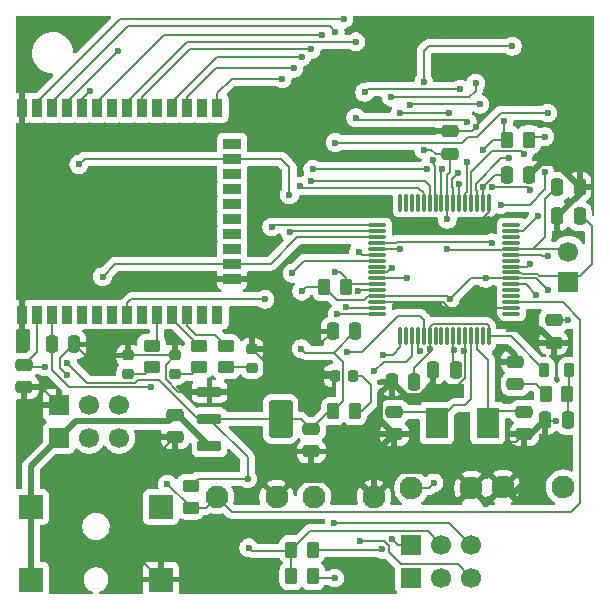
<source format=gtl>
%TF.GenerationSoftware,KiCad,Pcbnew,9.0.7*%
%TF.CreationDate,2026-02-16T18:04:32-06:00*%
%TF.ProjectId,326pcb,33323670-6362-42e6-9b69-6361645f7063,rev?*%
%TF.SameCoordinates,Original*%
%TF.FileFunction,Copper,L1,Top*%
%TF.FilePolarity,Positive*%
%FSLAX46Y46*%
G04 Gerber Fmt 4.6, Leading zero omitted, Abs format (unit mm)*
G04 Created by KiCad (PCBNEW 9.0.7) date 2026-02-16 18:04:32*
%MOMM*%
%LPD*%
G01*
G04 APERTURE LIST*
G04 Aperture macros list*
%AMRoundRect*
0 Rectangle with rounded corners*
0 $1 Rounding radius*
0 $2 $3 $4 $5 $6 $7 $8 $9 X,Y pos of 4 corners*
0 Add a 4 corners polygon primitive as box body*
4,1,4,$2,$3,$4,$5,$6,$7,$8,$9,$2,$3,0*
0 Add four circle primitives for the rounded corners*
1,1,$1+$1,$2,$3*
1,1,$1+$1,$4,$5*
1,1,$1+$1,$6,$7*
1,1,$1+$1,$8,$9*
0 Add four rect primitives between the rounded corners*
20,1,$1+$1,$2,$3,$4,$5,0*
20,1,$1+$1,$4,$5,$6,$7,0*
20,1,$1+$1,$6,$7,$8,$9,0*
20,1,$1+$1,$8,$9,$2,$3,0*%
G04 Aperture macros list end*
%TA.AperFunction,HeatsinkPad*%
%ADD10R,0.900000X0.900000*%
%TD*%
%TA.AperFunction,SMDPad,CuDef*%
%ADD11R,0.900000X1.500000*%
%TD*%
%TA.AperFunction,SMDPad,CuDef*%
%ADD12R,1.500000X0.900000*%
%TD*%
%TA.AperFunction,SMDPad,CuDef*%
%ADD13RoundRect,0.250000X-0.450000X0.262500X-0.450000X-0.262500X0.450000X-0.262500X0.450000X0.262500X0*%
%TD*%
%TA.AperFunction,SMDPad,CuDef*%
%ADD14RoundRect,0.218750X-0.256250X0.218750X-0.256250X-0.218750X0.256250X-0.218750X0.256250X0.218750X0*%
%TD*%
%TA.AperFunction,ComponentPad*%
%ADD15R,1.700000X1.700000*%
%TD*%
%TA.AperFunction,ComponentPad*%
%ADD16C,1.700000*%
%TD*%
%TA.AperFunction,SMDPad,CuDef*%
%ADD17RoundRect,0.250000X-0.250000X-0.475000X0.250000X-0.475000X0.250000X0.475000X-0.250000X0.475000X0*%
%TD*%
%TA.AperFunction,SMDPad,CuDef*%
%ADD18RoundRect,0.250000X-0.475000X0.250000X-0.475000X-0.250000X0.475000X-0.250000X0.475000X0.250000X0*%
%TD*%
%TA.AperFunction,SMDPad,CuDef*%
%ADD19RoundRect,0.218750X-0.218750X-0.256250X0.218750X-0.256250X0.218750X0.256250X-0.218750X0.256250X0*%
%TD*%
%TA.AperFunction,SMDPad,CuDef*%
%ADD20RoundRect,0.250000X-0.262500X-0.450000X0.262500X-0.450000X0.262500X0.450000X-0.262500X0.450000X0*%
%TD*%
%TA.AperFunction,SMDPad,CuDef*%
%ADD21RoundRect,0.250000X0.250000X0.475000X-0.250000X0.475000X-0.250000X-0.475000X0.250000X-0.475000X0*%
%TD*%
%TA.AperFunction,SMDPad,CuDef*%
%ADD22RoundRect,0.116250X-0.873750X-0.348750X0.873750X-0.348750X0.873750X0.348750X-0.873750X0.348750X0*%
%TD*%
%TA.AperFunction,SMDPad,CuDef*%
%ADD23RoundRect,0.247500X-0.742500X-1.367500X0.742500X-1.367500X0.742500X1.367500X-0.742500X1.367500X0*%
%TD*%
%TA.AperFunction,SMDPad,CuDef*%
%ADD24RoundRect,0.250000X0.262500X0.450000X-0.262500X0.450000X-0.262500X-0.450000X0.262500X-0.450000X0*%
%TD*%
%TA.AperFunction,SMDPad,CuDef*%
%ADD25RoundRect,0.250000X0.475000X-0.250000X0.475000X0.250000X-0.475000X0.250000X-0.475000X-0.250000X0*%
%TD*%
%TA.AperFunction,ComponentPad*%
%ADD26C,1.930400*%
%TD*%
%TA.AperFunction,SMDPad,CuDef*%
%ADD27RoundRect,0.033750X0.701250X0.101250X-0.701250X0.101250X-0.701250X-0.101250X0.701250X-0.101250X0*%
%TD*%
%TA.AperFunction,SMDPad,CuDef*%
%ADD28RoundRect,0.033750X0.101250X0.701250X-0.101250X0.701250X-0.101250X-0.701250X0.101250X-0.701250X0*%
%TD*%
%TA.AperFunction,SMDPad,CuDef*%
%ADD29RoundRect,0.218750X-0.218750X-0.381250X0.218750X-0.381250X0.218750X0.381250X-0.218750X0.381250X0*%
%TD*%
%TA.AperFunction,SMDPad,CuDef*%
%ADD30R,2.000000X2.000000*%
%TD*%
%TA.AperFunction,SMDPad,CuDef*%
%ADD31R,1.900000X2.600000*%
%TD*%
%TA.AperFunction,ViaPad*%
%ADD32C,0.600000*%
%TD*%
%TA.AperFunction,Conductor*%
%ADD33C,0.200000*%
%TD*%
%TA.AperFunction,Conductor*%
%ADD34C,0.500000*%
%TD*%
G04 APERTURE END LIST*
D10*
%TO.P,U2,39,GND*%
%TO.N,GND*%
X160380000Y-61170000D03*
X158980000Y-61170000D03*
X157580000Y-61170000D03*
X160380000Y-62570000D03*
X158980000Y-62570000D03*
X157580000Y-62570000D03*
X160380000Y-63970000D03*
X158980000Y-63970000D03*
X157580000Y-63970000D03*
D11*
%TO.P,U2,38,GND*%
X151260000Y-52320000D03*
%TO.P,U2,37,IO23*%
%TO.N,CTRL2*%
X152530000Y-52320000D03*
%TO.P,U2,36,IO22*%
%TO.N,CTRL1*%
X153800000Y-52320000D03*
%TO.P,U2,35,TXD0/IO1*%
%TO.N,ESP32_TX*%
X155070000Y-52320000D03*
%TO.P,U2,34,RXD0/IO3*%
%TO.N,ESP32_RX*%
X156340000Y-52320000D03*
%TO.P,U2,33,IO21*%
%TO.N,CTRL0*%
X157610000Y-52320000D03*
%TO.P,U2,32,NC*%
%TO.N,unconnected-(U2-NC-Pad32)*%
X158880000Y-52320000D03*
%TO.P,U2,31,IO19*%
%TO.N,SCK*%
X160150000Y-52320000D03*
%TO.P,U2,30,IO18*%
%TO.N,MOSI*%
X161420000Y-52320000D03*
%TO.P,U2,29,IO5*%
%TO.N,unconnected-(U2-IO5-Pad29)*%
X162690000Y-52320000D03*
%TO.P,U2,28,IO17*%
%TO.N,MISO*%
X163960000Y-52320000D03*
%TO.P,U2,27,IO16*%
%TO.N,CS*%
X165230000Y-52320000D03*
%TO.P,U2,26,IO4*%
%TO.N,unconnected-(U2-IO4-Pad26)*%
X166500000Y-52320000D03*
%TO.P,U2,25,IO0*%
%TO.N,IO0*%
X167770000Y-52320000D03*
D12*
%TO.P,U2,24,IO2*%
%TO.N,unconnected-(U2-IO2-Pad24)*%
X169020000Y-55355000D03*
%TO.P,U2,23,IO15*%
%TO.N,MCU_TX*%
X169020000Y-56625000D03*
%TO.P,U2,22,NC*%
%TO.N,unconnected-(U2-NC-Pad22)*%
X169020000Y-57895000D03*
%TO.P,U2,21,NC*%
%TO.N,unconnected-(U2-NC-Pad21)*%
X169020000Y-59165000D03*
%TO.P,U2,20,NC*%
%TO.N,unconnected-(U2-NC-Pad20)*%
X169020000Y-60435000D03*
%TO.P,U2,19,NC*%
%TO.N,unconnected-(U2-NC-Pad19)*%
X169020000Y-61705000D03*
%TO.P,U2,18,NC*%
%TO.N,unconnected-(U2-NC-Pad18)*%
X169020000Y-62975000D03*
%TO.P,U2,17,NC*%
%TO.N,unconnected-(U2-NC-Pad17)*%
X169020000Y-64245000D03*
%TO.P,U2,16,IO13*%
%TO.N,MCU_RX*%
X169020000Y-65515000D03*
%TO.P,U2,15,GND*%
%TO.N,GND*%
X169020000Y-66785000D03*
D11*
%TO.P,U2,14,IO12*%
%TO.N,unconnected-(U2-IO12-Pad14)*%
X167770000Y-69820000D03*
%TO.P,U2,13,IO14*%
%TO.N,unconnected-(U2-IO14-Pad13)*%
X166500000Y-69820000D03*
%TO.P,U2,12,IO27*%
%TO.N,Net-(U2-IO27)*%
X165230000Y-69820000D03*
%TO.P,U2,11,IO26*%
%TO.N,Net-(U2-IO26)*%
X163960000Y-69820000D03*
%TO.P,U2,10,IO25*%
%TO.N,Net-(U2-IO25)*%
X162690000Y-69820000D03*
%TO.P,U2,9,IO33*%
%TO.N,unconnected-(U2-IO33-Pad9)*%
X161420000Y-69820000D03*
%TO.P,U2,8,IO32*%
%TO.N,CTRL3*%
X160150000Y-69820000D03*
%TO.P,U2,7,IO35*%
%TO.N,unconnected-(U2-IO35-Pad7)*%
X158880000Y-69820000D03*
%TO.P,U2,6,IO34*%
%TO.N,unconnected-(U2-IO34-Pad6)*%
X157610000Y-69820000D03*
%TO.P,U2,5,SENSOR_VN*%
%TO.N,unconnected-(U2-SENSOR_VN-Pad5)*%
X156340000Y-69820000D03*
%TO.P,U2,4,SENSOR_VP*%
%TO.N,unconnected-(U2-SENSOR_VP-Pad4)*%
X155070000Y-69820000D03*
%TO.P,U2,3,EN*%
%TO.N,EN*%
X153800000Y-69820000D03*
%TO.P,U2,2,VDD*%
%TO.N,+3V0*%
X152530000Y-69820000D03*
%TO.P,U2,1,GND*%
%TO.N,GND*%
X151260000Y-69820000D03*
%TD*%
D13*
%TO.P,R8,1*%
%TO.N,Net-(U2-IO27)*%
X168520000Y-72457500D03*
%TO.P,R8,2*%
%TO.N,Net-(D3-A)*%
X168520000Y-74282500D03*
%TD*%
D14*
%TO.P,WS,1,K*%
%TO.N,GND*%
X164170000Y-73280000D03*
%TO.P,WS,2,A*%
%TO.N,Net-(D2-A)*%
X164170000Y-74855000D03*
%TD*%
%TO.P,AP,1,K*%
%TO.N,GND*%
X170690000Y-72742500D03*
%TO.P,AP,2,A*%
%TO.N,Net-(D3-A)*%
X170690000Y-74317500D03*
%TD*%
D15*
%TO.P,USB,1,Pin_1*%
%TO.N,+5V*%
X154380000Y-80250000D03*
D16*
%TO.P,USB,2,Pin_2*%
%TO.N,MCU_TX*%
X156920000Y-80250000D03*
%TO.P,USB,3,Pin_3*%
%TO.N,MCU_RX*%
X159460000Y-80250000D03*
%TD*%
D17*
%TO.P,C10,1*%
%TO.N,EN*%
X153750000Y-72350000D03*
%TO.P,C10,2*%
%TO.N,GND*%
X155650000Y-72350000D03*
%TD*%
D18*
%TO.P,C12,1*%
%TO.N,+3V0*%
X175720000Y-79510000D03*
%TO.P,C12,2*%
%TO.N,GND*%
X175720000Y-81410000D03*
%TD*%
D13*
%TO.P,R6,1*%
%TO.N,Net-(U2-IO25)*%
X162200000Y-72437500D03*
%TO.P,R6,2*%
%TO.N,Net-(D1-A)*%
X162200000Y-74262500D03*
%TD*%
D19*
%TO.P,D4,2,A*%
%TO.N,Net-(D4-A)*%
X179287500Y-75000000D03*
%TO.P,D4,1,K*%
%TO.N,GND*%
X177712500Y-75000000D03*
%TD*%
D13*
%TO.P,R7,1*%
%TO.N,Net-(U2-IO26)*%
X166200000Y-72437500D03*
%TO.P,R7,2*%
%TO.N,Net-(D2-A)*%
X166200000Y-74262500D03*
%TD*%
D18*
%TO.P,C11,1*%
%TO.N,+5V*%
X164210000Y-78300000D03*
%TO.P,C11,2*%
%TO.N,GND*%
X164210000Y-80200000D03*
%TD*%
D20*
%TO.P,R10,2*%
%TO.N,Net-(D4-A)*%
X179412500Y-78000000D03*
%TO.P,R10,1*%
%TO.N,+3V0*%
X177587500Y-78000000D03*
%TD*%
%TO.P,R3,1*%
%TO.N,+3V0*%
X176837500Y-67500000D03*
%TO.P,R3,2*%
%TO.N,SDA*%
X178662500Y-67500000D03*
%TD*%
D21*
%TO.P,C9,2*%
%TO.N,GND*%
X177550000Y-71250000D03*
%TO.P,C9,1*%
%TO.N,+3V0*%
X179450000Y-71250000D03*
%TD*%
D18*
%TO.P,C14,1*%
%TO.N,+3V0*%
X151440000Y-74067500D03*
%TO.P,C14,2*%
%TO.N,GND*%
X151440000Y-75967500D03*
%TD*%
D15*
%TO.P,J6,1,Pin_1*%
%TO.N,GND*%
X154380000Y-77500000D03*
D16*
%TO.P,J6,2,Pin_2*%
%TO.N,ESP32_RX*%
X156920000Y-77500000D03*
%TO.P,J6,3,Pin_3*%
%TO.N,ESP32_TX*%
X159460000Y-77500000D03*
%TD*%
D14*
%TO.P,Net,1,K*%
%TO.N,GND*%
X160200000Y-73280000D03*
%TO.P,Net,2,A*%
%TO.N,Net-(D1-A)*%
X160200000Y-74855000D03*
%TD*%
D22*
%TO.P,U3,1,GND*%
%TO.N,GND*%
X167105000Y-76340000D03*
%TO.P,U3,2,VOUT*%
%TO.N,+3V0*%
X167105000Y-78640000D03*
%TO.P,U3,3,VIN*%
%TO.N,+5V*%
X167105000Y-80940000D03*
D23*
%TO.P,U3,4,VOUT*%
%TO.N,+3V0*%
X173135000Y-78640000D03*
%TD*%
D24*
%TO.P,R2,1*%
%TO.N,SCL*%
X194162500Y-55000000D03*
%TO.P,R2,2*%
%TO.N,+3V0*%
X192337500Y-55000000D03*
%TD*%
D25*
%TO.P,C16,1*%
%TO.N,VDD1V2*%
X187500000Y-56200000D03*
%TO.P,C16,2*%
%TO.N,GND*%
X187500000Y-54300000D03*
%TD*%
D24*
%TO.P,R1,1*%
%TO.N,Net-(C6-Pad1)*%
X197412500Y-76500000D03*
%TO.P,R1,2*%
%TO.N,Net-(C5-Pad1)*%
X195587500Y-76500000D03*
%TD*%
D21*
%TO.P,C15,1*%
%TO.N,VDD1V2*%
X184450000Y-75500000D03*
%TO.P,C15,2*%
%TO.N,GND*%
X182550000Y-75500000D03*
%TD*%
%TO.P,C6,1*%
%TO.N,Net-(C6-Pad1)*%
X197450000Y-78750000D03*
%TO.P,C6,2*%
%TO.N,GND*%
X195550000Y-78750000D03*
%TD*%
D25*
%TO.P,C5,1*%
%TO.N,Net-(C5-Pad1)*%
X193000000Y-75700000D03*
%TO.P,C5,2*%
%TO.N,GND*%
X193000000Y-73800000D03*
%TD*%
D26*
%TO.P,PRVSN,1,1*%
%TO.N,PROVISION*%
X184210000Y-84500000D03*
%TO.P,PRVSN,2,2*%
%TO.N,GND*%
X189290000Y-84500000D03*
%TD*%
D21*
%TO.P,C4,1*%
%TO.N,GND*%
X198450000Y-59000000D03*
%TO.P,C4,2*%
%TO.N,VDD1V2*%
X196550000Y-59000000D03*
%TD*%
D27*
%TO.P,U1,1,ADVREF*%
%TO.N,unconnected-(U1-ADVREF-Pad1)*%
X192670000Y-69750000D03*
%TO.P,U1,2,GND*%
%TO.N,GND*%
X192669999Y-69250000D03*
%TO.P,U1,3,PB0/AD4*%
%TO.N,EN*%
X192669999Y-68750000D03*
%TO.P,U1,4,PB1/AD5*%
%TO.N,unconnected-(U1-PB1{slash}AD5-Pad4)*%
X192670000Y-68250000D03*
%TO.P,U1,5,PB2/AD6*%
%TO.N,unconnected-(U1-PB2{slash}AD6-Pad5)*%
X192670000Y-67749999D03*
%TO.P,U1,6,PB3/AD7*%
%TO.N,PROVISION*%
X192670000Y-67250000D03*
%TO.P,U1,7,VDDIN*%
%TO.N,+3V0*%
X192670000Y-66750001D03*
%TO.P,U1,8,VDDOUT*%
%TO.N,Net-(J1-Pin_1)*%
X192670000Y-66250000D03*
%TO.P,U1,9,PA17/PGMD5/AD0*%
%TO.N,XCLK*%
X192670000Y-65750000D03*
%TO.P,U1,10,PA18/PGMD6/AD1*%
%TO.N,unconnected-(U1-PA18{slash}PGMD6{slash}AD1-Pad10)*%
X192670000Y-65249999D03*
%TO.P,U1,11,PA21/PGMD9/AD8*%
%TO.N,RST_CAM*%
X192670001Y-64749999D03*
%TO.P,U1,12,VDDCORE@12*%
%TO.N,VDD1V2*%
X192670000Y-64250001D03*
%TO.P,U1,13,PA19/PGMD7/AD2*%
%TO.N,unconnected-(U1-PA19{slash}PGMD7{slash}AD2-Pad13)*%
X192670000Y-63750000D03*
%TO.P,U1,14,PA22/PGMD10/AD9*%
%TO.N,unconnected-(U1-PA22{slash}PGMD10{slash}AD9-Pad14)*%
X192670000Y-63250000D03*
%TO.P,U1,15,PA23/PGMD11*%
%TO.N,PCLK*%
X192669999Y-62750000D03*
%TO.P,U1,16,PA20/PGMD8/AD3*%
%TO.N,unconnected-(U1-PA20{slash}PGMD8{slash}AD3-Pad16)*%
X192669999Y-62249999D03*
D28*
%TO.P,U1,17,GND*%
%TO.N,GND*%
X190750000Y-60330000D03*
%TO.P,U1,18,VDDIO@18*%
%TO.N,+3V0*%
X190250000Y-60330001D03*
%TO.P,U1,19,PA16/PGMD4*%
%TO.N,HREF*%
X189750000Y-60330001D03*
%TO.P,U1,20,PA15/PGMD3*%
%TO.N,VSYNC*%
X189250000Y-60330000D03*
%TO.P,U1,21,PA14/PGMD2*%
%TO.N,SCK*%
X188749999Y-60330000D03*
%TO.P,U1,22,PA13/PGMD1*%
%TO.N,MOSI*%
X188250000Y-60330000D03*
%TO.P,U1,23,PA24/PGMD12*%
%TO.N,D0*%
X187750001Y-60330000D03*
%TO.P,U1,24,VDDCORE@24*%
%TO.N,VDD1V2*%
X187250000Y-60330000D03*
%TO.P,U1,25,PA25/PGMD13*%
%TO.N,D1*%
X186750000Y-60330000D03*
%TO.P,U1,26,PA26/PGMD14*%
%TO.N,D2*%
X186249999Y-60330000D03*
%TO.P,U1,27,PA12/PGMD0*%
%TO.N,MISO*%
X185749999Y-60329999D03*
%TO.P,U1,28,PA11/PGMM3*%
%TO.N,CS*%
X185250001Y-60330000D03*
%TO.P,U1,29,PA10/PGMM2*%
%TO.N,unconnected-(U1-PA10{slash}PGMM2-Pad29)*%
X184750000Y-60330000D03*
%TO.P,U1,30,PA9/PGMM1*%
%TO.N,unconnected-(U1-PA9{slash}PGMM1-Pad30)*%
X184250000Y-60330000D03*
%TO.P,U1,31,PA8/XOUT32/PGMM0*%
%TO.N,unconnected-(U1-PA8{slash}XOUT32{slash}PGMM0-Pad31)*%
X183750000Y-60330001D03*
%TO.P,U1,32,PA7/XIN32/PGMNVALID*%
%TO.N,unconnected-(U1-PA7{slash}XIN32{slash}PGMNVALID-Pad32)*%
X183249999Y-60330001D03*
D27*
%TO.P,U1,33,TDI/PB4*%
%TO.N,CTRL3*%
X181330000Y-62250000D03*
%TO.P,U1,34,PA6/PGMNOE*%
%TO.N,MCU_TX*%
X181330001Y-62750000D03*
%TO.P,U1,35,PA5/PGMRDY*%
%TO.N,MCU_RX*%
X181330001Y-63250000D03*
%TO.P,U1,36,PA4/PGMNCMD*%
%TO.N,SCL*%
X181330000Y-63750000D03*
%TO.P,U1,37,PA27/PGMD15*%
%TO.N,D3*%
X181330000Y-64250001D03*
%TO.P,U1,38,PA28*%
%TO.N,D4*%
X181330000Y-64750000D03*
%TO.P,U1,39,~{NRST}*%
%TO.N,NRST*%
X181330000Y-65249999D03*
%TO.P,U1,40,TST*%
%TO.N,unconnected-(U1-TST-Pad40)*%
X181330000Y-65750000D03*
%TO.P,U1,41,PA29*%
%TO.N,D5*%
X181330000Y-66250000D03*
%TO.P,U1,42,PA30*%
%TO.N,D6*%
X181330000Y-66750001D03*
%TO.P,U1,43,PA3*%
%TO.N,SDA*%
X181329999Y-67250001D03*
%TO.P,U1,44,PA2/PGMEN2*%
%TO.N,CTRL2*%
X181330000Y-67749999D03*
%TO.P,U1,45,VDDIO@45*%
%TO.N,+3V0*%
X181330000Y-68250000D03*
%TO.P,U1,46,GND*%
%TO.N,GND*%
X181330000Y-68750000D03*
%TO.P,U1,47,PA1/PGMEN1*%
%TO.N,CTRL1*%
X181330001Y-69250000D03*
%TO.P,U1,48,PA0/PGMEN0*%
%TO.N,CTRL0*%
X181330001Y-69750001D03*
D28*
%TO.P,U1,49,TDO/TRACESWO/PB5*%
%TO.N,SWO*%
X183250000Y-71670000D03*
%TO.P,U1,50,JTAGSEL*%
%TO.N,unconnected-(U1-JTAGSEL-Pad50)*%
X183750000Y-71669999D03*
%TO.P,U1,51,TMS/SWDIO/PB6*%
%TO.N,SWDIO*%
X184250000Y-71669999D03*
%TO.P,U1,52,PA31*%
%TO.N,D7*%
X184750000Y-71670000D03*
%TO.P,U1,53,TCK/SWCLK/PB7*%
%TO.N,SWDCLK*%
X185250001Y-71670000D03*
%TO.P,U1,54,VDDCORE@54*%
%TO.N,VDD1V2*%
X185750000Y-71670000D03*
%TO.P,U1,55,ERASE/PB12*%
%TO.N,unconnected-(U1-ERASE{slash}PB12-Pad55)*%
X186249999Y-71670000D03*
%TO.P,U1,56,DDM/PB10*%
%TO.N,unconnected-(U1-DDM{slash}PB10-Pad56)*%
X186750000Y-71670000D03*
%TO.P,U1,57,DDP/PB11*%
%TO.N,unconnected-(U1-DDP{slash}PB11-Pad57)*%
X187250000Y-71670000D03*
%TO.P,U1,58,VDDIO@58*%
%TO.N,+3V0*%
X187750001Y-71670000D03*
%TO.P,U1,59,PB13/DAC0*%
%TO.N,unconnected-(U1-PB13{slash}DAC0-Pad59)*%
X188250001Y-71670001D03*
%TO.P,U1,60,GND*%
%TO.N,GND*%
X188749999Y-71670000D03*
%TO.P,U1,61,XOUT/PB8*%
%TO.N,XTAL2*%
X189250000Y-71670000D03*
%TO.P,U1,62,XIN/PGMCK/PB9*%
%TO.N,XTAL1*%
X189750000Y-71670000D03*
%TO.P,U1,63,PB14/DAC1*%
%TO.N,unconnected-(U1-PB14{slash}DAC1-Pad63)*%
X190250000Y-71669999D03*
%TO.P,U1,64,VDDPLL*%
%TO.N,VDD1V2*%
X190750001Y-71669999D03*
%TD*%
D15*
%TO.P,JMP,1,Pin_1*%
%TO.N,Net-(J1-Pin_1)*%
X197500000Y-67025000D03*
D16*
%TO.P,JMP,2,Pin_2*%
%TO.N,VDD1V2*%
X197500000Y-64485000D03*
%TD*%
D25*
%TO.P,C2,1*%
%TO.N,GND*%
X196250000Y-72200000D03*
%TO.P,C2,2*%
%TO.N,+3V0*%
X196250000Y-70300000D03*
%TD*%
D18*
%TO.P,C7,1*%
%TO.N,XTAL1*%
X193750000Y-78050000D03*
%TO.P,C7,2*%
%TO.N,GND*%
X193750000Y-79950000D03*
%TD*%
D17*
%TO.P,C3,1*%
%TO.N,GND*%
X196550000Y-61500000D03*
%TO.P,C3,2*%
%TO.N,Net-(J1-Pin_1)*%
X198450000Y-61500000D03*
%TD*%
D21*
%TO.P,C1,1*%
%TO.N,+3V0*%
X187950000Y-74500000D03*
%TO.P,C1,2*%
%TO.N,GND*%
X186050000Y-74500000D03*
%TD*%
D26*
%TO.P,IO0,1,1*%
%TO.N,IO0*%
X175960000Y-85250000D03*
%TO.P,IO0,2,2*%
%TO.N,GND*%
X181040000Y-85250000D03*
%TD*%
D29*
%TO.P,L1,1,1*%
%TO.N,VDD1V2*%
X195437500Y-74500000D03*
%TO.P,L1,2,2*%
%TO.N,Net-(C6-Pad1)*%
X197562500Y-74500000D03*
%TD*%
D26*
%TO.P,MCU RST,1,1*%
%TO.N,GND*%
X191960000Y-84400000D03*
%TO.P,MCU RST,2,2*%
%TO.N,NRST*%
X197040000Y-84400000D03*
%TD*%
D13*
%TO.P,R5,1*%
%TO.N,+3V0*%
X165500000Y-84337500D03*
%TO.P,R5,2*%
%TO.N,EN*%
X165500000Y-86162500D03*
%TD*%
D15*
%TO.P,J4,1,Pin_1*%
%TO.N,GND*%
X184190000Y-89310000D03*
D16*
%TO.P,J4,2,Pin_2*%
%TO.N,+3V0*%
X186730000Y-89310000D03*
%TO.P,J4,3,Pin_3*%
%TO.N,NRST*%
X189270000Y-89310000D03*
%TD*%
D15*
%TO.P,PRGM,1,Pin_1*%
%TO.N,SWDCLK*%
X184190000Y-92080000D03*
D16*
%TO.P,PRGM,2,Pin_2*%
%TO.N,SWDIO*%
X186730000Y-92080000D03*
%TO.P,PRGM,3,Pin_3*%
%TO.N,SWO*%
X189270000Y-92080000D03*
%TD*%
D30*
%TO.P,J7,1*%
%TO.N,+5V*%
X152000000Y-92250000D03*
%TO.P,J7,2*%
%TO.N,GND*%
X163000000Y-92250000D03*
%TO.P,J7,3*%
%TO.N,unconnected-(J7-Pad3)*%
X163000000Y-86100000D03*
%TO.P,J7,A1*%
%TO.N,+5V*%
X152000000Y-86100000D03*
%TD*%
D18*
%TO.P,C8,1*%
%TO.N,XTAL2*%
X182750000Y-78050000D03*
%TO.P,C8,2*%
%TO.N,GND*%
X182750000Y-79950000D03*
%TD*%
D20*
%TO.P,R4,1*%
%TO.N,+3V0*%
X174037500Y-91960000D03*
%TO.P,R4,2*%
%TO.N,NRST*%
X175862500Y-91960000D03*
%TD*%
D17*
%TO.P,C13,1*%
%TO.N,+3V0*%
X192300000Y-58000000D03*
%TO.P,C13,2*%
%TO.N,GND*%
X194200000Y-58000000D03*
%TD*%
D20*
%TO.P,R9,1*%
%TO.N,+3V0*%
X174037500Y-89710000D03*
%TO.P,R9,2*%
%TO.N,PROVISION*%
X175862500Y-89710000D03*
%TD*%
D31*
%TO.P,Y1,1*%
%TO.N,XTAL1*%
X190650001Y-79000000D03*
%TO.P,Y1,2*%
%TO.N,XTAL2*%
X186349999Y-79000000D03*
%TD*%
D26*
%TO.P,WiFi RST,1,1*%
%TO.N,EN*%
X167710000Y-85250000D03*
%TO.P,WiFi RST,2,2*%
%TO.N,GND*%
X172790000Y-85250000D03*
%TD*%
D32*
%TO.N,GND*%
X190530000Y-85840000D03*
X195490000Y-83310000D03*
X155034265Y-74925735D03*
X151480000Y-72270000D03*
X162820000Y-79980000D03*
X165370000Y-76340000D03*
X172580000Y-72700000D03*
X172620000Y-66890000D03*
%TO.N,PROVISION*%
X194790000Y-68150000D03*
X186110000Y-84060000D03*
%TO.N,GND*%
X182579236Y-88840764D03*
%TO.N,NRST*%
X177680000Y-87440000D03*
%TO.N,SWO*%
X181794845Y-73221701D03*
X179840000Y-88950000D03*
%TO.N,SWDIO*%
X181050000Y-74610000D03*
%TO.N,SWDCLK*%
X178790000Y-72990000D03*
%TO.N,+3V0*%
X170330000Y-83720000D03*
X170440000Y-89570000D03*
%TO.N,PROVISION*%
X181740000Y-89700000D03*
%TO.N,NRST*%
X177700000Y-92120000D03*
X174090000Y-66310000D03*
%TO.N,+3V0*%
X174920000Y-67830000D03*
X174890000Y-72710000D03*
X155070000Y-73930000D03*
X153170000Y-74250000D03*
%TO.N,MCU_RX*%
X158050000Y-66610000D03*
%TO.N,MCU_TX*%
X156050000Y-57110000D03*
%TO.N,ESP32_RX*%
X156995000Y-50895000D03*
%TO.N,ESP32_TX*%
X159370000Y-47510000D03*
%TO.N,EN*%
X163550000Y-84180000D03*
X162150000Y-75940000D03*
%TO.N,MCU_TX*%
X173920000Y-62850000D03*
X173880000Y-59680000D03*
%TO.N,IO0*%
X173280000Y-49830000D03*
%TO.N,CS*%
X174760000Y-58930000D03*
X174260000Y-48960000D03*
%TO.N,MISO*%
X175700000Y-58470000D03*
X174930000Y-48000000D03*
%TO.N,SCK*%
X188900000Y-56930000D03*
X188930000Y-53510000D03*
X179500000Y-53160000D03*
X179500000Y-46730000D03*
%TO.N,CTRL0*%
X176640000Y-46110000D03*
X177940000Y-69810000D03*
%TO.N,CTRL1*%
X178640000Y-69200000D03*
X177740000Y-45870000D03*
%TO.N,CTRL2*%
X179675000Y-67850001D03*
X178470000Y-44800000D03*
%TO.N,CTRL3*%
X172380000Y-62400000D03*
X171810000Y-68530000D03*
%TO.N,GND*%
X173460000Y-81250000D03*
X170883800Y-75801000D03*
X176650000Y-74684000D03*
X176560000Y-72250000D03*
%TO.N,SDA*%
X177750000Y-55250000D03*
X177750000Y-66250000D03*
%TO.N,GND*%
X196600000Y-62800000D03*
X188650000Y-72900000D03*
X192400000Y-80600000D03*
X192500000Y-71000000D03*
X189700735Y-53950735D03*
X198500000Y-50250000D03*
X189250000Y-62250000D03*
X196450000Y-78800000D03*
X192500000Y-72750000D03*
X181750000Y-54250000D03*
X173750000Y-84000000D03*
X188650000Y-69250000D03*
%TO.N,+3V0*%
X190250000Y-59000000D03*
X187817848Y-72790571D03*
X190275735Y-55875735D03*
X187500000Y-68500000D03*
X190500000Y-66750001D03*
X195750000Y-67750000D03*
X192031196Y-53468804D03*
X197500000Y-70250000D03*
%TO.N,VDD1V2*%
X185250000Y-50150000D03*
X185250000Y-55850000D03*
X185750000Y-72750000D03*
X192750000Y-47100000D03*
X187250000Y-61750000D03*
X187250000Y-64250000D03*
%TO.N,VSYNC*%
X193725494Y-56179983D03*
%TO.N,D1*%
X186824000Y-57500000D03*
%TO.N,PCLK*%
X194250000Y-59250000D03*
X194900000Y-61500000D03*
X191049265Y-59049265D03*
%TO.N,D5*%
X182500000Y-51400000D03*
X182564994Y-65857181D03*
X189650000Y-50250000D03*
%TO.N,RST_CAM*%
X195750000Y-64850001D03*
%TO.N,HREF*%
X192500000Y-56600000D03*
%TO.N,D2*%
X186000000Y-56750000D03*
%TO.N,D4*%
X179750000Y-64500000D03*
X180250000Y-51000000D03*
X188350000Y-50750000D03*
%TO.N,D3*%
X187400000Y-52750000D03*
X183250000Y-52710000D03*
X183250000Y-64250000D03*
%TO.N,D6*%
X190000000Y-52000000D03*
X184100000Y-52050000D03*
X183800000Y-66700000D03*
%TO.N,D0*%
X188150000Y-57850000D03*
%TO.N,XCLK*%
X194250000Y-65500000D03*
%TO.N,D7*%
X184931520Y-72908480D03*
%TO.N,SCL*%
X191750000Y-60500000D03*
X195500000Y-57750000D03*
X191000000Y-63750000D03*
X195500000Y-54750000D03*
%TO.N,SDA*%
X195750000Y-52750000D03*
%TO.N,MOSI*%
X188250000Y-58750000D03*
X185500000Y-57500000D03*
X175860000Y-57500000D03*
X175730000Y-47370000D03*
%TD*%
D33*
%TO.N,CTRL1*%
X153800000Y-51788000D02*
X153800000Y-52320000D01*
X177270000Y-45400000D02*
X160188000Y-45400000D01*
X160188000Y-45400000D02*
X153800000Y-51788000D01*
X177740000Y-45870000D02*
X177270000Y-45400000D01*
%TO.N,+3V0*%
X170330000Y-81865000D02*
X170330000Y-83720000D01*
X167105000Y-78640000D02*
X170330000Y-81865000D01*
%TO.N,GND*%
X173620000Y-81410000D02*
X175720000Y-81410000D01*
X173460000Y-81250000D02*
X173620000Y-81410000D01*
X151260000Y-52320000D02*
X151260000Y-69820000D01*
X151260000Y-54850000D02*
X157580000Y-61170000D01*
X151260000Y-52320000D02*
X151260000Y-54850000D01*
X151260000Y-68870000D02*
X151260000Y-69820000D01*
X156160000Y-63970000D02*
X151260000Y-68870000D01*
X157580000Y-63970000D02*
X156160000Y-63970000D01*
X154469000Y-74360470D02*
X155034265Y-74925735D01*
X154469000Y-73531000D02*
X154469000Y-74360470D01*
X155650000Y-72350000D02*
X154469000Y-73531000D01*
%TO.N,EN*%
X155200000Y-75940000D02*
X162150000Y-75940000D01*
X153764972Y-74504972D02*
X155200000Y-75940000D01*
X153771000Y-74498943D02*
X153764972Y-74504972D01*
X153750000Y-73980057D02*
X153771000Y-74001057D01*
X153750000Y-72350000D02*
X153750000Y-73980057D01*
X153771000Y-74001057D02*
X153771000Y-74498943D01*
%TO.N,GND*%
X151260000Y-72050000D02*
X151480000Y-72270000D01*
X151260000Y-69820000D02*
X151260000Y-72050000D01*
X156580000Y-73280000D02*
X160200000Y-73280000D01*
X155650000Y-72350000D02*
X156580000Y-73280000D01*
X152847500Y-75967500D02*
X154380000Y-77500000D01*
X151440000Y-75967500D02*
X152847500Y-75967500D01*
X164430000Y-76340000D02*
X165370000Y-76340000D01*
X163040000Y-80200000D02*
X162820000Y-79980000D01*
X164210000Y-80200000D02*
X163040000Y-80200000D01*
X165370000Y-76340000D02*
X167105000Y-76340000D01*
X163394000Y-75304000D02*
X164430000Y-76340000D01*
X163394000Y-74056000D02*
X163394000Y-75304000D01*
X164170000Y-73280000D02*
X163394000Y-74056000D01*
X160200000Y-73280000D02*
X164170000Y-73280000D01*
X170732500Y-72700000D02*
X170690000Y-72742500D01*
X172580000Y-72700000D02*
X170732500Y-72700000D01*
X169020000Y-66785000D02*
X172515000Y-66785000D01*
X172515000Y-66785000D02*
X172620000Y-66890000D01*
X172947500Y-75000000D02*
X170690000Y-72742500D01*
X177712500Y-75000000D02*
X172947500Y-75000000D01*
%TO.N,PROVISION*%
X194790000Y-68150000D02*
X193890000Y-67250000D01*
X193890000Y-67250000D02*
X192670000Y-67250000D01*
X185670000Y-84500000D02*
X186110000Y-84060000D01*
X184210000Y-84500000D02*
X185670000Y-84500000D01*
D34*
%TO.N,GND*%
X187873800Y-83083800D02*
X189290000Y-84500000D01*
X183206200Y-83083800D02*
X187873800Y-83083800D01*
X181040000Y-85250000D02*
X183206200Y-83083800D01*
D33*
X183048472Y-89310000D02*
X182579236Y-88840764D01*
X184190000Y-89310000D02*
X183048472Y-89310000D01*
%TO.N,NRST*%
X187400000Y-87440000D02*
X177680000Y-87440000D01*
X189270000Y-89310000D02*
X187400000Y-87440000D01*
%TO.N,SWO*%
X181794845Y-73221701D02*
X182603140Y-73221701D01*
X183250000Y-72574841D02*
X183250000Y-71670000D01*
X182341000Y-89451057D02*
X181839943Y-88950000D01*
X181839943Y-88950000D02*
X179840000Y-88950000D01*
X182341000Y-89948943D02*
X182341000Y-89451057D01*
X188119000Y-90929000D02*
X183321057Y-90929000D01*
X189270000Y-92080000D02*
X188119000Y-90929000D01*
X183321057Y-90929000D02*
X182341000Y-89948943D01*
X182603140Y-73221701D02*
X183250000Y-72574841D01*
%TO.N,SWDIO*%
X184250000Y-73290000D02*
X184250000Y-71669999D01*
X183720000Y-73820000D02*
X184250000Y-73290000D01*
X181840000Y-73820000D02*
X183720000Y-73820000D01*
X181050000Y-74610000D02*
X181840000Y-73820000D01*
%TO.N,SWDCLK*%
X185250001Y-70279999D02*
X185250001Y-71670000D01*
X185260000Y-70250000D02*
X185260000Y-70270000D01*
X183080000Y-69940000D02*
X184950000Y-69940000D01*
X180030000Y-72990000D02*
X183080000Y-69940000D01*
X178790000Y-72990000D02*
X180030000Y-72990000D01*
X184950000Y-69940000D02*
X185260000Y-70250000D01*
X185260000Y-70270000D02*
X185250001Y-70279999D01*
%TO.N,D7*%
X184931520Y-72908480D02*
X184750000Y-72726960D01*
X184750000Y-72726960D02*
X184750000Y-71670000D01*
%TO.N,+3V0*%
X175588500Y-88159000D02*
X174037500Y-89710000D01*
X185579000Y-88159000D02*
X175588500Y-88159000D01*
X186730000Y-89310000D02*
X185579000Y-88159000D01*
X173937500Y-89810000D02*
X174037500Y-89710000D01*
X170680000Y-89810000D02*
X173937500Y-89810000D01*
X170440000Y-89570000D02*
X170680000Y-89810000D01*
X166117500Y-83720000D02*
X170330000Y-83720000D01*
X165500000Y-84337500D02*
X166117500Y-83720000D01*
X174037500Y-89710000D02*
X174037500Y-91960000D01*
%TO.N,PROVISION*%
X181730000Y-89710000D02*
X181740000Y-89700000D01*
X175862500Y-89710000D02*
X181730000Y-89710000D01*
%TO.N,NRST*%
X177700000Y-92120000D02*
X176022500Y-92120000D01*
X176022500Y-92120000D02*
X175862500Y-91960000D01*
X175150001Y-65249999D02*
X174090000Y-66310000D01*
X181330000Y-65249999D02*
X175150001Y-65249999D01*
%TO.N,+3V0*%
X177936500Y-68599000D02*
X180204158Y-68599000D01*
X180204158Y-68599000D02*
X180553158Y-68250000D01*
X180553158Y-68250000D02*
X181330000Y-68250000D01*
X176837500Y-67500000D02*
X177936500Y-68599000D01*
X178451000Y-73851000D02*
X177650000Y-73050000D01*
X178451000Y-77136500D02*
X178451000Y-73851000D01*
X177587500Y-78000000D02*
X178451000Y-77136500D01*
%TO.N,GND*%
X177396500Y-74684000D02*
X177712500Y-75000000D01*
X176650000Y-74684000D02*
X177396500Y-74684000D01*
%TO.N,+3V0*%
X175250000Y-67500000D02*
X176837500Y-67500000D01*
X174920000Y-67830000D02*
X175250000Y-67500000D01*
X175230000Y-73050000D02*
X174890000Y-72710000D01*
X177450000Y-73050000D02*
X175230000Y-73050000D01*
X177650000Y-73050000D02*
X177450000Y-73050000D01*
X179450000Y-71250000D02*
X177650000Y-73050000D01*
X177230000Y-78000000D02*
X177587500Y-78000000D01*
X175720000Y-79510000D02*
X177230000Y-78000000D01*
X151622500Y-74250000D02*
X151440000Y-74067500D01*
X153170000Y-74250000D02*
X151622500Y-74250000D01*
X160788000Y-75612000D02*
X156752000Y-75612000D01*
X161061000Y-75339000D02*
X160788000Y-75612000D01*
X156752000Y-75612000D02*
X155070000Y-73930000D01*
X162814000Y-75339000D02*
X161061000Y-75339000D01*
X167105000Y-78640000D02*
X166115000Y-78640000D01*
X166115000Y-78640000D02*
X162814000Y-75339000D01*
X173135000Y-78640000D02*
X174850000Y-78640000D01*
X174850000Y-78640000D02*
X175720000Y-79510000D01*
X167105000Y-78640000D02*
X173135000Y-78640000D01*
%TO.N,GND*%
X170344800Y-76340000D02*
X170883800Y-75801000D01*
X167105000Y-76340000D02*
X170344800Y-76340000D01*
%TO.N,MCU_RX*%
X159145000Y-65515000D02*
X158050000Y-66610000D01*
X169020000Y-65515000D02*
X159145000Y-65515000D01*
%TO.N,MCU_TX*%
X156535000Y-56625000D02*
X156050000Y-57110000D01*
X169020000Y-56625000D02*
X156535000Y-56625000D01*
%TO.N,ESP32_RX*%
X156995000Y-50895000D02*
X156340000Y-51550000D01*
X156340000Y-51550000D02*
X156340000Y-52320000D01*
%TO.N,ESP32_TX*%
X155070000Y-51810000D02*
X159370000Y-47510000D01*
X155070000Y-52320000D02*
X155070000Y-51810000D01*
%TO.N,GND*%
X161250000Y-83160000D02*
X161250000Y-90500000D01*
X164210000Y-80200000D02*
X161250000Y-83160000D01*
X161250000Y-90500000D02*
X163000000Y-92250000D01*
%TO.N,EN*%
X163550000Y-84180000D02*
X165500000Y-86130000D01*
X165500000Y-86130000D02*
X165500000Y-86162500D01*
%TO.N,MCU_RX*%
X174540000Y-63250000D02*
X181330001Y-63250000D01*
X172275000Y-65515000D02*
X174540000Y-63250000D01*
X169020000Y-65515000D02*
X172275000Y-65515000D01*
%TO.N,MCU_TX*%
X174020000Y-62750000D02*
X181330001Y-62750000D01*
X173920000Y-62850000D02*
X174020000Y-62750000D01*
X173690000Y-57170000D02*
X173880000Y-57360000D01*
X173145000Y-56625000D02*
X173690000Y-57170000D01*
X169020000Y-56625000D02*
X173145000Y-56625000D01*
X173880000Y-57360000D02*
X173880000Y-59680000D01*
%TO.N,IO0*%
X169000000Y-49830000D02*
X173280000Y-49830000D01*
X167770000Y-51060000D02*
X169000000Y-49830000D01*
X167770000Y-52320000D02*
X167770000Y-51060000D01*
%TO.N,CS*%
X165230000Y-51370000D02*
X165230000Y-52320000D01*
X167640000Y-48960000D02*
X165230000Y-51370000D01*
X174260000Y-48960000D02*
X167640000Y-48960000D01*
X184767842Y-59071000D02*
X174901000Y-59071000D01*
X185250001Y-59553159D02*
X184767842Y-59071000D01*
X185250001Y-60330000D02*
X185250001Y-59553159D01*
X174901000Y-59071000D02*
X174760000Y-58930000D01*
%TO.N,MISO*%
X185330000Y-58470000D02*
X185749999Y-58889999D01*
X175700000Y-58470000D02*
X185330000Y-58470000D01*
X185749999Y-58889999D02*
X185749999Y-60329999D01*
X167748000Y-48000000D02*
X174930000Y-48000000D01*
X163960000Y-51788000D02*
X167748000Y-48000000D01*
X163960000Y-52320000D02*
X163960000Y-51788000D01*
%TO.N,SCK*%
X188771000Y-53351000D02*
X188930000Y-53510000D01*
X179607000Y-53160000D02*
X179798000Y-53351000D01*
X179500000Y-53160000D02*
X179607000Y-53160000D01*
X179798000Y-53351000D02*
X188771000Y-53351000D01*
X179500000Y-46730000D02*
X165208000Y-46730000D01*
X160150000Y-51788000D02*
X160150000Y-52320000D01*
X165208000Y-46730000D02*
X160150000Y-51788000D01*
X188900000Y-56930000D02*
X188900000Y-59403158D01*
X188749999Y-59553159D02*
X188749999Y-60330000D01*
X188900000Y-59403158D02*
X188749999Y-59553159D01*
%TO.N,CTRL0*%
X181270002Y-69810000D02*
X181330001Y-69750001D01*
X177940000Y-69810000D02*
X181270002Y-69810000D01*
X157610000Y-51788000D02*
X163288000Y-46110000D01*
X157610000Y-52320000D02*
X157610000Y-51788000D01*
X163288000Y-46110000D02*
X176640000Y-46110000D01*
%TO.N,CTRL1*%
X178690000Y-69250000D02*
X181330001Y-69250000D01*
X178640000Y-69200000D02*
X178690000Y-69250000D01*
%TO.N,CTRL2*%
X152530000Y-51788000D02*
X152530000Y-52320000D01*
X159518000Y-44800000D02*
X152530000Y-51788000D01*
X178470000Y-44800000D02*
X159518000Y-44800000D01*
X179775002Y-67749999D02*
X181330000Y-67749999D01*
X179675000Y-67850001D02*
X179775002Y-67749999D01*
D34*
%TO.N,+5V*%
X151960000Y-82670000D02*
X152000000Y-82710000D01*
X152000000Y-82710000D02*
X152000000Y-86100000D01*
D33*
%TO.N,+3V0*%
X152530000Y-72977500D02*
X151440000Y-74067500D01*
X152530000Y-69820000D02*
X152530000Y-72977500D01*
%TO.N,EN*%
X153800000Y-72300000D02*
X153750000Y-72350000D01*
X153800000Y-69820000D02*
X153800000Y-72300000D01*
%TO.N,CTRL3*%
X172530000Y-62250000D02*
X181330000Y-62250000D01*
X172380000Y-62400000D02*
X172530000Y-62250000D01*
X160490000Y-68530000D02*
X171810000Y-68530000D01*
X160150000Y-68870000D02*
X160490000Y-68530000D01*
X160150000Y-69820000D02*
X160150000Y-68870000D01*
%TO.N,Net-(D3-A)*%
X170655000Y-74282500D02*
X170690000Y-74317500D01*
X168520000Y-74282500D02*
X170655000Y-74282500D01*
%TO.N,Net-(D2-A)*%
X165607500Y-74855000D02*
X166200000Y-74262500D01*
X164170000Y-74855000D02*
X165607500Y-74855000D01*
%TO.N,Net-(U2-IO27)*%
X167582500Y-71520000D02*
X168520000Y-72457500D01*
X165230000Y-70770000D02*
X165980000Y-71520000D01*
X165230000Y-69820000D02*
X165230000Y-70770000D01*
X165980000Y-71520000D02*
X167582500Y-71520000D01*
%TO.N,Net-(U2-IO26)*%
X163960000Y-70197500D02*
X166200000Y-72437500D01*
X163960000Y-69820000D02*
X163960000Y-70197500D01*
%TO.N,Net-(U2-IO25)*%
X162690000Y-71947500D02*
X162200000Y-72437500D01*
X162690000Y-69820000D02*
X162690000Y-71947500D01*
%TO.N,Net-(D1-A)*%
X161607500Y-74855000D02*
X162200000Y-74262500D01*
X160200000Y-74855000D02*
X161607500Y-74855000D01*
%TO.N,GND*%
X157580000Y-62570000D02*
X157580000Y-63970000D01*
X160380000Y-61170000D02*
X160380000Y-62570000D01*
X160380000Y-62570000D02*
X160380000Y-63970000D01*
X158980000Y-63970000D02*
X160380000Y-63970000D01*
X158980000Y-63970000D02*
X157580000Y-63970000D01*
X158980000Y-62570000D02*
X158980000Y-63970000D01*
X158980000Y-61170000D02*
X158980000Y-62570000D01*
X158980000Y-61170000D02*
X160380000Y-61170000D01*
X157580000Y-61170000D02*
X158980000Y-61170000D01*
X157580000Y-61170000D02*
X157580000Y-62570000D01*
D34*
%TO.N,+5V*%
X164465000Y-78300000D02*
X167105000Y-80940000D01*
X164210000Y-78300000D02*
X164465000Y-78300000D01*
D33*
%TO.N,GND*%
X177550000Y-71260000D02*
X176560000Y-72250000D01*
X177550000Y-71250000D02*
X177550000Y-71260000D01*
D34*
%TO.N,+5V*%
X151960000Y-82670000D02*
X154380000Y-80250000D01*
X164210000Y-78300000D02*
X163709000Y-78801000D01*
X163709000Y-78801000D02*
X155829000Y-78801000D01*
X155829000Y-78801000D02*
X154380000Y-80250000D01*
D33*
%TO.N,SDA*%
X177750000Y-66250000D02*
X178162500Y-66250000D01*
X178162500Y-66250000D02*
X178662500Y-66750000D01*
X178912499Y-67250001D02*
X181329999Y-67250001D01*
X188500000Y-55250000D02*
X177750000Y-55250000D01*
X178662500Y-67500000D02*
X178912499Y-67250001D01*
X178662500Y-66750000D02*
X178662500Y-67500000D01*
D34*
%TO.N,GND*%
X193000000Y-73800000D02*
X193000000Y-73250000D01*
X193750000Y-79950000D02*
X194350000Y-79950000D01*
X181574000Y-76476000D02*
X182550000Y-75500000D01*
D33*
X188749999Y-72800001D02*
X188749999Y-71670000D01*
D34*
X198450000Y-59000000D02*
X198450000Y-50300000D01*
D33*
X193100000Y-80600000D02*
X193750000Y-79950000D01*
D34*
X173916200Y-83833800D02*
X179623800Y-83833800D01*
X183726000Y-76676000D02*
X182550000Y-75500000D01*
X195188925Y-56999000D02*
X196449000Y-56999000D01*
X184997292Y-76676000D02*
X183726000Y-76676000D01*
D33*
X195600000Y-78800000D02*
X195550000Y-78750000D01*
D34*
X196449000Y-56999000D02*
X198450000Y-59000000D01*
D33*
X188751000Y-73001000D02*
X188751000Y-75210160D01*
X192669999Y-69250000D02*
X190750000Y-69250000D01*
D34*
X194350000Y-79950000D02*
X195550000Y-78750000D01*
D33*
X188650000Y-72900000D02*
X188749999Y-72800001D01*
D34*
X186050000Y-74500000D02*
X186050000Y-75623292D01*
X193750000Y-84050000D02*
X192887997Y-84912003D01*
D33*
X192400000Y-80600000D02*
X193100000Y-80600000D01*
D34*
X198450000Y-59000000D02*
X198450000Y-59600000D01*
X193000000Y-73250000D02*
X192500000Y-72750000D01*
D33*
X196450000Y-78800000D02*
X195600000Y-78800000D01*
D34*
X198450000Y-50300000D02*
X198500000Y-50250000D01*
D33*
X181800000Y-54300000D02*
X181750000Y-54250000D01*
X190750000Y-69250000D02*
X192500000Y-71000000D01*
D34*
X173750000Y-84000000D02*
X173916200Y-83833800D01*
D33*
X181330000Y-68750000D02*
X186900057Y-68750000D01*
X190750000Y-69250000D02*
X188650000Y-69250000D01*
X186900057Y-68750000D02*
X187400057Y-69250000D01*
D34*
X179623800Y-83833800D02*
X181040000Y-85250000D01*
X181040000Y-81660000D02*
X181040000Y-85250000D01*
D33*
X187500000Y-54300000D02*
X181800000Y-54300000D01*
D34*
X195050000Y-71000000D02*
X196250000Y-72200000D01*
X182750000Y-79950000D02*
X181040000Y-81660000D01*
X193750000Y-79950000D02*
X193750000Y-84050000D01*
X196550000Y-62750000D02*
X196600000Y-62800000D01*
X186050000Y-75623292D02*
X184997292Y-76676000D01*
X192500000Y-71000000D02*
X195050000Y-71000000D01*
D33*
X187500000Y-54300000D02*
X189351470Y-54300000D01*
X188650000Y-72900000D02*
X188751000Y-73001000D01*
D34*
X194200000Y-57987925D02*
X195188925Y-56999000D01*
D33*
X190750000Y-61150000D02*
X189650000Y-62250000D01*
D34*
X198450000Y-59600000D02*
X196550000Y-61500000D01*
D33*
X187285160Y-76676000D02*
X184997292Y-76676000D01*
X189351470Y-54300000D02*
X189700735Y-53950735D01*
D34*
X181574000Y-78774000D02*
X181574000Y-76476000D01*
D33*
X189650000Y-62250000D02*
X189250000Y-62250000D01*
X187400057Y-69250000D02*
X188650000Y-69250000D01*
X190750000Y-60330000D02*
X190750000Y-61150000D01*
X188751000Y-75210160D02*
X187285160Y-76676000D01*
D34*
X182750000Y-79950000D02*
X181574000Y-78774000D01*
X192887997Y-84912003D02*
X192507997Y-84912003D01*
X194200000Y-58000000D02*
X194200000Y-57987925D01*
X196550000Y-61500000D02*
X196550000Y-62750000D01*
D33*
%TO.N,+3V0*%
X196300000Y-70250000D02*
X196250000Y-70300000D01*
X192031196Y-53468804D02*
X192031196Y-54693696D01*
X192337500Y-55000000D02*
X191151470Y-55000000D01*
X187950000Y-74500000D02*
X187750001Y-74300001D01*
X191250000Y-58000000D02*
X190250000Y-59000000D01*
X192300000Y-58000000D02*
X191250000Y-58000000D01*
X197500000Y-70250000D02*
X196300000Y-70250000D01*
X194750001Y-66750001D02*
X195750000Y-67750000D01*
X187250000Y-68250000D02*
X187500000Y-68500000D01*
X187750001Y-74300001D02*
X187750001Y-71670000D01*
X190250000Y-59000000D02*
X190250000Y-60330001D01*
X190500000Y-66750001D02*
X189249999Y-66750001D01*
X192031196Y-54693696D02*
X192337500Y-55000000D01*
X181330000Y-68250000D02*
X187250000Y-68250000D01*
X192670000Y-66750001D02*
X194750001Y-66750001D01*
X192670000Y-66750001D02*
X190500000Y-66750001D01*
X189249999Y-66750001D02*
X187500000Y-68500000D01*
X191151470Y-55000000D02*
X190275735Y-55875735D01*
%TO.N,Net-(J1-Pin_1)*%
X194885863Y-66422001D02*
X194988862Y-66525000D01*
X193618842Y-66422001D02*
X194885863Y-66422001D01*
X194988862Y-66525000D02*
X198475000Y-66525000D01*
X199500000Y-65500000D02*
X199500000Y-62300000D01*
X193510842Y-66314001D02*
X193618842Y-66422001D01*
X192670000Y-66250000D02*
X192734001Y-66314001D01*
X198475000Y-66525000D02*
X199500000Y-65500000D01*
X192734001Y-66314001D02*
X193510842Y-66314001D01*
X199500000Y-62300000D02*
X198200000Y-61000000D01*
%TO.N,VDD1V2*%
X186250000Y-56200000D02*
X187500000Y-56200000D01*
X185250000Y-47500000D02*
X185250000Y-50150000D01*
X185750000Y-70893157D02*
X186009157Y-70634000D01*
X191893157Y-64250001D02*
X192670000Y-64250001D01*
X191792158Y-64351000D02*
X191893157Y-64250001D01*
X187351000Y-64351000D02*
X191792158Y-64351000D01*
X190750001Y-71669999D02*
X192607499Y-71669999D01*
X185900000Y-55850000D02*
X186250000Y-56200000D01*
X187500000Y-57750000D02*
X187250000Y-58000000D01*
X187250000Y-58000000D02*
X187250000Y-60330000D01*
X195500000Y-60050000D02*
X195500000Y-63250001D01*
X194500000Y-64250001D02*
X196984999Y-64250001D01*
X190750001Y-70750001D02*
X190750001Y-71669999D01*
X187250000Y-60330000D02*
X187250000Y-61750000D01*
X190634000Y-70634000D02*
X190750001Y-70750001D01*
X187250000Y-64250000D02*
X187351000Y-64351000D01*
X195500000Y-63250001D02*
X194500000Y-64250001D01*
X185500000Y-47250000D02*
X185250000Y-47500000D01*
X192670000Y-64250001D02*
X194500000Y-64250001D01*
X187500000Y-56200000D02*
X187500000Y-57750000D01*
X192607499Y-71669999D02*
X195437500Y-74500000D01*
X185650000Y-47100000D02*
X185500000Y-47250000D01*
X184450000Y-74300000D02*
X184450000Y-75500000D01*
X185250000Y-55850000D02*
X185900000Y-55850000D01*
X196984999Y-64250001D02*
X197250000Y-63985000D01*
X192750000Y-47100000D02*
X185650000Y-47100000D01*
X186009157Y-70634000D02*
X190634000Y-70634000D01*
X185750000Y-71670000D02*
X185750000Y-70893157D01*
X185750000Y-73000000D02*
X184450000Y-74300000D01*
X196550000Y-59000000D02*
X195500000Y-60050000D01*
X185750000Y-71670000D02*
X185750000Y-73000000D01*
%TO.N,Net-(C5-Pad1)*%
X193000000Y-75700000D02*
X194787500Y-75700000D01*
X194787500Y-75700000D02*
X195587500Y-76500000D01*
%TO.N,Net-(C6-Pad1)*%
X197412500Y-76500000D02*
X197412500Y-76912500D01*
X197412500Y-76912500D02*
X197450000Y-76950000D01*
X197562500Y-74500000D02*
X197562500Y-76350000D01*
X197450000Y-76950000D02*
X197450000Y-78750000D01*
X197562500Y-76350000D02*
X197412500Y-76500000D01*
%TO.N,XTAL1*%
X190650001Y-79000000D02*
X191650001Y-78000000D01*
X190650001Y-73650001D02*
X190650001Y-79000000D01*
X193700000Y-78000000D02*
X193750000Y-78050000D01*
X191650001Y-78000000D02*
X193700000Y-78000000D01*
X189750000Y-71670000D02*
X189750000Y-72750000D01*
X189750000Y-72750000D02*
X190650001Y-73650001D01*
%TO.N,XTAL2*%
X185399999Y-78050000D02*
X186349999Y-79000000D01*
X189250000Y-71670000D02*
X189250000Y-77000000D01*
X187849999Y-77500000D02*
X186349999Y-79000000D01*
X189250000Y-77000000D02*
X188750000Y-77500000D01*
X188750000Y-77500000D02*
X187849999Y-77500000D01*
X182750000Y-78050000D02*
X185399999Y-78050000D01*
%TO.N,EN*%
X198500000Y-85750000D02*
X197733800Y-86516200D01*
X192669999Y-68750000D02*
X197000000Y-68750000D01*
X165500000Y-86162500D02*
X166797500Y-86162500D01*
X167372500Y-84912500D02*
X167710000Y-85250000D01*
X166797500Y-86162500D02*
X167710000Y-85250000D01*
X198500000Y-70250000D02*
X198500000Y-85750000D01*
X197733800Y-86516200D02*
X168976200Y-86516200D01*
X168976200Y-86516200D02*
X167710000Y-85250000D01*
X197000000Y-68750000D02*
X198500000Y-70250000D01*
D34*
%TO.N,+5V*%
X152000000Y-92250000D02*
X152000000Y-86100000D01*
D33*
%TO.N,Net-(D4-A)*%
X179412500Y-78000000D02*
X180000000Y-78000000D01*
X180000000Y-78000000D02*
X180750000Y-77250000D01*
X180750000Y-77250000D02*
X180750000Y-75750000D01*
X180750000Y-75750000D02*
X180000000Y-75000000D01*
X180000000Y-75000000D02*
X179287500Y-75000000D01*
%TO.N,VSYNC*%
X189250000Y-57750000D02*
X189250000Y-60330000D01*
X193509960Y-56000000D02*
X191000000Y-56000000D01*
X191000000Y-56000000D02*
X189250000Y-57750000D01*
X193689943Y-56179983D02*
X193509960Y-56000000D01*
X193725494Y-56179983D02*
X193689943Y-56179983D01*
%TO.N,D1*%
X186750000Y-57574000D02*
X186824000Y-57500000D01*
X186750000Y-60330000D02*
X186750000Y-57574000D01*
%TO.N,PCLK*%
X193650000Y-62750000D02*
X192669999Y-62750000D01*
X191049265Y-59049265D02*
X194049265Y-59049265D01*
X194900000Y-61500000D02*
X193650000Y-62750000D01*
X194049265Y-59049265D02*
X194250000Y-59250000D01*
%TO.N,D5*%
X182500000Y-65856842D02*
X182106842Y-66250000D01*
X189100000Y-51400000D02*
X182500000Y-51400000D01*
X182106842Y-66250000D02*
X181330000Y-66250000D01*
X182564994Y-65857181D02*
X182564655Y-65856842D01*
X189650000Y-50850000D02*
X189100000Y-51400000D01*
X189650000Y-50250000D02*
X189650000Y-50850000D01*
X182564655Y-65856842D02*
X182500000Y-65856842D01*
%TO.N,RST_CAM*%
X195250000Y-64850001D02*
X195149998Y-64749999D01*
X195149998Y-64749999D02*
X192670001Y-64749999D01*
X195750000Y-64850001D02*
X195250000Y-64850001D01*
%TO.N,HREF*%
X189750000Y-59349943D02*
X189649000Y-59248943D01*
X189649000Y-59248943D02*
X189649000Y-58751057D01*
X189750000Y-60330001D02*
X189750000Y-59349943D01*
X191800057Y-56600000D02*
X192500000Y-56600000D01*
X189649000Y-58751057D02*
X191800057Y-56600000D01*
%TO.N,D2*%
X186000000Y-56750000D02*
X186000000Y-57000000D01*
X186000000Y-57000000D02*
X186224000Y-57224000D01*
X186224000Y-57224000D02*
X186224000Y-60304001D01*
X186224000Y-60304001D02*
X186249999Y-60330000D01*
%TO.N,D4*%
X188350000Y-50750000D02*
X180500000Y-50750000D01*
X180000000Y-64750000D02*
X179750000Y-64500000D01*
X180500000Y-50750000D02*
X180250000Y-51000000D01*
X181330000Y-64750000D02*
X180000000Y-64750000D01*
%TO.N,D3*%
X183250000Y-64250000D02*
X181330000Y-64250001D01*
X187400000Y-52750000D02*
X183290000Y-52750000D01*
X183290000Y-52750000D02*
X183250000Y-52710000D01*
%TO.N,D6*%
X183749999Y-66750001D02*
X181330000Y-66750001D01*
X183800000Y-66700000D02*
X183749999Y-66750001D01*
X184150000Y-52000000D02*
X184100000Y-52050000D01*
X190000000Y-52000000D02*
X184150000Y-52000000D01*
%TO.N,D0*%
X188150000Y-57850000D02*
X187649000Y-58351000D01*
X187750001Y-59099944D02*
X187750001Y-60330000D01*
X187649000Y-58351000D02*
X187649000Y-58998943D01*
X187649000Y-58998943D02*
X187750001Y-59099944D01*
%TO.N,XCLK*%
X194000000Y-65750000D02*
X194250000Y-65500000D01*
X192670000Y-65750000D02*
X194000000Y-65750000D01*
%TO.N,SCL*%
X195500000Y-54750000D02*
X194412500Y-54750000D01*
X183001057Y-63649000D02*
X190899000Y-63649000D01*
X194201470Y-60500000D02*
X191750000Y-60500000D01*
X182900057Y-63750000D02*
X183001057Y-63649000D01*
X181330000Y-63750000D02*
X182900057Y-63750000D01*
X194412500Y-54750000D02*
X194162500Y-55000000D01*
X190899000Y-63649000D02*
X191000000Y-63750000D01*
X195500000Y-59201470D02*
X194201470Y-60500000D01*
X195500000Y-57750000D02*
X195500000Y-59201470D01*
%TO.N,SDA*%
X189000000Y-54750000D02*
X188500000Y-55250000D01*
X191750000Y-52750000D02*
X189750000Y-54750000D01*
X195750000Y-52750000D02*
X191750000Y-52750000D01*
X189750000Y-54750000D02*
X189000000Y-54750000D01*
%TO.N,MOSI*%
X161420000Y-51370000D02*
X165420000Y-47370000D01*
X161420000Y-52320000D02*
X161420000Y-51370000D01*
X165420000Y-47370000D02*
X175730000Y-47370000D01*
X185500000Y-57500000D02*
X175860000Y-57500000D01*
X188250000Y-60330000D02*
X188250000Y-58750000D01*
%TD*%
%TA.AperFunction,Conductor*%
%TO.N,GND*%
G36*
X187481286Y-77019477D02*
G01*
X187481281Y-77019481D01*
X187369478Y-77131284D01*
X187369477Y-77131286D01*
X187350868Y-77149895D01*
X187337580Y-77163183D01*
X187276256Y-77196667D01*
X187249900Y-77199500D01*
X185352128Y-77199500D01*
X185352122Y-77199501D01*
X185292515Y-77205908D01*
X185157670Y-77256202D01*
X185157663Y-77256206D01*
X185042456Y-77342451D01*
X185042450Y-77342457D01*
X184999514Y-77399812D01*
X184943580Y-77441682D01*
X184900248Y-77449500D01*
X183959798Y-77449500D01*
X183892759Y-77429815D01*
X183854259Y-77390597D01*
X183829101Y-77349809D01*
X183817712Y-77331344D01*
X183693656Y-77207288D01*
X183570440Y-77131288D01*
X183544336Y-77115187D01*
X183544331Y-77115185D01*
X183542862Y-77114698D01*
X183377797Y-77060001D01*
X183377795Y-77060000D01*
X183275010Y-77049500D01*
X182224998Y-77049500D01*
X182224980Y-77049501D01*
X182122203Y-77060000D01*
X182122200Y-77060001D01*
X181955668Y-77115185D01*
X181955663Y-77115187D01*
X181806342Y-77207289D01*
X181682289Y-77331342D01*
X181590187Y-77480663D01*
X181590185Y-77480668D01*
X181569626Y-77542712D01*
X181535001Y-77647203D01*
X181535001Y-77647204D01*
X181535000Y-77647204D01*
X181524500Y-77749983D01*
X181524500Y-78350001D01*
X181524501Y-78350019D01*
X181535000Y-78452796D01*
X181535001Y-78452799D01*
X181544187Y-78480519D01*
X181590186Y-78619334D01*
X181682288Y-78768656D01*
X181806344Y-78892712D01*
X181809628Y-78894737D01*
X181809653Y-78894753D01*
X181811445Y-78896746D01*
X181812011Y-78897193D01*
X181811934Y-78897289D01*
X181856379Y-78946699D01*
X181867603Y-79015661D01*
X181839761Y-79079744D01*
X181809665Y-79105826D01*
X181806660Y-79107679D01*
X181806655Y-79107683D01*
X181682684Y-79231654D01*
X181590643Y-79380875D01*
X181590641Y-79380880D01*
X181535494Y-79547302D01*
X181535493Y-79547309D01*
X181525000Y-79650013D01*
X181525000Y-79700000D01*
X183974999Y-79700000D01*
X183974999Y-79650028D01*
X183974998Y-79650013D01*
X183964505Y-79547302D01*
X183909358Y-79380880D01*
X183909356Y-79380875D01*
X183817315Y-79231654D01*
X183693344Y-79107683D01*
X183693341Y-79107681D01*
X183690339Y-79105829D01*
X183688713Y-79104021D01*
X183687677Y-79103202D01*
X183687817Y-79103024D01*
X183643617Y-79053880D01*
X183632397Y-78984917D01*
X183660243Y-78920836D01*
X183690344Y-78894754D01*
X183693656Y-78892712D01*
X183817712Y-78768656D01*
X183854259Y-78709402D01*
X183906207Y-78662679D01*
X183959798Y-78650500D01*
X184775499Y-78650500D01*
X184842538Y-78670185D01*
X184888293Y-78722989D01*
X184899499Y-78774500D01*
X184899499Y-80347870D01*
X184899500Y-80347876D01*
X184905907Y-80407483D01*
X184956201Y-80542328D01*
X184956205Y-80542335D01*
X185042451Y-80657544D01*
X185042454Y-80657547D01*
X185157663Y-80743793D01*
X185157670Y-80743797D01*
X185292516Y-80794091D01*
X185292515Y-80794091D01*
X185299443Y-80794835D01*
X185352126Y-80800500D01*
X187347871Y-80800499D01*
X187407482Y-80794091D01*
X187542330Y-80743796D01*
X187657545Y-80657546D01*
X187743795Y-80542331D01*
X187794090Y-80407483D01*
X187800499Y-80347873D01*
X187800498Y-78450096D01*
X187820183Y-78383058D01*
X187836817Y-78362416D01*
X188062415Y-78136819D01*
X188123738Y-78103334D01*
X188150096Y-78100500D01*
X188663331Y-78100500D01*
X188663347Y-78100501D01*
X188670943Y-78100501D01*
X188829054Y-78100501D01*
X188829057Y-78100501D01*
X188981785Y-78059577D01*
X189013497Y-78041266D01*
X189081395Y-78024791D01*
X189147423Y-78047640D01*
X189190616Y-78102559D01*
X189199501Y-78148651D01*
X189199501Y-80347870D01*
X189199502Y-80347876D01*
X189205909Y-80407483D01*
X189256203Y-80542328D01*
X189256207Y-80542335D01*
X189342453Y-80657544D01*
X189342456Y-80657547D01*
X189457665Y-80743793D01*
X189457672Y-80743797D01*
X189592518Y-80794091D01*
X189592517Y-80794091D01*
X189599445Y-80794835D01*
X189652128Y-80800500D01*
X191647873Y-80800499D01*
X191707484Y-80794091D01*
X191842332Y-80743796D01*
X191957547Y-80657546D01*
X192043797Y-80542331D01*
X192094092Y-80407483D01*
X192100501Y-80347873D01*
X192100501Y-80249986D01*
X192525001Y-80249986D01*
X192535494Y-80352697D01*
X192590641Y-80519119D01*
X192590643Y-80519124D01*
X192682684Y-80668345D01*
X192806654Y-80792315D01*
X192955875Y-80884356D01*
X192955880Y-80884358D01*
X193122302Y-80939505D01*
X193122309Y-80939506D01*
X193225019Y-80949999D01*
X193499999Y-80949999D01*
X193500000Y-80949998D01*
X193500000Y-80200000D01*
X192525001Y-80200000D01*
X192525001Y-80249986D01*
X192100501Y-80249986D01*
X192100500Y-78724499D01*
X192120185Y-78657461D01*
X192172988Y-78611706D01*
X192224500Y-78600500D01*
X192509362Y-78600500D01*
X192576401Y-78620185D01*
X192614899Y-78659401D01*
X192682288Y-78768656D01*
X192806344Y-78892712D01*
X192809628Y-78894737D01*
X192809653Y-78894753D01*
X192811445Y-78896746D01*
X192812011Y-78897193D01*
X192811934Y-78897289D01*
X192856379Y-78946699D01*
X192867603Y-79015661D01*
X192839761Y-79079744D01*
X192809665Y-79105826D01*
X192806660Y-79107679D01*
X192806655Y-79107683D01*
X192682684Y-79231654D01*
X192590643Y-79380875D01*
X192590641Y-79380880D01*
X192535494Y-79547302D01*
X192535493Y-79547309D01*
X192525000Y-79650013D01*
X192525000Y-79700000D01*
X193626000Y-79700000D01*
X193693039Y-79719685D01*
X193738794Y-79772489D01*
X193750000Y-79824000D01*
X193750000Y-79950000D01*
X193876000Y-79950000D01*
X193943039Y-79969685D01*
X193988794Y-80022489D01*
X194000000Y-80074000D01*
X194000000Y-80949999D01*
X194274972Y-80949999D01*
X194274986Y-80949998D01*
X194377697Y-80939505D01*
X194500000Y-80898977D01*
X194500000Y-81250000D01*
X181250000Y-81250000D01*
X181250000Y-80249986D01*
X181525001Y-80249986D01*
X181535494Y-80352697D01*
X181590641Y-80519119D01*
X181590643Y-80519124D01*
X181682684Y-80668345D01*
X181806654Y-80792315D01*
X181955875Y-80884356D01*
X181955880Y-80884358D01*
X182122302Y-80939505D01*
X182122309Y-80939506D01*
X182225019Y-80949999D01*
X182499999Y-80949999D01*
X183000000Y-80949999D01*
X183274972Y-80949999D01*
X183274986Y-80949998D01*
X183377697Y-80939505D01*
X183544119Y-80884358D01*
X183544124Y-80884356D01*
X183693345Y-80792315D01*
X183817315Y-80668345D01*
X183909356Y-80519124D01*
X183909358Y-80519119D01*
X183964505Y-80352697D01*
X183964506Y-80352690D01*
X183974999Y-80249986D01*
X183975000Y-80249973D01*
X183975000Y-80200000D01*
X183000000Y-80200000D01*
X183000000Y-80949999D01*
X182499999Y-80949999D01*
X182500000Y-80949998D01*
X182500000Y-80200000D01*
X181525001Y-80200000D01*
X181525001Y-80249986D01*
X181250000Y-80249986D01*
X181250000Y-77584975D01*
X181287813Y-77519482D01*
X181287814Y-77519480D01*
X181309574Y-77481790D01*
X181309573Y-77481790D01*
X181309577Y-77481785D01*
X181350500Y-77329057D01*
X181350500Y-77170943D01*
X181350500Y-77000000D01*
X187515022Y-77000000D01*
X187481286Y-77019477D01*
G37*
%TD.AperFunction*%
%TA.AperFunction,Conductor*%
G36*
X194500000Y-77066545D02*
G01*
X194432854Y-77076200D01*
X194411498Y-77071168D01*
X194377799Y-77060001D01*
X194377795Y-77060000D01*
X194275010Y-77049500D01*
X193224998Y-77049500D01*
X193224980Y-77049501D01*
X193122203Y-77060000D01*
X193122200Y-77060001D01*
X192955668Y-77115185D01*
X192955663Y-77115187D01*
X192806342Y-77207289D01*
X192682287Y-77331344D01*
X192676580Y-77340598D01*
X192624632Y-77387322D01*
X192571042Y-77399500D01*
X192062321Y-77399500D01*
X191995282Y-77379815D01*
X191963053Y-77349809D01*
X191957549Y-77342457D01*
X191957547Y-77342454D01*
X191939648Y-77329055D01*
X191842336Y-77256206D01*
X191842329Y-77256202D01*
X191707483Y-77205908D01*
X191707484Y-77205908D01*
X191647884Y-77199501D01*
X191647882Y-77199500D01*
X191647874Y-77199500D01*
X191647866Y-77199500D01*
X191374501Y-77199500D01*
X191307462Y-77179815D01*
X191261707Y-77127011D01*
X191250501Y-77075500D01*
X191250501Y-77000000D01*
X194500000Y-77000000D01*
X194500000Y-77066545D01*
G37*
%TD.AperFunction*%
%TD*%
%TA.AperFunction,Conductor*%
%TO.N,GND*%
G36*
X162972265Y-79571185D02*
G01*
X163018020Y-79623989D01*
X163027964Y-79693147D01*
X163022932Y-79714504D01*
X162995494Y-79797302D01*
X162995493Y-79797309D01*
X162985000Y-79900013D01*
X162985000Y-79950000D01*
X164086000Y-79950000D01*
X164153039Y-79969685D01*
X164198794Y-80022489D01*
X164210000Y-80074000D01*
X164210000Y-80200000D01*
X164336000Y-80200000D01*
X164403039Y-80219685D01*
X164448794Y-80272489D01*
X164460000Y-80324000D01*
X164460000Y-81199999D01*
X164734972Y-81199999D01*
X164734986Y-81199998D01*
X164837697Y-81189505D01*
X165004119Y-81134358D01*
X165004124Y-81134356D01*
X165153345Y-81042315D01*
X165277315Y-80918345D01*
X165369356Y-80769124D01*
X165369359Y-80769117D01*
X165372794Y-80758752D01*
X165412566Y-80701307D01*
X165477082Y-80674483D01*
X165545857Y-80686798D01*
X165597058Y-80734340D01*
X165614500Y-80797755D01*
X165614500Y-81351037D01*
X165617251Y-81385996D01*
X165617252Y-81386002D01*
X165660724Y-81535633D01*
X165660726Y-81535638D01*
X165740046Y-81669761D01*
X165740053Y-81669770D01*
X165850229Y-81779946D01*
X165850233Y-81779949D01*
X165850235Y-81779951D01*
X165984362Y-81859274D01*
X166023822Y-81870738D01*
X166133997Y-81902747D01*
X166134000Y-81902747D01*
X166134002Y-81902748D01*
X166168968Y-81905500D01*
X166168974Y-81905500D01*
X168041026Y-81905500D01*
X168041032Y-81905500D01*
X168075998Y-81902748D01*
X168076000Y-81902747D01*
X168076002Y-81902747D01*
X168115458Y-81891283D01*
X168225638Y-81859274D01*
X168359765Y-81779951D01*
X168469951Y-81669765D01*
X168549274Y-81535638D01*
X168592748Y-81385998D01*
X168595500Y-81351032D01*
X168595500Y-81279097D01*
X168615185Y-81212058D01*
X168667989Y-81166303D01*
X168737147Y-81156359D01*
X168800703Y-81185384D01*
X168807181Y-81191416D01*
X169693181Y-82077416D01*
X169726666Y-82138739D01*
X169729500Y-82165097D01*
X169729500Y-82995500D01*
X169709815Y-83062539D01*
X169657011Y-83108294D01*
X169605500Y-83119500D01*
X166204169Y-83119500D01*
X166204153Y-83119499D01*
X166196557Y-83119499D01*
X166038443Y-83119499D01*
X165936381Y-83146847D01*
X165885710Y-83160424D01*
X165885709Y-83160425D01*
X165843114Y-83185018D01*
X165843108Y-83185021D01*
X165837230Y-83188416D01*
X165748784Y-83239480D01*
X165693390Y-83294873D01*
X165685754Y-83300476D01*
X165661445Y-83309277D01*
X165638757Y-83321666D01*
X165622361Y-83323428D01*
X165620058Y-83324263D01*
X165618308Y-83323864D01*
X165612400Y-83324500D01*
X164999998Y-83324500D01*
X164999980Y-83324501D01*
X164897203Y-83335000D01*
X164897200Y-83335001D01*
X164730668Y-83390185D01*
X164730663Y-83390187D01*
X164581342Y-83482289D01*
X164457288Y-83606343D01*
X164457285Y-83606347D01*
X164401287Y-83697134D01*
X164349339Y-83743859D01*
X164280377Y-83755080D01*
X164216295Y-83727237D01*
X164192646Y-83700926D01*
X164171790Y-83669712D01*
X164171786Y-83669707D01*
X164060292Y-83558213D01*
X164060288Y-83558210D01*
X163929185Y-83470609D01*
X163929172Y-83470602D01*
X163783501Y-83410264D01*
X163783489Y-83410261D01*
X163628845Y-83379500D01*
X163628842Y-83379500D01*
X163471158Y-83379500D01*
X163471155Y-83379500D01*
X163316510Y-83410261D01*
X163316498Y-83410264D01*
X163170827Y-83470602D01*
X163170814Y-83470609D01*
X163039711Y-83558210D01*
X163039707Y-83558213D01*
X162928213Y-83669707D01*
X162928210Y-83669711D01*
X162840609Y-83800814D01*
X162840602Y-83800827D01*
X162780264Y-83946498D01*
X162780261Y-83946510D01*
X162749500Y-84101153D01*
X162749500Y-84258846D01*
X162780261Y-84413489D01*
X162780264Y-84413500D01*
X162786291Y-84428052D01*
X162793757Y-84497522D01*
X162762479Y-84560000D01*
X162702389Y-84595650D01*
X162671728Y-84599500D01*
X161952129Y-84599500D01*
X161952123Y-84599501D01*
X161892516Y-84605908D01*
X161757671Y-84656202D01*
X161757664Y-84656206D01*
X161642455Y-84742452D01*
X161642452Y-84742455D01*
X161556206Y-84857664D01*
X161556202Y-84857671D01*
X161505908Y-84992517D01*
X161499501Y-85052116D01*
X161499501Y-85052123D01*
X161499500Y-85052135D01*
X161499500Y-87147870D01*
X161499501Y-87147876D01*
X161505908Y-87207483D01*
X161556202Y-87342328D01*
X161556206Y-87342335D01*
X161642452Y-87457544D01*
X161642455Y-87457547D01*
X161757664Y-87543793D01*
X161757671Y-87543797D01*
X161892517Y-87594091D01*
X161892516Y-87594091D01*
X161899444Y-87594835D01*
X161952127Y-87600500D01*
X164047872Y-87600499D01*
X164107483Y-87594091D01*
X164242331Y-87543796D01*
X164357546Y-87457546D01*
X164443796Y-87342331D01*
X164494091Y-87207483D01*
X164497631Y-87174553D01*
X164524368Y-87110006D01*
X164581760Y-87070158D01*
X164651586Y-87067664D01*
X164686012Y-87082271D01*
X164730666Y-87109814D01*
X164897203Y-87164999D01*
X164999991Y-87175500D01*
X166000008Y-87175499D01*
X166000016Y-87175498D01*
X166000019Y-87175498D01*
X166056302Y-87169748D01*
X166102797Y-87164999D01*
X166269334Y-87109814D01*
X166418656Y-87017712D01*
X166542712Y-86893656D01*
X166586970Y-86821902D01*
X166594556Y-86815078D01*
X166598795Y-86805797D01*
X166620094Y-86792108D01*
X166638917Y-86775179D01*
X166650552Y-86772534D01*
X166657573Y-86768023D01*
X166692508Y-86763000D01*
X166710831Y-86763000D01*
X166710847Y-86763001D01*
X166718443Y-86763001D01*
X166876554Y-86763001D01*
X166876557Y-86763001D01*
X167029285Y-86722077D01*
X167095601Y-86683789D01*
X167150081Y-86652335D01*
X167217979Y-86635863D01*
X167250390Y-86641790D01*
X167366781Y-86679609D01*
X167594647Y-86715700D01*
X167594648Y-86715700D01*
X167825352Y-86715700D01*
X167825353Y-86715700D01*
X168053219Y-86679609D01*
X168159948Y-86644929D01*
X168229786Y-86642935D01*
X168285945Y-86675180D01*
X168491339Y-86880574D01*
X168491349Y-86880585D01*
X168495679Y-86884915D01*
X168495680Y-86884916D01*
X168607484Y-86996720D01*
X168694295Y-87046839D01*
X168694297Y-87046841D01*
X168730363Y-87067664D01*
X168744415Y-87075777D01*
X168897142Y-87116700D01*
X168897143Y-87116700D01*
X176777031Y-87116700D01*
X176792258Y-87121171D01*
X176808123Y-87120661D01*
X176825097Y-87130814D01*
X176844070Y-87136385D01*
X176854461Y-87148377D01*
X176868085Y-87156526D01*
X176876876Y-87174245D01*
X176889825Y-87189189D01*
X176892465Y-87205666D01*
X176899138Y-87219116D01*
X176898855Y-87245543D01*
X176900273Y-87254392D01*
X176899685Y-87259678D01*
X176879500Y-87361158D01*
X176879500Y-87441369D01*
X176878742Y-87448192D01*
X176867800Y-87474345D01*
X176859815Y-87501539D01*
X176854493Y-87506150D01*
X176851775Y-87512648D01*
X176828428Y-87528735D01*
X176807011Y-87547294D01*
X176798952Y-87549047D01*
X176794242Y-87552293D01*
X176782260Y-87552678D01*
X176755500Y-87558500D01*
X175667557Y-87558500D01*
X175509442Y-87558500D01*
X175356715Y-87599423D01*
X175356714Y-87599423D01*
X175356712Y-87599424D01*
X175356709Y-87599425D01*
X175306596Y-87628359D01*
X175306595Y-87628360D01*
X175263189Y-87653420D01*
X175219785Y-87678479D01*
X175219782Y-87678481D01*
X175107978Y-87790286D01*
X174425082Y-88473181D01*
X174363759Y-88506666D01*
X174337401Y-88509500D01*
X173724998Y-88509500D01*
X173724980Y-88509501D01*
X173622203Y-88520000D01*
X173622200Y-88520001D01*
X173455668Y-88575185D01*
X173455663Y-88575187D01*
X173306342Y-88667289D01*
X173182289Y-88791342D01*
X173090187Y-88940663D01*
X173090185Y-88940668D01*
X173035000Y-89107204D01*
X173034088Y-89111467D01*
X173000801Y-89172898D01*
X172939586Y-89206581D01*
X172912837Y-89209500D01*
X171228155Y-89209500D01*
X171161116Y-89189815D01*
X171125053Y-89154391D01*
X171061789Y-89059711D01*
X171061786Y-89059707D01*
X170950292Y-88948213D01*
X170950288Y-88948210D01*
X170819185Y-88860609D01*
X170819172Y-88860602D01*
X170673501Y-88800264D01*
X170673489Y-88800261D01*
X170518845Y-88769500D01*
X170518842Y-88769500D01*
X170361158Y-88769500D01*
X170361155Y-88769500D01*
X170206510Y-88800261D01*
X170206498Y-88800264D01*
X170060827Y-88860602D01*
X170060814Y-88860609D01*
X169929711Y-88948210D01*
X169929707Y-88948213D01*
X169818213Y-89059707D01*
X169818210Y-89059711D01*
X169730609Y-89190814D01*
X169730602Y-89190827D01*
X169670264Y-89336498D01*
X169670261Y-89336510D01*
X169639500Y-89491153D01*
X169639500Y-89648846D01*
X169670261Y-89803489D01*
X169670264Y-89803501D01*
X169730602Y-89949172D01*
X169730609Y-89949185D01*
X169818210Y-90080288D01*
X169818213Y-90080292D01*
X169929707Y-90191786D01*
X169929711Y-90191789D01*
X170060814Y-90279390D01*
X170060827Y-90279397D01*
X170206498Y-90339735D01*
X170206503Y-90339737D01*
X170355744Y-90369423D01*
X170361153Y-90370499D01*
X170361156Y-90370500D01*
X170361158Y-90370500D01*
X170435334Y-90370500D01*
X170467427Y-90374725D01*
X170493629Y-90381745D01*
X170600942Y-90410500D01*
X170600943Y-90410500D01*
X172979092Y-90410500D01*
X173046131Y-90430185D01*
X173084636Y-90474271D01*
X173086395Y-90473187D01*
X173090185Y-90479331D01*
X173090186Y-90479334D01*
X173182288Y-90628656D01*
X173182289Y-90628657D01*
X173300951Y-90747319D01*
X173334436Y-90808642D01*
X173329452Y-90878334D01*
X173300951Y-90922681D01*
X173182289Y-91041342D01*
X173090187Y-91190663D01*
X173090185Y-91190668D01*
X173073882Y-91239868D01*
X173035001Y-91357203D01*
X173035001Y-91357204D01*
X173035000Y-91357204D01*
X173024500Y-91459983D01*
X173024500Y-92460001D01*
X173024501Y-92460019D01*
X173035000Y-92562796D01*
X173035001Y-92562799D01*
X173084264Y-92711463D01*
X173090186Y-92729334D01*
X173182288Y-92878656D01*
X173306344Y-93002712D01*
X173455666Y-93094814D01*
X173622203Y-93149999D01*
X173724991Y-93160500D01*
X174350008Y-93160499D01*
X174350016Y-93160498D01*
X174350019Y-93160498D01*
X174406302Y-93154748D01*
X174452797Y-93149999D01*
X174619334Y-93094814D01*
X174768656Y-93002712D01*
X174862319Y-92909049D01*
X174923642Y-92875564D01*
X174993334Y-92880548D01*
X175037681Y-92909049D01*
X175131344Y-93002712D01*
X175280666Y-93094814D01*
X175447203Y-93149999D01*
X175549991Y-93160500D01*
X176175008Y-93160499D01*
X176175016Y-93160498D01*
X176175019Y-93160498D01*
X176231302Y-93154748D01*
X176277797Y-93149999D01*
X176444334Y-93094814D01*
X176593656Y-93002712D01*
X176717712Y-92878656D01*
X176778931Y-92779402D01*
X176786518Y-92772578D01*
X176790757Y-92763297D01*
X176812056Y-92749608D01*
X176830879Y-92732679D01*
X176842514Y-92730034D01*
X176849535Y-92725523D01*
X176884470Y-92720500D01*
X177120234Y-92720500D01*
X177187273Y-92740185D01*
X177189125Y-92741398D01*
X177320814Y-92829390D01*
X177320827Y-92829397D01*
X177466498Y-92889735D01*
X177466503Y-92889737D01*
X177616910Y-92919655D01*
X177621153Y-92920499D01*
X177621156Y-92920500D01*
X177621158Y-92920500D01*
X177778844Y-92920500D01*
X177778845Y-92920499D01*
X177933497Y-92889737D01*
X178079179Y-92829394D01*
X178210289Y-92741789D01*
X178321789Y-92630289D01*
X178409394Y-92499179D01*
X178469737Y-92353497D01*
X178500500Y-92198842D01*
X178500500Y-92041158D01*
X178500500Y-92041155D01*
X178500499Y-92041153D01*
X178472145Y-91898611D01*
X178469737Y-91886503D01*
X178418896Y-91763760D01*
X178409397Y-91740827D01*
X178409390Y-91740814D01*
X178321789Y-91609711D01*
X178321786Y-91609707D01*
X178210292Y-91498213D01*
X178210288Y-91498210D01*
X178079185Y-91410609D01*
X178079172Y-91410602D01*
X177933501Y-91350264D01*
X177933489Y-91350261D01*
X177778845Y-91319500D01*
X177778842Y-91319500D01*
X177621158Y-91319500D01*
X177621155Y-91319500D01*
X177466510Y-91350261D01*
X177466498Y-91350264D01*
X177320827Y-91410602D01*
X177320814Y-91410609D01*
X177189125Y-91498602D01*
X177171078Y-91504252D01*
X177155169Y-91514477D01*
X177124207Y-91518928D01*
X177122447Y-91519480D01*
X177120234Y-91519500D01*
X176993556Y-91519500D01*
X176926517Y-91499815D01*
X176880762Y-91447011D01*
X176870198Y-91408101D01*
X176866529Y-91372184D01*
X176864999Y-91357203D01*
X176809814Y-91190666D01*
X176717712Y-91041344D01*
X176599049Y-90922681D01*
X176565564Y-90861358D01*
X176570548Y-90791666D01*
X176599049Y-90747319D01*
X176653829Y-90692539D01*
X176717712Y-90628656D01*
X176809814Y-90479334D01*
X176837595Y-90395495D01*
X176877368Y-90338051D01*
X176941884Y-90311228D01*
X176955301Y-90310500D01*
X181175200Y-90310500D01*
X181242239Y-90330185D01*
X181244091Y-90331398D01*
X181360814Y-90409390D01*
X181360827Y-90409397D01*
X181495190Y-90465051D01*
X181506503Y-90469737D01*
X181661153Y-90500499D01*
X181661156Y-90500500D01*
X181661158Y-90500500D01*
X181818844Y-90500500D01*
X181941072Y-90476187D01*
X182010664Y-90482414D01*
X182052945Y-90510123D01*
X182803181Y-91260359D01*
X182836666Y-91321682D01*
X182839500Y-91348040D01*
X182839500Y-92977870D01*
X182839501Y-92977876D01*
X182845908Y-93037483D01*
X182896202Y-93172328D01*
X182896206Y-93172335D01*
X182982452Y-93287544D01*
X182982727Y-93287819D01*
X182982912Y-93288159D01*
X182987768Y-93294645D01*
X182986835Y-93295343D01*
X183016212Y-93349142D01*
X183011228Y-93418834D01*
X182969356Y-93474767D01*
X182903892Y-93499184D01*
X182895046Y-93499500D01*
X164616364Y-93499500D01*
X164549325Y-93479815D01*
X164503570Y-93427011D01*
X164493075Y-93362244D01*
X164499999Y-93297844D01*
X164500000Y-93297827D01*
X164500000Y-92500000D01*
X161500000Y-92500000D01*
X161500000Y-93297844D01*
X161506925Y-93362244D01*
X161494520Y-93431004D01*
X161446910Y-93482141D01*
X161383636Y-93499500D01*
X157851919Y-93499500D01*
X157784880Y-93479815D01*
X157739125Y-93427011D01*
X157729181Y-93357853D01*
X157758206Y-93294297D01*
X157804466Y-93260939D01*
X157806418Y-93260130D01*
X157806420Y-93260130D01*
X157997598Y-93180941D01*
X158169655Y-93065977D01*
X158315977Y-92919655D01*
X158430941Y-92747598D01*
X158510130Y-92556420D01*
X158550500Y-92353465D01*
X158550500Y-92146535D01*
X158510130Y-91943580D01*
X158430941Y-91752402D01*
X158315977Y-91580345D01*
X158315975Y-91580342D01*
X158169657Y-91434024D01*
X158112302Y-91395701D01*
X157997598Y-91319059D01*
X157997595Y-91319057D01*
X157997594Y-91319057D01*
X157983966Y-91313412D01*
X157983965Y-91313412D01*
X157806420Y-91239870D01*
X157806412Y-91239868D01*
X157616817Y-91202155D01*
X161500000Y-91202155D01*
X161500000Y-92000000D01*
X162750000Y-92000000D01*
X163250000Y-92000000D01*
X164500000Y-92000000D01*
X164500000Y-91202172D01*
X164499999Y-91202155D01*
X164493598Y-91142627D01*
X164493596Y-91142620D01*
X164443354Y-91007913D01*
X164443350Y-91007906D01*
X164357190Y-90892812D01*
X164357187Y-90892809D01*
X164242093Y-90806649D01*
X164242086Y-90806645D01*
X164107379Y-90756403D01*
X164107372Y-90756401D01*
X164047844Y-90750000D01*
X163250000Y-90750000D01*
X163250000Y-92000000D01*
X162750000Y-92000000D01*
X162750000Y-90750000D01*
X161952155Y-90750000D01*
X161892627Y-90756401D01*
X161892620Y-90756403D01*
X161757913Y-90806645D01*
X161757906Y-90806649D01*
X161642812Y-90892809D01*
X161642809Y-90892812D01*
X161556649Y-91007906D01*
X161556645Y-91007913D01*
X161506403Y-91142620D01*
X161506401Y-91142627D01*
X161500000Y-91202155D01*
X157616817Y-91202155D01*
X157603469Y-91199500D01*
X157603465Y-91199500D01*
X157396535Y-91199500D01*
X157396530Y-91199500D01*
X157193587Y-91239868D01*
X157193579Y-91239870D01*
X157002403Y-91319058D01*
X156830342Y-91434024D01*
X156684024Y-91580342D01*
X156569058Y-91752403D01*
X156489870Y-91943579D01*
X156489868Y-91943587D01*
X156449500Y-92146530D01*
X156449500Y-92353469D01*
X156489868Y-92556412D01*
X156489870Y-92556420D01*
X156566651Y-92741786D01*
X156569059Y-92747598D01*
X156590310Y-92779403D01*
X156684024Y-92919657D01*
X156830342Y-93065975D01*
X156830345Y-93065977D01*
X157002402Y-93180941D01*
X157193580Y-93260130D01*
X157193581Y-93260130D01*
X157195534Y-93260939D01*
X157249937Y-93304780D01*
X157272002Y-93371074D01*
X157254723Y-93438773D01*
X157203586Y-93486384D01*
X157148081Y-93499500D01*
X153616868Y-93499500D01*
X153549829Y-93479815D01*
X153504074Y-93427011D01*
X153493579Y-93362244D01*
X153499757Y-93304780D01*
X153500500Y-93297873D01*
X153500499Y-91202128D01*
X153494091Y-91142517D01*
X153459543Y-91049890D01*
X153443797Y-91007671D01*
X153443793Y-91007664D01*
X153357547Y-90892455D01*
X153357544Y-90892452D01*
X153242335Y-90806206D01*
X153242328Y-90806202D01*
X153107482Y-90755908D01*
X153107483Y-90755908D01*
X153047883Y-90749501D01*
X153047881Y-90749500D01*
X153047873Y-90749500D01*
X153047865Y-90749500D01*
X152874500Y-90749500D01*
X152807461Y-90729815D01*
X152761706Y-90677011D01*
X152750500Y-90625500D01*
X152750500Y-87724499D01*
X152769601Y-87659448D01*
X156349500Y-87659448D01*
X156349500Y-87840551D01*
X156377829Y-88019410D01*
X156433787Y-88191636D01*
X156433788Y-88191639D01*
X156516006Y-88352997D01*
X156622441Y-88499494D01*
X156622445Y-88499499D01*
X156750500Y-88627554D01*
X156750505Y-88627558D01*
X156805191Y-88667289D01*
X156897006Y-88733996D01*
X156985021Y-88778842D01*
X157058360Y-88816211D01*
X157058363Y-88816212D01*
X157106921Y-88831989D01*
X157230591Y-88872171D01*
X157302120Y-88883500D01*
X157409449Y-88900500D01*
X157409454Y-88900500D01*
X157590551Y-88900500D01*
X157677259Y-88886765D01*
X157769409Y-88872171D01*
X157941639Y-88816211D01*
X158102994Y-88733996D01*
X158249501Y-88627553D01*
X158377553Y-88499501D01*
X158483996Y-88352994D01*
X158566211Y-88191639D01*
X158622171Y-88019409D01*
X158636765Y-87927259D01*
X158650500Y-87840551D01*
X158650500Y-87659448D01*
X158626219Y-87506150D01*
X158622171Y-87480591D01*
X158577250Y-87342335D01*
X158566212Y-87308363D01*
X158566211Y-87308360D01*
X158514812Y-87207486D01*
X158483996Y-87147006D01*
X158436966Y-87082274D01*
X158377558Y-87000505D01*
X158377554Y-87000500D01*
X158249499Y-86872445D01*
X158249494Y-86872441D01*
X158102997Y-86766006D01*
X158102996Y-86766005D01*
X158102994Y-86766004D01*
X158051300Y-86739664D01*
X157941639Y-86683788D01*
X157941636Y-86683787D01*
X157769410Y-86627829D01*
X157590551Y-86599500D01*
X157590546Y-86599500D01*
X157409454Y-86599500D01*
X157409449Y-86599500D01*
X157230589Y-86627829D01*
X157058363Y-86683787D01*
X157058360Y-86683788D01*
X156897002Y-86766006D01*
X156750505Y-86872441D01*
X156750500Y-86872445D01*
X156622445Y-87000500D01*
X156622441Y-87000505D01*
X156516006Y-87147002D01*
X156433788Y-87308360D01*
X156433787Y-87308363D01*
X156377829Y-87480589D01*
X156349500Y-87659448D01*
X152769601Y-87659448D01*
X152770185Y-87657460D01*
X152822989Y-87611705D01*
X152874500Y-87600499D01*
X153047871Y-87600499D01*
X153047872Y-87600499D01*
X153107483Y-87594091D01*
X153242331Y-87543796D01*
X153357546Y-87457546D01*
X153443796Y-87342331D01*
X153494091Y-87207483D01*
X153500500Y-87147873D01*
X153500499Y-85052128D01*
X153494091Y-84992517D01*
X153489616Y-84980520D01*
X153443797Y-84857671D01*
X153443793Y-84857664D01*
X153357547Y-84742455D01*
X153357544Y-84742452D01*
X153242335Y-84656206D01*
X153242328Y-84656202D01*
X153107482Y-84605908D01*
X153107483Y-84605908D01*
X153047883Y-84599501D01*
X153047881Y-84599500D01*
X153047873Y-84599500D01*
X153047865Y-84599500D01*
X152874500Y-84599500D01*
X152807461Y-84579815D01*
X152761706Y-84527011D01*
X152750500Y-84475500D01*
X152750500Y-82992229D01*
X152770185Y-82925190D01*
X152786814Y-82904553D01*
X154054549Y-81636817D01*
X154115872Y-81603333D01*
X154142230Y-81600499D01*
X155277871Y-81600499D01*
X155277872Y-81600499D01*
X155337483Y-81594091D01*
X155472331Y-81543796D01*
X155587546Y-81457546D01*
X155673796Y-81342331D01*
X155722810Y-81210916D01*
X155764681Y-81154984D01*
X155830145Y-81130566D01*
X155898418Y-81145417D01*
X155926673Y-81166569D01*
X156040213Y-81280109D01*
X156212179Y-81405048D01*
X156212181Y-81405049D01*
X156212184Y-81405051D01*
X156401588Y-81501557D01*
X156603757Y-81567246D01*
X156813713Y-81600500D01*
X156813714Y-81600500D01*
X157026286Y-81600500D01*
X157026287Y-81600500D01*
X157236243Y-81567246D01*
X157438412Y-81501557D01*
X157627816Y-81405051D01*
X157654043Y-81385996D01*
X157799786Y-81280109D01*
X157799788Y-81280106D01*
X157799792Y-81280104D01*
X157950104Y-81129792D01*
X157950106Y-81129788D01*
X157950109Y-81129786D01*
X158075048Y-80957820D01*
X158075047Y-80957820D01*
X158075051Y-80957816D01*
X158079514Y-80949054D01*
X158127488Y-80898259D01*
X158195308Y-80881463D01*
X158261444Y-80903999D01*
X158300486Y-80949056D01*
X158304951Y-80957820D01*
X158429890Y-81129786D01*
X158580213Y-81280109D01*
X158752179Y-81405048D01*
X158752181Y-81405049D01*
X158752184Y-81405051D01*
X158941588Y-81501557D01*
X159143757Y-81567246D01*
X159353713Y-81600500D01*
X159353714Y-81600500D01*
X159566286Y-81600500D01*
X159566287Y-81600500D01*
X159776243Y-81567246D01*
X159978412Y-81501557D01*
X160167816Y-81405051D01*
X160194043Y-81385996D01*
X160339786Y-81280109D01*
X160339788Y-81280106D01*
X160339792Y-81280104D01*
X160490104Y-81129792D01*
X160490106Y-81129788D01*
X160490109Y-81129786D01*
X160615048Y-80957820D01*
X160615047Y-80957820D01*
X160615051Y-80957816D01*
X160711557Y-80768412D01*
X160777246Y-80566243D01*
X160787740Y-80499986D01*
X162985001Y-80499986D01*
X162995494Y-80602697D01*
X163050641Y-80769119D01*
X163050643Y-80769124D01*
X163142684Y-80918345D01*
X163266654Y-81042315D01*
X163415875Y-81134356D01*
X163415880Y-81134358D01*
X163582302Y-81189505D01*
X163582309Y-81189506D01*
X163685019Y-81199999D01*
X163959999Y-81199999D01*
X163960000Y-81199998D01*
X163960000Y-80450000D01*
X162985001Y-80450000D01*
X162985001Y-80499986D01*
X160787740Y-80499986D01*
X160810500Y-80356287D01*
X160810500Y-80143713D01*
X160777246Y-79933757D01*
X160711557Y-79731588D01*
X160711555Y-79731585D01*
X160711554Y-79731580D01*
X160709690Y-79727079D01*
X160710696Y-79726662D01*
X160698768Y-79663117D01*
X160725049Y-79598378D01*
X160782158Y-79558125D01*
X160822148Y-79551500D01*
X162905226Y-79551500D01*
X162972265Y-79571185D01*
G37*
%TD.AperFunction*%
%TA.AperFunction,Conductor*%
G36*
X181250000Y-81250000D02*
G01*
X194500000Y-81250000D01*
X194500000Y-80898977D01*
X194544119Y-80884358D01*
X194544124Y-80884356D01*
X194693345Y-80792315D01*
X194817315Y-80668345D01*
X194909356Y-80519124D01*
X194909358Y-80519119D01*
X194964505Y-80352697D01*
X194964506Y-80352690D01*
X194974999Y-80249986D01*
X194974999Y-80079130D01*
X194994683Y-80012090D01*
X195047487Y-79966335D01*
X195116645Y-79956391D01*
X195138007Y-79961424D01*
X195147308Y-79964506D01*
X195250019Y-79974999D01*
X195299999Y-79974998D01*
X195300000Y-79974998D01*
X195300000Y-78874000D01*
X195319685Y-78806961D01*
X195372489Y-78761206D01*
X195424000Y-78750000D01*
X195676000Y-78750000D01*
X195743039Y-78769685D01*
X195788794Y-78822489D01*
X195800000Y-78874000D01*
X195800000Y-79974999D01*
X195849972Y-79974999D01*
X195849986Y-79974998D01*
X195952697Y-79964505D01*
X196119119Y-79909358D01*
X196119124Y-79909356D01*
X196268345Y-79817315D01*
X196392318Y-79693342D01*
X196394165Y-79690348D01*
X196395969Y-79688724D01*
X196396798Y-79687677D01*
X196396976Y-79687818D01*
X196446110Y-79643621D01*
X196515073Y-79632396D01*
X196579156Y-79660236D01*
X196605243Y-79690341D01*
X196607288Y-79693656D01*
X196731344Y-79817712D01*
X196880666Y-79909814D01*
X197047203Y-79964999D01*
X197149991Y-79975500D01*
X197750008Y-79975499D01*
X197762897Y-79974182D01*
X197831589Y-79986950D01*
X197882474Y-80034830D01*
X197899500Y-80097540D01*
X197899500Y-82990594D01*
X197879815Y-83057633D01*
X197827011Y-83103388D01*
X197757853Y-83113332D01*
X197719205Y-83101079D01*
X197602637Y-83041685D01*
X197602636Y-83041684D01*
X197602633Y-83041683D01*
X197512264Y-83012320D01*
X197383219Y-82970390D01*
X197186508Y-82939234D01*
X197155353Y-82934300D01*
X196924647Y-82934300D01*
X196897239Y-82938641D01*
X196696780Y-82970390D01*
X196525805Y-83025944D01*
X196477367Y-83041683D01*
X196477364Y-83041684D01*
X196477362Y-83041685D01*
X196271805Y-83146421D01*
X196184695Y-83209711D01*
X196085161Y-83282027D01*
X196085159Y-83282029D01*
X196085158Y-83282029D01*
X195922029Y-83445158D01*
X195922029Y-83445159D01*
X195922027Y-83445161D01*
X195903543Y-83470602D01*
X195786421Y-83631805D01*
X195681685Y-83837362D01*
X195610390Y-84056780D01*
X195574300Y-84284647D01*
X195574300Y-84515353D01*
X195578606Y-84542539D01*
X195610390Y-84743219D01*
X195651167Y-84868716D01*
X195681683Y-84962633D01*
X195681684Y-84962636D01*
X195681685Y-84962637D01*
X195716334Y-85030639D01*
X195786421Y-85168194D01*
X195922027Y-85354839D01*
X196085161Y-85517973D01*
X196271806Y-85653579D01*
X196305885Y-85670943D01*
X196326045Y-85681215D01*
X196376841Y-85729190D01*
X196393636Y-85797011D01*
X196371099Y-85863145D01*
X196316384Y-85906597D01*
X196269750Y-85915700D01*
X192729150Y-85915700D01*
X192662111Y-85896015D01*
X192616356Y-85843211D01*
X192606412Y-85774053D01*
X192635437Y-85710497D01*
X192672855Y-85681215D01*
X192727924Y-85653155D01*
X192727930Y-85653151D01*
X192804191Y-85597744D01*
X192804192Y-85597744D01*
X192095942Y-84889495D01*
X192156081Y-84873381D01*
X192271920Y-84806502D01*
X192366502Y-84711920D01*
X192433381Y-84596081D01*
X192449495Y-84535942D01*
X193157744Y-85244192D01*
X193157744Y-85244191D01*
X193213151Y-85167930D01*
X193213155Y-85167924D01*
X193317852Y-84962446D01*
X193389122Y-84743102D01*
X193425200Y-84515319D01*
X193425200Y-84284680D01*
X193389122Y-84056897D01*
X193317852Y-83837553D01*
X193213151Y-83632067D01*
X193157744Y-83555807D01*
X193157744Y-83555806D01*
X192449494Y-84264056D01*
X192433381Y-84203919D01*
X192366502Y-84088080D01*
X192271920Y-83993498D01*
X192156081Y-83926619D01*
X192095941Y-83910504D01*
X192804192Y-83202254D01*
X192804191Y-83202253D01*
X192727935Y-83146850D01*
X192522446Y-83042147D01*
X192303102Y-82970877D01*
X192075319Y-82934800D01*
X191844681Y-82934800D01*
X191616897Y-82970877D01*
X191397553Y-83042147D01*
X191192069Y-83146847D01*
X191115807Y-83202254D01*
X191824058Y-83910504D01*
X191763919Y-83926619D01*
X191648080Y-83993498D01*
X191553498Y-84088080D01*
X191486619Y-84203919D01*
X191470504Y-84264057D01*
X190762254Y-83555807D01*
X190706846Y-83632072D01*
X190701285Y-83642986D01*
X190653311Y-83693781D01*
X190585489Y-83710576D01*
X190519355Y-83688038D01*
X190490483Y-83659576D01*
X190487744Y-83655807D01*
X190487744Y-83655806D01*
X189779494Y-84364056D01*
X189763381Y-84303919D01*
X189696502Y-84188080D01*
X189601920Y-84093498D01*
X189486081Y-84026619D01*
X189425941Y-84010504D01*
X190134192Y-83302254D01*
X190134191Y-83302253D01*
X190057935Y-83246850D01*
X189852446Y-83142147D01*
X189633102Y-83070877D01*
X189405319Y-83034800D01*
X189174681Y-83034800D01*
X188946897Y-83070877D01*
X188727553Y-83142147D01*
X188522069Y-83246847D01*
X188445807Y-83302254D01*
X189154058Y-84010504D01*
X189093919Y-84026619D01*
X188978080Y-84093498D01*
X188883498Y-84188080D01*
X188816619Y-84303919D01*
X188800504Y-84364057D01*
X188092254Y-83655807D01*
X188036847Y-83732069D01*
X187932147Y-83937553D01*
X187860877Y-84156897D01*
X187824800Y-84384680D01*
X187824800Y-84615319D01*
X187860877Y-84843102D01*
X187932147Y-85062446D01*
X188036850Y-85267935D01*
X188092253Y-85344191D01*
X188092254Y-85344192D01*
X188800504Y-84635941D01*
X188816619Y-84696081D01*
X188883498Y-84811920D01*
X188978080Y-84906502D01*
X189093919Y-84973381D01*
X189154057Y-84989494D01*
X188445806Y-85697744D01*
X188446244Y-85703307D01*
X188479715Y-85746712D01*
X188485694Y-85816325D01*
X188453088Y-85878120D01*
X188392250Y-85912477D01*
X188364164Y-85915700D01*
X185136686Y-85915700D01*
X185069647Y-85896015D01*
X185023892Y-85843211D01*
X185013948Y-85774053D01*
X185042973Y-85710497D01*
X185063797Y-85691383D01*
X185164839Y-85617973D01*
X185327973Y-85454839D01*
X185463579Y-85268194D01*
X185514525Y-85168205D01*
X185562499Y-85117410D01*
X185625010Y-85100501D01*
X185749054Y-85100501D01*
X185749057Y-85100501D01*
X185901785Y-85059577D01*
X185951904Y-85030639D01*
X186038716Y-84980520D01*
X186124663Y-84894572D01*
X186185984Y-84861088D01*
X186188152Y-84860637D01*
X186188841Y-84860500D01*
X186188842Y-84860500D01*
X186343497Y-84829737D01*
X186489179Y-84769394D01*
X186620289Y-84681789D01*
X186731789Y-84570289D01*
X186819394Y-84439179D01*
X186821904Y-84433120D01*
X186863639Y-84332362D01*
X186875420Y-84303919D01*
X186879737Y-84293497D01*
X186910500Y-84138842D01*
X186910500Y-83981158D01*
X186910500Y-83981155D01*
X186910499Y-83981153D01*
X186892765Y-83892000D01*
X186879737Y-83826503D01*
X186868281Y-83798846D01*
X186819397Y-83680827D01*
X186819390Y-83680814D01*
X186731789Y-83549711D01*
X186731786Y-83549707D01*
X186620292Y-83438213D01*
X186620288Y-83438210D01*
X186489185Y-83350609D01*
X186489172Y-83350602D01*
X186343501Y-83290264D01*
X186343489Y-83290261D01*
X186188845Y-83259500D01*
X186188842Y-83259500D01*
X186031158Y-83259500D01*
X186031155Y-83259500D01*
X185876510Y-83290261D01*
X185876498Y-83290264D01*
X185730827Y-83350602D01*
X185730814Y-83350609D01*
X185599711Y-83438210D01*
X185498047Y-83539874D01*
X185436724Y-83573358D01*
X185367032Y-83568374D01*
X185322685Y-83539873D01*
X185164841Y-83382029D01*
X185164839Y-83382027D01*
X184978194Y-83246421D01*
X184857683Y-83185018D01*
X184772637Y-83141685D01*
X184772636Y-83141684D01*
X184772633Y-83141683D01*
X184682264Y-83112320D01*
X184553219Y-83070390D01*
X184356508Y-83039234D01*
X184325353Y-83034300D01*
X184094647Y-83034300D01*
X184067239Y-83038641D01*
X183866780Y-83070390D01*
X183715642Y-83119499D01*
X183647367Y-83141683D01*
X183647364Y-83141684D01*
X183647362Y-83141685D01*
X183441805Y-83246421D01*
X183335815Y-83323428D01*
X183255161Y-83382027D01*
X183255159Y-83382029D01*
X183255158Y-83382029D01*
X183092029Y-83545158D01*
X183092029Y-83545159D01*
X183092027Y-83545161D01*
X183075162Y-83568374D01*
X182956421Y-83731805D01*
X182851685Y-83937362D01*
X182851684Y-83937364D01*
X182851683Y-83937367D01*
X182846445Y-83953489D01*
X182780390Y-84156780D01*
X182744300Y-84384647D01*
X182744300Y-84615352D01*
X182780390Y-84843219D01*
X182811213Y-84938080D01*
X182851683Y-85062633D01*
X182956421Y-85268194D01*
X183092027Y-85454839D01*
X183255161Y-85617973D01*
X183356200Y-85691382D01*
X183398865Y-85746712D01*
X183404844Y-85816326D01*
X183372238Y-85878121D01*
X183311399Y-85912478D01*
X183283314Y-85915700D01*
X182534975Y-85915700D01*
X182467936Y-85896015D01*
X182422181Y-85843211D01*
X182412237Y-85774053D01*
X182417044Y-85753382D01*
X182469121Y-85593106D01*
X182469121Y-85593103D01*
X182505200Y-85365319D01*
X182505200Y-85134680D01*
X182469122Y-84906897D01*
X182397852Y-84687553D01*
X182293151Y-84482067D01*
X182237744Y-84405807D01*
X182237744Y-84405806D01*
X181529494Y-85114056D01*
X181513381Y-85053919D01*
X181446502Y-84938080D01*
X181351920Y-84843498D01*
X181236081Y-84776619D01*
X181175941Y-84760504D01*
X181884192Y-84052254D01*
X181884191Y-84052253D01*
X181807935Y-83996850D01*
X181602446Y-83892147D01*
X181383102Y-83820877D01*
X181155319Y-83784800D01*
X180924681Y-83784800D01*
X180696897Y-83820877D01*
X180477553Y-83892147D01*
X180272069Y-83996847D01*
X180195807Y-84052254D01*
X180904058Y-84760504D01*
X180843919Y-84776619D01*
X180728080Y-84843498D01*
X180633498Y-84938080D01*
X180566619Y-85053919D01*
X180550504Y-85114057D01*
X179842254Y-84405807D01*
X179786847Y-84482069D01*
X179682147Y-84687553D01*
X179610877Y-84906897D01*
X179574800Y-85134680D01*
X179574800Y-85365319D01*
X179610878Y-85593103D01*
X179610878Y-85593106D01*
X179662956Y-85753382D01*
X179664951Y-85823223D01*
X179628871Y-85883056D01*
X179566170Y-85913884D01*
X179545025Y-85915700D01*
X177455500Y-85915700D01*
X177388461Y-85896015D01*
X177342706Y-85843211D01*
X177332762Y-85774053D01*
X177337569Y-85753382D01*
X177389608Y-85593223D01*
X177389608Y-85593222D01*
X177389609Y-85593219D01*
X177425700Y-85365353D01*
X177425700Y-85134647D01*
X177409227Y-85030642D01*
X177389609Y-84906780D01*
X177373652Y-84857671D01*
X177318317Y-84687367D01*
X177213579Y-84481806D01*
X177077973Y-84295161D01*
X176914839Y-84132027D01*
X176728194Y-83996421D01*
X176522633Y-83891683D01*
X176432264Y-83862320D01*
X176303219Y-83820390D01*
X176106508Y-83789234D01*
X176075353Y-83784300D01*
X175844647Y-83784300D01*
X175817239Y-83788641D01*
X175616780Y-83820390D01*
X175445805Y-83875944D01*
X175397367Y-83891683D01*
X175397364Y-83891684D01*
X175397362Y-83891685D01*
X175191805Y-83996421D01*
X175108729Y-84056780D01*
X175005161Y-84132027D01*
X175005159Y-84132029D01*
X175005158Y-84132029D01*
X174842029Y-84295158D01*
X174842029Y-84295159D01*
X174842027Y-84295161D01*
X174835664Y-84303919D01*
X174706421Y-84481805D01*
X174601685Y-84687362D01*
X174530390Y-84906780D01*
X174497220Y-85116209D01*
X174467291Y-85179344D01*
X174407979Y-85216275D01*
X174338116Y-85215277D01*
X174279884Y-85176667D01*
X174252274Y-85116209D01*
X174219122Y-84906897D01*
X174147852Y-84687553D01*
X174043151Y-84482067D01*
X173987744Y-84405807D01*
X173987744Y-84405806D01*
X173279494Y-85114056D01*
X173263381Y-85053919D01*
X173196502Y-84938080D01*
X173101920Y-84843498D01*
X172986081Y-84776619D01*
X172925941Y-84760504D01*
X173634192Y-84052254D01*
X173634191Y-84052253D01*
X173557935Y-83996850D01*
X173352446Y-83892147D01*
X173133102Y-83820877D01*
X172905319Y-83784800D01*
X172674681Y-83784800D01*
X172446897Y-83820877D01*
X172227553Y-83892147D01*
X172022069Y-83996847D01*
X171945807Y-84052254D01*
X172654058Y-84760504D01*
X172593919Y-84776619D01*
X172478080Y-84843498D01*
X172383498Y-84938080D01*
X172316619Y-85053919D01*
X172300504Y-85114057D01*
X171592254Y-84405807D01*
X171536847Y-84482069D01*
X171432147Y-84687553D01*
X171360877Y-84906897D01*
X171324800Y-85134680D01*
X171324800Y-85365319D01*
X171360878Y-85593103D01*
X171360878Y-85593106D01*
X171412956Y-85753382D01*
X171414951Y-85823223D01*
X171378871Y-85883056D01*
X171316170Y-85913884D01*
X171295025Y-85915700D01*
X169276297Y-85915700D01*
X169246856Y-85907055D01*
X169216870Y-85900532D01*
X169211854Y-85896777D01*
X169209258Y-85896015D01*
X169188616Y-85879381D01*
X169135180Y-85825945D01*
X169101695Y-85764622D01*
X169104929Y-85699948D01*
X169139609Y-85593219D01*
X169175700Y-85365353D01*
X169175700Y-85134647D01*
X169159227Y-85030642D01*
X169139609Y-84906780D01*
X169086068Y-84742000D01*
X169068317Y-84687367D01*
X169068315Y-84687364D01*
X169068315Y-84687362D01*
X168986612Y-84527011D01*
X168973253Y-84500793D01*
X168960358Y-84432126D01*
X168986634Y-84367385D01*
X169043741Y-84327128D01*
X169083739Y-84320500D01*
X169750234Y-84320500D01*
X169817273Y-84340185D01*
X169819125Y-84341398D01*
X169950814Y-84429390D01*
X169950827Y-84429397D01*
X170096498Y-84489735D01*
X170096503Y-84489737D01*
X170251153Y-84520499D01*
X170251156Y-84520500D01*
X170251158Y-84520500D01*
X170408844Y-84520500D01*
X170408845Y-84520499D01*
X170563497Y-84489737D01*
X170700184Y-84433120D01*
X170709172Y-84429397D01*
X170709172Y-84429396D01*
X170709179Y-84429394D01*
X170840289Y-84341789D01*
X170951789Y-84230289D01*
X171039394Y-84099179D01*
X171039395Y-84099176D01*
X171039397Y-84099173D01*
X171058911Y-84052061D01*
X171083789Y-83992000D01*
X171099737Y-83953497D01*
X171130500Y-83798842D01*
X171130500Y-83641158D01*
X171130500Y-83641155D01*
X171130499Y-83641153D01*
X171123575Y-83606343D01*
X171099737Y-83486503D01*
X171082612Y-83445159D01*
X171039397Y-83340827D01*
X171039390Y-83340814D01*
X170951398Y-83209125D01*
X170930520Y-83142447D01*
X170930500Y-83140234D01*
X170930500Y-81954060D01*
X170930501Y-81954047D01*
X170930501Y-81785945D01*
X170930501Y-81785943D01*
X170910148Y-81709986D01*
X174495001Y-81709986D01*
X174505494Y-81812697D01*
X174560641Y-81979119D01*
X174560643Y-81979124D01*
X174652684Y-82128345D01*
X174776654Y-82252315D01*
X174925875Y-82344356D01*
X174925880Y-82344358D01*
X175092302Y-82399505D01*
X175092309Y-82399506D01*
X175195019Y-82409999D01*
X175469999Y-82409999D01*
X175970000Y-82409999D01*
X176244972Y-82409999D01*
X176244986Y-82409998D01*
X176347697Y-82399505D01*
X176514119Y-82344358D01*
X176514124Y-82344356D01*
X176663345Y-82252315D01*
X176787315Y-82128345D01*
X176879356Y-81979124D01*
X176879358Y-81979119D01*
X176934505Y-81812697D01*
X176934506Y-81812690D01*
X176944999Y-81709986D01*
X176945000Y-81709973D01*
X176945000Y-81660000D01*
X175970000Y-81660000D01*
X175970000Y-82409999D01*
X175469999Y-82409999D01*
X175470000Y-82409998D01*
X175470000Y-81660000D01*
X174495001Y-81660000D01*
X174495001Y-81709986D01*
X170910148Y-81709986D01*
X170889577Y-81633216D01*
X170870688Y-81600499D01*
X170810524Y-81496290D01*
X170810518Y-81496282D01*
X169788826Y-80474590D01*
X168766415Y-79452180D01*
X168732931Y-79390858D01*
X168737915Y-79321166D01*
X168779787Y-79265233D01*
X168845251Y-79240816D01*
X168854097Y-79240500D01*
X171520501Y-79240500D01*
X171587540Y-79260185D01*
X171633295Y-79312989D01*
X171644501Y-79364500D01*
X171644501Y-80057352D01*
X171654965Y-80159787D01*
X171654966Y-80159790D01*
X171709966Y-80325767D01*
X171709971Y-80325778D01*
X171801760Y-80474590D01*
X171801763Y-80474594D01*
X171925405Y-80598236D01*
X171925409Y-80598239D01*
X172074221Y-80690028D01*
X172074224Y-80690029D01*
X172074230Y-80690033D01*
X172240212Y-80745034D01*
X172342657Y-80755500D01*
X173927342Y-80755499D01*
X174029788Y-80745034D01*
X174195770Y-80690033D01*
X174344594Y-80598237D01*
X174468237Y-80474594D01*
X174549949Y-80342117D01*
X174564845Y-80328719D01*
X174575982Y-80312058D01*
X174590292Y-80305831D01*
X174601895Y-80295395D01*
X174621674Y-80292175D01*
X174640049Y-80284181D01*
X174655452Y-80286679D01*
X174670857Y-80284172D01*
X174689237Y-80292158D01*
X174709018Y-80295366D01*
X174728728Y-80309316D01*
X174734940Y-80312015D01*
X174738361Y-80314979D01*
X174740824Y-80317192D01*
X174776344Y-80352712D01*
X174789142Y-80360606D01*
X174797434Y-80368056D01*
X174810168Y-80388677D01*
X174826379Y-80406699D01*
X174828197Y-80417873D01*
X174834145Y-80427504D01*
X174833709Y-80451737D01*
X174837603Y-80475661D01*
X174833092Y-80486042D01*
X174832889Y-80497362D01*
X174819418Y-80517515D01*
X174809761Y-80539744D01*
X174797403Y-80550453D01*
X174794063Y-80555451D01*
X174789190Y-80557571D01*
X174779665Y-80565826D01*
X174776660Y-80567679D01*
X174776655Y-80567683D01*
X174652684Y-80691654D01*
X174560643Y-80840875D01*
X174560641Y-80840880D01*
X174505494Y-81007302D01*
X174505493Y-81007309D01*
X174495000Y-81110013D01*
X174495000Y-81160000D01*
X176944999Y-81160000D01*
X176944999Y-81110028D01*
X176944998Y-81110013D01*
X176934505Y-81007302D01*
X176879358Y-80840880D01*
X176879356Y-80840875D01*
X176787315Y-80691654D01*
X176663344Y-80567683D01*
X176663341Y-80567681D01*
X176660339Y-80565829D01*
X176658713Y-80564021D01*
X176657677Y-80563202D01*
X176657817Y-80563024D01*
X176613617Y-80513880D01*
X176602397Y-80444917D01*
X176630243Y-80380836D01*
X176660344Y-80354754D01*
X176663656Y-80352712D01*
X176787712Y-80228656D01*
X176879814Y-80079334D01*
X176934999Y-79912797D01*
X176945500Y-79810009D01*
X176945499Y-79286595D01*
X176965183Y-79219557D01*
X177017987Y-79173802D01*
X177087146Y-79163858D01*
X177108491Y-79168887D01*
X177172203Y-79189999D01*
X177274991Y-79200500D01*
X177900008Y-79200499D01*
X177900016Y-79200498D01*
X177900019Y-79200498D01*
X177956302Y-79194748D01*
X178002797Y-79189999D01*
X178169334Y-79134814D01*
X178318656Y-79042712D01*
X178412319Y-78949049D01*
X178473642Y-78915564D01*
X178543334Y-78920548D01*
X178587681Y-78949049D01*
X178681344Y-79042712D01*
X178830666Y-79134814D01*
X178997203Y-79189999D01*
X179099991Y-79200500D01*
X179725008Y-79200499D01*
X179725016Y-79200498D01*
X179725019Y-79200498D01*
X179781302Y-79194748D01*
X179827797Y-79189999D01*
X179994334Y-79134814D01*
X180143656Y-79042712D01*
X180267712Y-78918656D01*
X180359814Y-78769334D01*
X180414999Y-78602797D01*
X180425500Y-78500009D01*
X180425499Y-78475099D01*
X180434143Y-78445656D01*
X180440665Y-78415675D01*
X180444417Y-78410662D01*
X180445181Y-78408062D01*
X180461812Y-78387423D01*
X180480520Y-78368716D01*
X180480521Y-78368713D01*
X181108506Y-77740728D01*
X181108511Y-77740724D01*
X181118714Y-77730520D01*
X181118716Y-77730520D01*
X181230520Y-77618716D01*
X181250000Y-77584975D01*
X181250000Y-81250000D01*
G37*
%TD.AperFunction*%
%TA.AperFunction,Conductor*%
G36*
X191486619Y-84596081D02*
G01*
X191553498Y-84711920D01*
X191648080Y-84806502D01*
X191763919Y-84873381D01*
X191824057Y-84889494D01*
X191115806Y-85597744D01*
X191192067Y-85653151D01*
X191247145Y-85681215D01*
X191297941Y-85729190D01*
X191314736Y-85797011D01*
X191292199Y-85863145D01*
X191237484Y-85906597D01*
X191190850Y-85915700D01*
X190215835Y-85915700D01*
X190148796Y-85896015D01*
X190103041Y-85843211D01*
X190093097Y-85774053D01*
X190122122Y-85710497D01*
X190134049Y-85699550D01*
X190134192Y-85697744D01*
X189425942Y-84989495D01*
X189486081Y-84973381D01*
X189601920Y-84906502D01*
X189696502Y-84811920D01*
X189763381Y-84696081D01*
X189779494Y-84635942D01*
X190487744Y-85344192D01*
X190487744Y-85344191D01*
X190543151Y-85267930D01*
X190543153Y-85267927D01*
X190548709Y-85257023D01*
X190596680Y-85206224D01*
X190664500Y-85189423D01*
X190730636Y-85211956D01*
X190759516Y-85240425D01*
X190762252Y-85244191D01*
X190762254Y-85244192D01*
X191470504Y-84535941D01*
X191486619Y-84596081D01*
G37*
%TD.AperFunction*%
%TA.AperFunction,Conductor*%
G36*
X152657273Y-74870185D02*
G01*
X152659125Y-74871398D01*
X152790814Y-74959390D01*
X152790827Y-74959397D01*
X152916617Y-75011500D01*
X152936503Y-75019737D01*
X153041373Y-75040597D01*
X153091153Y-75050499D01*
X153091156Y-75050500D01*
X153091158Y-75050500D01*
X153248844Y-75050500D01*
X153343903Y-75031591D01*
X153361015Y-75028187D01*
X153430607Y-75034414D01*
X153472888Y-75062123D01*
X154593681Y-76182916D01*
X154627166Y-76244239D01*
X154630000Y-76270597D01*
X154630000Y-77066988D01*
X154572993Y-77034075D01*
X154445826Y-77000000D01*
X154314174Y-77000000D01*
X154187007Y-77034075D01*
X154130000Y-77066988D01*
X154130000Y-76150000D01*
X153482155Y-76150000D01*
X153422627Y-76156401D01*
X153422620Y-76156403D01*
X153287913Y-76206645D01*
X153287906Y-76206649D01*
X153172812Y-76292809D01*
X153172809Y-76292812D01*
X153086649Y-76407906D01*
X153086645Y-76407913D01*
X153036403Y-76542620D01*
X153036401Y-76542627D01*
X153030000Y-76602155D01*
X153030000Y-77250000D01*
X153946988Y-77250000D01*
X153914075Y-77307007D01*
X153880000Y-77434174D01*
X153880000Y-77565826D01*
X153914075Y-77692993D01*
X153946988Y-77750000D01*
X153030000Y-77750000D01*
X153030000Y-78397844D01*
X153036401Y-78457372D01*
X153036403Y-78457379D01*
X153086645Y-78592086D01*
X153086649Y-78592093D01*
X153172808Y-78707186D01*
X153263957Y-78775420D01*
X153305828Y-78831354D01*
X153310812Y-78901046D01*
X153277327Y-78962369D01*
X153263958Y-78973953D01*
X153172452Y-79042455D01*
X153086206Y-79157664D01*
X153086202Y-79157671D01*
X153035908Y-79292517D01*
X153029501Y-79352116D01*
X153029500Y-79352135D01*
X153029500Y-80487769D01*
X153009815Y-80554808D01*
X152993181Y-80575450D01*
X151377049Y-82191582D01*
X151294918Y-82314502D01*
X151294914Y-82314509D01*
X151238342Y-82451087D01*
X151238340Y-82451093D01*
X151209500Y-82596080D01*
X151209500Y-82596083D01*
X151209500Y-82743917D01*
X151209500Y-82743919D01*
X151209499Y-82743919D01*
X151238340Y-82888907D01*
X151238342Y-82888913D01*
X151240060Y-82893060D01*
X151249500Y-82940515D01*
X151249500Y-84475500D01*
X151229815Y-84542539D01*
X151177011Y-84588294D01*
X151125501Y-84599500D01*
X150952130Y-84599500D01*
X150952123Y-84599501D01*
X150892514Y-84605909D01*
X150867832Y-84615115D01*
X150798140Y-84620099D01*
X150736818Y-84586613D01*
X150703333Y-84525289D01*
X150700500Y-84498933D01*
X150700500Y-77082897D01*
X150720185Y-77015858D01*
X150772989Y-76970103D01*
X150837104Y-76959539D01*
X150915021Y-76967499D01*
X151189999Y-76967499D01*
X151690000Y-76967499D01*
X151964972Y-76967499D01*
X151964986Y-76967498D01*
X152067697Y-76957005D01*
X152234119Y-76901858D01*
X152234124Y-76901856D01*
X152383345Y-76809815D01*
X152507315Y-76685845D01*
X152599357Y-76536620D01*
X152599358Y-76536619D01*
X152654505Y-76370197D01*
X152654506Y-76370190D01*
X152664999Y-76267486D01*
X152665000Y-76267473D01*
X152665000Y-76217500D01*
X151690000Y-76217500D01*
X151690000Y-76967499D01*
X151189999Y-76967499D01*
X151190000Y-76967498D01*
X151190000Y-76091500D01*
X151209685Y-76024461D01*
X151262489Y-75978706D01*
X151314000Y-75967500D01*
X151440000Y-75967500D01*
X151440000Y-75841500D01*
X151459685Y-75774461D01*
X151512489Y-75728706D01*
X151564000Y-75717500D01*
X152664999Y-75717500D01*
X152664999Y-75667528D01*
X152664998Y-75667513D01*
X152654505Y-75564802D01*
X152599358Y-75398380D01*
X152599356Y-75398375D01*
X152507315Y-75249154D01*
X152383344Y-75125183D01*
X152383341Y-75125181D01*
X152380339Y-75123329D01*
X152378713Y-75121521D01*
X152377677Y-75120702D01*
X152377817Y-75120524D01*
X152333617Y-75071380D01*
X152322397Y-75002417D01*
X152350243Y-74938336D01*
X152363610Y-74924628D01*
X152371454Y-74917737D01*
X152383656Y-74910212D01*
X152409883Y-74883984D01*
X152412900Y-74881335D01*
X152441090Y-74868230D01*
X152468372Y-74853334D01*
X152474571Y-74852667D01*
X152476259Y-74851883D01*
X152478725Y-74852220D01*
X152494730Y-74850500D01*
X152590234Y-74850500D01*
X152657273Y-74870185D01*
G37*
%TD.AperFunction*%
%TA.AperFunction,Conductor*%
G36*
X158735942Y-44520185D02*
G01*
X158781697Y-44572989D01*
X158791641Y-44642147D01*
X158762616Y-44705703D01*
X158756584Y-44712181D01*
X155802181Y-47666583D01*
X155740858Y-47700068D01*
X155671166Y-47695084D01*
X155615233Y-47653212D01*
X155590816Y-47587748D01*
X155590500Y-47578902D01*
X155590500Y-47535272D01*
X155590499Y-47535258D01*
X155589057Y-47524312D01*
X155560548Y-47307762D01*
X155501158Y-47086113D01*
X155413344Y-46874112D01*
X155298611Y-46675388D01*
X155298608Y-46675385D01*
X155298607Y-46675382D01*
X155195048Y-46540423D01*
X155158919Y-46493339D01*
X155158918Y-46493338D01*
X155158911Y-46493330D01*
X154996670Y-46331089D01*
X154996661Y-46331081D01*
X154814617Y-46191392D01*
X154615890Y-46076657D01*
X154615876Y-46076650D01*
X154403887Y-45988842D01*
X154375777Y-45981310D01*
X154182238Y-45929452D01*
X154144215Y-45924446D01*
X153954741Y-45899500D01*
X153954734Y-45899500D01*
X153725266Y-45899500D01*
X153725258Y-45899500D01*
X153508715Y-45928009D01*
X153497762Y-45929452D01*
X153425397Y-45948842D01*
X153276112Y-45988842D01*
X153064123Y-46076650D01*
X153064109Y-46076657D01*
X152865382Y-46191392D01*
X152683338Y-46331081D01*
X152521081Y-46493338D01*
X152381392Y-46675382D01*
X152266657Y-46874109D01*
X152266650Y-46874123D01*
X152178842Y-47086112D01*
X152144554Y-47214076D01*
X152130049Y-47268215D01*
X152119453Y-47307759D01*
X152119451Y-47307770D01*
X152089500Y-47535258D01*
X152089500Y-47764741D01*
X152106713Y-47895478D01*
X152119452Y-47992238D01*
X152173150Y-48192644D01*
X152178842Y-48213887D01*
X152266650Y-48425876D01*
X152266657Y-48425890D01*
X152332896Y-48540620D01*
X152379757Y-48621786D01*
X152381392Y-48624617D01*
X152521081Y-48806661D01*
X152521089Y-48806670D01*
X152683330Y-48968911D01*
X152683338Y-48968918D01*
X152865382Y-49108607D01*
X152865385Y-49108608D01*
X152865388Y-49108611D01*
X153064112Y-49223344D01*
X153064117Y-49223346D01*
X153064123Y-49223349D01*
X153155480Y-49261190D01*
X153276113Y-49311158D01*
X153497762Y-49370548D01*
X153725266Y-49400500D01*
X153725273Y-49400500D01*
X153768902Y-49400500D01*
X153835941Y-49420185D01*
X153881696Y-49472989D01*
X153891640Y-49542147D01*
X153862615Y-49605703D01*
X153856583Y-49612181D01*
X152435582Y-51033181D01*
X152374259Y-51066666D01*
X152347901Y-51069500D01*
X152032130Y-51069500D01*
X152032123Y-51069501D01*
X151972520Y-51075908D01*
X151972517Y-51075908D01*
X151972517Y-51075909D01*
X151937620Y-51088925D01*
X151937617Y-51088926D01*
X151867925Y-51093909D01*
X151850952Y-51088925D01*
X151817379Y-51076403D01*
X151817372Y-51076401D01*
X151757844Y-51070000D01*
X151510000Y-51070000D01*
X151510000Y-53570000D01*
X151757828Y-53570000D01*
X151757844Y-53569999D01*
X151817372Y-53563598D01*
X151817375Y-53563597D01*
X151850949Y-53551075D01*
X151920640Y-53546089D01*
X151937619Y-53551075D01*
X151972511Y-53564089D01*
X151972512Y-53564089D01*
X151972517Y-53564091D01*
X152032127Y-53570500D01*
X153027872Y-53570499D01*
X153087483Y-53564091D01*
X153121667Y-53551340D01*
X153191358Y-53546357D01*
X153208327Y-53551338D01*
X153242517Y-53564091D01*
X153302127Y-53570500D01*
X154297872Y-53570499D01*
X154357483Y-53564091D01*
X154391667Y-53551340D01*
X154461358Y-53546357D01*
X154478327Y-53551338D01*
X154512517Y-53564091D01*
X154572127Y-53570500D01*
X155567872Y-53570499D01*
X155627483Y-53564091D01*
X155661667Y-53551340D01*
X155731358Y-53546357D01*
X155748327Y-53551338D01*
X155782517Y-53564091D01*
X155842127Y-53570500D01*
X156837872Y-53570499D01*
X156897483Y-53564091D01*
X156931667Y-53551340D01*
X157001358Y-53546357D01*
X157018327Y-53551338D01*
X157052517Y-53564091D01*
X157112127Y-53570500D01*
X158107872Y-53570499D01*
X158167483Y-53564091D01*
X158201667Y-53551340D01*
X158271358Y-53546357D01*
X158288327Y-53551338D01*
X158322517Y-53564091D01*
X158382127Y-53570500D01*
X159377872Y-53570499D01*
X159437483Y-53564091D01*
X159471667Y-53551340D01*
X159541358Y-53546357D01*
X159558327Y-53551338D01*
X159592517Y-53564091D01*
X159652127Y-53570500D01*
X160647872Y-53570499D01*
X160707483Y-53564091D01*
X160741667Y-53551340D01*
X160811358Y-53546357D01*
X160828327Y-53551338D01*
X160862517Y-53564091D01*
X160922127Y-53570500D01*
X161917872Y-53570499D01*
X161977483Y-53564091D01*
X162011667Y-53551340D01*
X162081358Y-53546357D01*
X162098327Y-53551338D01*
X162132517Y-53564091D01*
X162192127Y-53570500D01*
X163187872Y-53570499D01*
X163247483Y-53564091D01*
X163281667Y-53551340D01*
X163351358Y-53546357D01*
X163368327Y-53551338D01*
X163402517Y-53564091D01*
X163462127Y-53570500D01*
X164457872Y-53570499D01*
X164517483Y-53564091D01*
X164551667Y-53551340D01*
X164621358Y-53546357D01*
X164638327Y-53551338D01*
X164672517Y-53564091D01*
X164732127Y-53570500D01*
X165727872Y-53570499D01*
X165787483Y-53564091D01*
X165821667Y-53551340D01*
X165891358Y-53546357D01*
X165908327Y-53551338D01*
X165942517Y-53564091D01*
X166002127Y-53570500D01*
X166997872Y-53570499D01*
X167057483Y-53564091D01*
X167091667Y-53551340D01*
X167161358Y-53546357D01*
X167178327Y-53551338D01*
X167212517Y-53564091D01*
X167272127Y-53570500D01*
X168267872Y-53570499D01*
X168327483Y-53564091D01*
X168462331Y-53513796D01*
X168577546Y-53427546D01*
X168663796Y-53312331D01*
X168714091Y-53177483D01*
X168720500Y-53117873D01*
X168720499Y-51522128D01*
X168714091Y-51462517D01*
X168683010Y-51379185D01*
X168663797Y-51327671D01*
X168663795Y-51327668D01*
X168636053Y-51290609D01*
X168594516Y-51235123D01*
X168570099Y-51169660D01*
X168584950Y-51101387D01*
X168606098Y-51073136D01*
X169212417Y-50466819D01*
X169273740Y-50433334D01*
X169300098Y-50430500D01*
X172700234Y-50430500D01*
X172767273Y-50450185D01*
X172769125Y-50451398D01*
X172900814Y-50539390D01*
X172900827Y-50539397D01*
X173046498Y-50599735D01*
X173046503Y-50599737D01*
X173194482Y-50629172D01*
X173201153Y-50630499D01*
X173201156Y-50630500D01*
X173201158Y-50630500D01*
X173358844Y-50630500D01*
X173358845Y-50630499D01*
X173513497Y-50599737D01*
X173659179Y-50539394D01*
X173790289Y-50451789D01*
X173901789Y-50340289D01*
X173989394Y-50209179D01*
X173996579Y-50191834D01*
X174022932Y-50128211D01*
X174049737Y-50063497D01*
X174080500Y-49908842D01*
X174080500Y-49884500D01*
X174100185Y-49817461D01*
X174152989Y-49771706D01*
X174204500Y-49760500D01*
X174338844Y-49760500D01*
X174338845Y-49760499D01*
X174493497Y-49729737D01*
X174639179Y-49669394D01*
X174770289Y-49581789D01*
X174881789Y-49470289D01*
X174969394Y-49339179D01*
X175029737Y-49193497D01*
X175060500Y-49038842D01*
X175060500Y-48891988D01*
X175080185Y-48824949D01*
X175132989Y-48779194D01*
X175160312Y-48770370D01*
X175163497Y-48769737D01*
X175309179Y-48709394D01*
X175440289Y-48621789D01*
X175551789Y-48510289D01*
X175639394Y-48379179D01*
X175694124Y-48247047D01*
X175737964Y-48192644D01*
X175804258Y-48170579D01*
X175808685Y-48170500D01*
X175808844Y-48170500D01*
X175808845Y-48170499D01*
X175963497Y-48139737D01*
X176109179Y-48079394D01*
X176240289Y-47991789D01*
X176351789Y-47880289D01*
X176439394Y-47749179D01*
X176499737Y-47603497D01*
X176530500Y-47448842D01*
X176530500Y-47448835D01*
X176531097Y-47442782D01*
X176533860Y-47443054D01*
X176550185Y-47387461D01*
X176602989Y-47341706D01*
X176654500Y-47330500D01*
X178920234Y-47330500D01*
X178987273Y-47350185D01*
X178989125Y-47351398D01*
X179120814Y-47439390D01*
X179120827Y-47439397D01*
X179266498Y-47499735D01*
X179266503Y-47499737D01*
X179421153Y-47530499D01*
X179421156Y-47530500D01*
X179421158Y-47530500D01*
X179578844Y-47530500D01*
X179578845Y-47530499D01*
X179733497Y-47499737D01*
X179879179Y-47439394D01*
X180010289Y-47351789D01*
X180121789Y-47240289D01*
X180209394Y-47109179D01*
X180269737Y-46963497D01*
X180300500Y-46808842D01*
X180300500Y-46651158D01*
X180300500Y-46651155D01*
X180300499Y-46651153D01*
X180288277Y-46589711D01*
X180269737Y-46496503D01*
X180269735Y-46496498D01*
X180209397Y-46350827D01*
X180209390Y-46350814D01*
X180121789Y-46219711D01*
X180121786Y-46219707D01*
X180010292Y-46108213D01*
X180010288Y-46108210D01*
X179879185Y-46020609D01*
X179879172Y-46020602D01*
X179733501Y-45960264D01*
X179733489Y-45960261D01*
X179578845Y-45929500D01*
X179578842Y-45929500D01*
X179421158Y-45929500D01*
X179421155Y-45929500D01*
X179266510Y-45960261D01*
X179266498Y-45960264D01*
X179120827Y-46020602D01*
X179120814Y-46020609D01*
X178989125Y-46108602D01*
X178922447Y-46129480D01*
X178920234Y-46129500D01*
X178655660Y-46129500D01*
X178588621Y-46109815D01*
X178542866Y-46057011D01*
X178532922Y-45987853D01*
X178534042Y-45981310D01*
X178540500Y-45948841D01*
X178540500Y-45791155D01*
X178528528Y-45730970D01*
X178534755Y-45661378D01*
X178577618Y-45606201D01*
X178625950Y-45585162D01*
X178703497Y-45569737D01*
X178849179Y-45509394D01*
X178980289Y-45421789D01*
X179091789Y-45310289D01*
X179179394Y-45179179D01*
X179239737Y-45033497D01*
X179270500Y-44878842D01*
X179270500Y-44721158D01*
X179270500Y-44721155D01*
X179270499Y-44721153D01*
X179256086Y-44648691D01*
X179262313Y-44579100D01*
X179305176Y-44523922D01*
X179371066Y-44500678D01*
X179377703Y-44500500D01*
X199575500Y-44500500D01*
X199642539Y-44520185D01*
X199688294Y-44572989D01*
X199699500Y-44624500D01*
X199699500Y-61350902D01*
X199693261Y-61372147D01*
X199691682Y-61394236D01*
X199683609Y-61405019D01*
X199679815Y-61417941D01*
X199663081Y-61432440D01*
X199649810Y-61450169D01*
X199637189Y-61454876D01*
X199627011Y-61463696D01*
X199605093Y-61466847D01*
X199584346Y-61474586D01*
X199571185Y-61471723D01*
X199557853Y-61473640D01*
X199537709Y-61464440D01*
X199516073Y-61459734D01*
X199498347Y-61446465D01*
X199494297Y-61444615D01*
X199487819Y-61438583D01*
X199486818Y-61437582D01*
X199453333Y-61376259D01*
X199450499Y-61349901D01*
X199450499Y-60974998D01*
X199450498Y-60974981D01*
X199439999Y-60872203D01*
X199439998Y-60872200D01*
X199394036Y-60733497D01*
X199384814Y-60705666D01*
X199292712Y-60556344D01*
X199168656Y-60432288D01*
X199043747Y-60355244D01*
X198997024Y-60303297D01*
X198985801Y-60234334D01*
X199013645Y-60170252D01*
X199043749Y-60144167D01*
X199168343Y-60067317D01*
X199292315Y-59943345D01*
X199384356Y-59794124D01*
X199384358Y-59794119D01*
X199439505Y-59627697D01*
X199439506Y-59627690D01*
X199449999Y-59524986D01*
X199450000Y-59524973D01*
X199450000Y-59250000D01*
X198574000Y-59250000D01*
X198506961Y-59230315D01*
X198461206Y-59177511D01*
X198450000Y-59126000D01*
X198450000Y-59000000D01*
X198324000Y-59000000D01*
X198256961Y-58980315D01*
X198211206Y-58927511D01*
X198200000Y-58876000D01*
X198200000Y-58750000D01*
X198700000Y-58750000D01*
X199449999Y-58750000D01*
X199449999Y-58475028D01*
X199449998Y-58475013D01*
X199439505Y-58372302D01*
X199384358Y-58205880D01*
X199384356Y-58205875D01*
X199292315Y-58056654D01*
X199168345Y-57932684D01*
X199019124Y-57840643D01*
X199019119Y-57840641D01*
X198852697Y-57785494D01*
X198852690Y-57785493D01*
X198749986Y-57775000D01*
X198700000Y-57775000D01*
X198700000Y-58750000D01*
X198200000Y-58750000D01*
X198200000Y-57775000D01*
X198199999Y-57774999D01*
X198150029Y-57775000D01*
X198150011Y-57775001D01*
X198047302Y-57785494D01*
X197880880Y-57840641D01*
X197880875Y-57840643D01*
X197731654Y-57932684D01*
X197607683Y-58056655D01*
X197607679Y-58056660D01*
X197605826Y-58059665D01*
X197604018Y-58061290D01*
X197603202Y-58062323D01*
X197603025Y-58062183D01*
X197553874Y-58106385D01*
X197484911Y-58117601D01*
X197420831Y-58089752D01*
X197394753Y-58059653D01*
X197394737Y-58059628D01*
X197392712Y-58056344D01*
X197268656Y-57932288D01*
X197119334Y-57840186D01*
X196952797Y-57785001D01*
X196952795Y-57785000D01*
X196850016Y-57774500D01*
X196850009Y-57774500D01*
X196422820Y-57774500D01*
X196355781Y-57754815D01*
X196310026Y-57702011D01*
X196301203Y-57674691D01*
X196269738Y-57516510D01*
X196269737Y-57516503D01*
X196252543Y-57474992D01*
X196209397Y-57370827D01*
X196209390Y-57370814D01*
X196121789Y-57239711D01*
X196121786Y-57239707D01*
X196010292Y-57128213D01*
X196010288Y-57128210D01*
X195879185Y-57040609D01*
X195879172Y-57040602D01*
X195733501Y-56980264D01*
X195733489Y-56980261D01*
X195578845Y-56949500D01*
X195578842Y-56949500D01*
X195421158Y-56949500D01*
X195421155Y-56949500D01*
X195266510Y-56980261D01*
X195266498Y-56980264D01*
X195130507Y-57036593D01*
X195061038Y-57044062D01*
X194998559Y-57012786D01*
X194995374Y-57009713D01*
X194918345Y-56932684D01*
X194769124Y-56840643D01*
X194769119Y-56840641D01*
X194602697Y-56785494D01*
X194602689Y-56785493D01*
X194509009Y-56775922D01*
X194444317Y-56749525D01*
X194404166Y-56692344D01*
X194401303Y-56622533D01*
X194418509Y-56583673D01*
X194434888Y-56559162D01*
X194495231Y-56413480D01*
X194515914Y-56309500D01*
X194522911Y-56274326D01*
X194555296Y-56212415D01*
X194605524Y-56180811D01*
X194744334Y-56134814D01*
X194893656Y-56042712D01*
X195017712Y-55918656D01*
X195109814Y-55769334D01*
X195162640Y-55609913D01*
X195202411Y-55552470D01*
X195266927Y-55525647D01*
X195304533Y-55527301D01*
X195368549Y-55540035D01*
X195421156Y-55550500D01*
X195421158Y-55550500D01*
X195578844Y-55550500D01*
X195578845Y-55550499D01*
X195733497Y-55519737D01*
X195879179Y-55459394D01*
X196010289Y-55371789D01*
X196121789Y-55260289D01*
X196209394Y-55129179D01*
X196269737Y-54983497D01*
X196300500Y-54828842D01*
X196300500Y-54671158D01*
X196300500Y-54671155D01*
X196300499Y-54671153D01*
X196291957Y-54628210D01*
X196269737Y-54516503D01*
X196260018Y-54493039D01*
X196209397Y-54370827D01*
X196209390Y-54370814D01*
X196121789Y-54239711D01*
X196121786Y-54239707D01*
X196010292Y-54128213D01*
X196010288Y-54128210D01*
X195879185Y-54040609D01*
X195879172Y-54040602D01*
X195733501Y-53980264D01*
X195733489Y-53980261D01*
X195578845Y-53949500D01*
X195578842Y-53949500D01*
X195421158Y-53949500D01*
X195421155Y-53949500D01*
X195266510Y-53980261D01*
X195266498Y-53980264D01*
X195120828Y-54040602D01*
X195120811Y-54040611D01*
X195119196Y-54041691D01*
X195118221Y-54041995D01*
X195115447Y-54043479D01*
X195115165Y-54042952D01*
X195052517Y-54062563D01*
X194985139Y-54044073D01*
X194962633Y-54026265D01*
X194936750Y-54000382D01*
X194893656Y-53957288D01*
X194783233Y-53889179D01*
X194744336Y-53865187D01*
X194744331Y-53865185D01*
X194706593Y-53852680D01*
X194577797Y-53810001D01*
X194577795Y-53810000D01*
X194475010Y-53799500D01*
X193849998Y-53799500D01*
X193849980Y-53799501D01*
X193747203Y-53810000D01*
X193747200Y-53810001D01*
X193580668Y-53865185D01*
X193580663Y-53865187D01*
X193431342Y-53957289D01*
X193337681Y-54050951D01*
X193276358Y-54084436D01*
X193206666Y-54079452D01*
X193162319Y-54050951D01*
X193068657Y-53957289D01*
X193068656Y-53957288D01*
X192926161Y-53869397D01*
X192919336Y-53865187D01*
X192919335Y-53865186D01*
X192919334Y-53865186D01*
X192919328Y-53865184D01*
X192881595Y-53852680D01*
X192824151Y-53812907D01*
X192797329Y-53748391D01*
X192801050Y-53708535D01*
X192799745Y-53708276D01*
X192831695Y-53547650D01*
X192831696Y-53547648D01*
X192831696Y-53474500D01*
X192851381Y-53407461D01*
X192904185Y-53361706D01*
X192955696Y-53350500D01*
X195170234Y-53350500D01*
X195237273Y-53370185D01*
X195239125Y-53371398D01*
X195370814Y-53459390D01*
X195370827Y-53459397D01*
X195502153Y-53513793D01*
X195516503Y-53519737D01*
X195648983Y-53546089D01*
X195671153Y-53550499D01*
X195671156Y-53550500D01*
X195671158Y-53550500D01*
X195828844Y-53550500D01*
X195828845Y-53550499D01*
X195983497Y-53519737D01*
X196129179Y-53459394D01*
X196260289Y-53371789D01*
X196371789Y-53260289D01*
X196459394Y-53129179D01*
X196464078Y-53117872D01*
X196513021Y-52999711D01*
X196519737Y-52983497D01*
X196550500Y-52828842D01*
X196550500Y-52671158D01*
X196550500Y-52671155D01*
X196550499Y-52671153D01*
X196524055Y-52538211D01*
X196519737Y-52516503D01*
X196517163Y-52510288D01*
X196459397Y-52370827D01*
X196459390Y-52370814D01*
X196371789Y-52239711D01*
X196371786Y-52239707D01*
X196260292Y-52128213D01*
X196260288Y-52128210D01*
X196129185Y-52040609D01*
X196129172Y-52040602D01*
X195983501Y-51980264D01*
X195983489Y-51980261D01*
X195828845Y-51949500D01*
X195828842Y-51949500D01*
X195671158Y-51949500D01*
X195671155Y-51949500D01*
X195516510Y-51980261D01*
X195516498Y-51980264D01*
X195370827Y-52040602D01*
X195370814Y-52040609D01*
X195239125Y-52128602D01*
X195172447Y-52149480D01*
X195170234Y-52149500D01*
X191829057Y-52149500D01*
X191670943Y-52149500D01*
X191518215Y-52190423D01*
X191518214Y-52190423D01*
X191518212Y-52190424D01*
X191518209Y-52190425D01*
X191468096Y-52219359D01*
X191468095Y-52219360D01*
X191443623Y-52233489D01*
X191381285Y-52269479D01*
X191381282Y-52269481D01*
X189937253Y-53713511D01*
X189875930Y-53746996D01*
X189806238Y-53742012D01*
X189750305Y-53700140D01*
X189725888Y-53634676D01*
X189727955Y-53601637D01*
X189730500Y-53588843D01*
X189730500Y-53431155D01*
X189730499Y-53431153D01*
X189725786Y-53407461D01*
X189699737Y-53276503D01*
X189684139Y-53238846D01*
X189639397Y-53130827D01*
X189639390Y-53130814D01*
X189551789Y-52999711D01*
X189551786Y-52999707D01*
X189440292Y-52888213D01*
X189440288Y-52888210D01*
X189349582Y-52827602D01*
X189327834Y-52801580D01*
X189305679Y-52776011D01*
X189305515Y-52774873D01*
X189304777Y-52773990D01*
X189300555Y-52740377D01*
X189295735Y-52706853D01*
X189296213Y-52705805D01*
X189296070Y-52704665D01*
X189310688Y-52674109D01*
X189324760Y-52643297D01*
X189325727Y-52642675D01*
X189326224Y-52641637D01*
X189355050Y-52623830D01*
X189383538Y-52605523D01*
X189385037Y-52605307D01*
X189385668Y-52604918D01*
X189418473Y-52600500D01*
X189420234Y-52600500D01*
X189487273Y-52620185D01*
X189489125Y-52621398D01*
X189620814Y-52709390D01*
X189620827Y-52709397D01*
X189720060Y-52750500D01*
X189766503Y-52769737D01*
X189921153Y-52800499D01*
X189921156Y-52800500D01*
X189921158Y-52800500D01*
X190078844Y-52800500D01*
X190078845Y-52800499D01*
X190233497Y-52769737D01*
X190379179Y-52709394D01*
X190510289Y-52621789D01*
X190621789Y-52510289D01*
X190709394Y-52379179D01*
X190712854Y-52370827D01*
X190729424Y-52330821D01*
X190769737Y-52233497D01*
X190800500Y-52078842D01*
X190800500Y-51921158D01*
X190800500Y-51921155D01*
X190800499Y-51921153D01*
X190776499Y-51800499D01*
X190769737Y-51766503D01*
X190746080Y-51709390D01*
X190709397Y-51620827D01*
X190709390Y-51620814D01*
X190621789Y-51489711D01*
X190621786Y-51489707D01*
X190510292Y-51378213D01*
X190510288Y-51378210D01*
X190379185Y-51290609D01*
X190379172Y-51290602D01*
X190275146Y-51247514D01*
X190274009Y-51246597D01*
X190272561Y-51246409D01*
X190246887Y-51224742D01*
X190220742Y-51203673D01*
X190220280Y-51202287D01*
X190219165Y-51201346D01*
X190209285Y-51169252D01*
X190198677Y-51137379D01*
X190198899Y-51135511D01*
X190198609Y-51134569D01*
X190199665Y-51129069D01*
X190203176Y-51099572D01*
X190206806Y-51086581D01*
X190209577Y-51081784D01*
X190242458Y-50959069D01*
X190250500Y-50929058D01*
X190250500Y-50829765D01*
X190270185Y-50762726D01*
X190271398Y-50760874D01*
X190359390Y-50629185D01*
X190359390Y-50629184D01*
X190359394Y-50629179D01*
X190362854Y-50620827D01*
X190381137Y-50576686D01*
X190419737Y-50483497D01*
X190450500Y-50328842D01*
X190450500Y-50171158D01*
X190450500Y-50171155D01*
X190450499Y-50171153D01*
X190431773Y-50077011D01*
X190419737Y-50016503D01*
X190419735Y-50016498D01*
X190359397Y-49870827D01*
X190359390Y-49870814D01*
X190271789Y-49739711D01*
X190271786Y-49739707D01*
X190160292Y-49628213D01*
X190160288Y-49628210D01*
X190029185Y-49540609D01*
X190029172Y-49540602D01*
X189883501Y-49480264D01*
X189883489Y-49480261D01*
X189728845Y-49449500D01*
X189728842Y-49449500D01*
X189571158Y-49449500D01*
X189571155Y-49449500D01*
X189416510Y-49480261D01*
X189416498Y-49480264D01*
X189270827Y-49540602D01*
X189270814Y-49540609D01*
X189139711Y-49628210D01*
X189139707Y-49628213D01*
X189028213Y-49739707D01*
X189028210Y-49739711D01*
X188940609Y-49870814D01*
X188940604Y-49870823D01*
X188897058Y-49975955D01*
X188853217Y-50030358D01*
X188786923Y-50052423D01*
X188735761Y-50040633D01*
X188734808Y-50042937D01*
X188583501Y-49980264D01*
X188583489Y-49980261D01*
X188428845Y-49949500D01*
X188428842Y-49949500D01*
X188271158Y-49949500D01*
X188271155Y-49949500D01*
X188116510Y-49980261D01*
X188116498Y-49980264D01*
X187970827Y-50040602D01*
X187970814Y-50040609D01*
X187839125Y-50128602D01*
X187772447Y-50149480D01*
X187770234Y-50149500D01*
X186167848Y-50149500D01*
X186100809Y-50129815D01*
X186055054Y-50077011D01*
X186046231Y-50049692D01*
X186019738Y-49916508D01*
X186019737Y-49916507D01*
X186019737Y-49916503D01*
X185978713Y-49817461D01*
X185959397Y-49770827D01*
X185959390Y-49770814D01*
X185871398Y-49639125D01*
X185850520Y-49572447D01*
X185850500Y-49570234D01*
X185850500Y-47824500D01*
X185870185Y-47757461D01*
X185922989Y-47711706D01*
X185974500Y-47700500D01*
X192170234Y-47700500D01*
X192237273Y-47720185D01*
X192239125Y-47721398D01*
X192370814Y-47809390D01*
X192370827Y-47809397D01*
X192516498Y-47869735D01*
X192516503Y-47869737D01*
X192645911Y-47895478D01*
X192671153Y-47900499D01*
X192671156Y-47900500D01*
X192671158Y-47900500D01*
X192828844Y-47900500D01*
X192828845Y-47900499D01*
X192983497Y-47869737D01*
X193129179Y-47809394D01*
X193260289Y-47721789D01*
X193371789Y-47610289D01*
X193459394Y-47479179D01*
X193519737Y-47333497D01*
X193550500Y-47178842D01*
X193550500Y-47021158D01*
X193550500Y-47021155D01*
X193550499Y-47021153D01*
X193530812Y-46922181D01*
X193519737Y-46866503D01*
X193513791Y-46852147D01*
X193459397Y-46720827D01*
X193459390Y-46720814D01*
X193371789Y-46589711D01*
X193371786Y-46589707D01*
X193260292Y-46478213D01*
X193260288Y-46478210D01*
X193129185Y-46390609D01*
X193129172Y-46390602D01*
X192983501Y-46330264D01*
X192983489Y-46330261D01*
X192828845Y-46299500D01*
X192828842Y-46299500D01*
X192671158Y-46299500D01*
X192671155Y-46299500D01*
X192516510Y-46330261D01*
X192516498Y-46330264D01*
X192370827Y-46390602D01*
X192370814Y-46390609D01*
X192239125Y-46478602D01*
X192172447Y-46499480D01*
X192170234Y-46499500D01*
X185736669Y-46499500D01*
X185736653Y-46499499D01*
X185729057Y-46499499D01*
X185570943Y-46499499D01*
X185463587Y-46528265D01*
X185418210Y-46540424D01*
X185418209Y-46540425D01*
X185368096Y-46569359D01*
X185368095Y-46569360D01*
X185332853Y-46589707D01*
X185281285Y-46619479D01*
X185281282Y-46619481D01*
X185225376Y-46675388D01*
X185169480Y-46731284D01*
X185169478Y-46731286D01*
X185131284Y-46769481D01*
X184881286Y-47019478D01*
X184769481Y-47131282D01*
X184769479Y-47131285D01*
X184719361Y-47218094D01*
X184719359Y-47218096D01*
X184690425Y-47268209D01*
X184690424Y-47268210D01*
X184688202Y-47276503D01*
X184649499Y-47420943D01*
X184649499Y-47420945D01*
X184649499Y-47589046D01*
X184649500Y-47589059D01*
X184649500Y-49570234D01*
X184629815Y-49637273D01*
X184628602Y-49639125D01*
X184540609Y-49770814D01*
X184540602Y-49770827D01*
X184480264Y-49916498D01*
X184480261Y-49916508D01*
X184453769Y-50049692D01*
X184421384Y-50111603D01*
X184360668Y-50146177D01*
X184332152Y-50149500D01*
X180420940Y-50149500D01*
X180380019Y-50160464D01*
X180380019Y-50160465D01*
X180268216Y-50190423D01*
X180268214Y-50190424D01*
X180260366Y-50192527D01*
X180260180Y-50191834D01*
X180221637Y-50199500D01*
X180171155Y-50199500D01*
X180016510Y-50230261D01*
X180016498Y-50230264D01*
X179870827Y-50290602D01*
X179870814Y-50290609D01*
X179739711Y-50378210D01*
X179739707Y-50378213D01*
X179628213Y-50489707D01*
X179628210Y-50489711D01*
X179540609Y-50620814D01*
X179540602Y-50620827D01*
X179480264Y-50766498D01*
X179480261Y-50766510D01*
X179449500Y-50921153D01*
X179449500Y-51078843D01*
X179480261Y-51233489D01*
X179480264Y-51233501D01*
X179540602Y-51379172D01*
X179540609Y-51379185D01*
X179628210Y-51510288D01*
X179628213Y-51510292D01*
X179739707Y-51621786D01*
X179739711Y-51621789D01*
X179870814Y-51709390D01*
X179870827Y-51709397D01*
X180008683Y-51766498D01*
X180016503Y-51769737D01*
X180171153Y-51800499D01*
X180171156Y-51800500D01*
X180171158Y-51800500D01*
X180328844Y-51800500D01*
X180328845Y-51800499D01*
X180483497Y-51769737D01*
X180629179Y-51709394D01*
X180760289Y-51621789D01*
X180871789Y-51510289D01*
X180941734Y-51405608D01*
X180995346Y-51360804D01*
X181044836Y-51350500D01*
X181575500Y-51350500D01*
X181642539Y-51370185D01*
X181688294Y-51422989D01*
X181699500Y-51474500D01*
X181699500Y-51478846D01*
X181730261Y-51633489D01*
X181730264Y-51633501D01*
X181790602Y-51779172D01*
X181790609Y-51779185D01*
X181878210Y-51910288D01*
X181878213Y-51910292D01*
X181989707Y-52021786D01*
X181989711Y-52021789D01*
X182120814Y-52109390D01*
X182120827Y-52109397D01*
X182217646Y-52149500D01*
X182266503Y-52169737D01*
X182328879Y-52182144D01*
X182421140Y-52200497D01*
X182421145Y-52200497D01*
X182421158Y-52200500D01*
X182421170Y-52200500D01*
X182421382Y-52200521D01*
X182421500Y-52200568D01*
X182427132Y-52201689D01*
X182426919Y-52202756D01*
X182486173Y-52226673D01*
X182526540Y-52283702D01*
X182529666Y-52353502D01*
X182523806Y-52371378D01*
X182480264Y-52476498D01*
X182480261Y-52476510D01*
X182449500Y-52631153D01*
X182448903Y-52637218D01*
X182446424Y-52636973D01*
X182429815Y-52693539D01*
X182377011Y-52739294D01*
X182325500Y-52750500D01*
X180255414Y-52750500D01*
X180188375Y-52730815D01*
X180152312Y-52695391D01*
X180121789Y-52649711D01*
X180121786Y-52649707D01*
X180010292Y-52538213D01*
X180010288Y-52538210D01*
X179879185Y-52450609D01*
X179879172Y-52450602D01*
X179733501Y-52390264D01*
X179733489Y-52390261D01*
X179578845Y-52359500D01*
X179578842Y-52359500D01*
X179421158Y-52359500D01*
X179421155Y-52359500D01*
X179266510Y-52390261D01*
X179266498Y-52390264D01*
X179120827Y-52450602D01*
X179120814Y-52450609D01*
X178989711Y-52538210D01*
X178989707Y-52538213D01*
X178878213Y-52649707D01*
X178878210Y-52649711D01*
X178790609Y-52780814D01*
X178790602Y-52780827D01*
X178730264Y-52926498D01*
X178730261Y-52926510D01*
X178699500Y-53081153D01*
X178699500Y-53238846D01*
X178730261Y-53393489D01*
X178730264Y-53393501D01*
X178790602Y-53539172D01*
X178790609Y-53539185D01*
X178878210Y-53670288D01*
X178878213Y-53670292D01*
X178989707Y-53781786D01*
X178989711Y-53781789D01*
X179120814Y-53869390D01*
X179120827Y-53869397D01*
X179266498Y-53929735D01*
X179266503Y-53929737D01*
X179421153Y-53960499D01*
X179421156Y-53960500D01*
X179421158Y-53960500D01*
X179578843Y-53960500D01*
X179605615Y-53955174D01*
X179650168Y-53946311D01*
X179678820Y-53944009D01*
X179692870Y-53944514D01*
X179718943Y-53951501D01*
X179877058Y-53951501D01*
X179877062Y-53951500D01*
X186151000Y-53951500D01*
X186218039Y-53971185D01*
X186263794Y-54023989D01*
X186267910Y-54042910D01*
X186275000Y-54050000D01*
X187376000Y-54050000D01*
X187443039Y-54069685D01*
X187488794Y-54122489D01*
X187500000Y-54174000D01*
X187500000Y-54426000D01*
X187480315Y-54493039D01*
X187427511Y-54538794D01*
X187376000Y-54550000D01*
X186275001Y-54550000D01*
X186264816Y-54560184D01*
X186255316Y-54592539D01*
X186202512Y-54638294D01*
X186151001Y-54649500D01*
X178329766Y-54649500D01*
X178262727Y-54629815D01*
X178260875Y-54628602D01*
X178129185Y-54540609D01*
X178129172Y-54540602D01*
X177983501Y-54480264D01*
X177983489Y-54480261D01*
X177828845Y-54449500D01*
X177828842Y-54449500D01*
X177671158Y-54449500D01*
X177671155Y-54449500D01*
X177516510Y-54480261D01*
X177516498Y-54480264D01*
X177370827Y-54540602D01*
X177370814Y-54540609D01*
X177239711Y-54628210D01*
X177239707Y-54628213D01*
X177128213Y-54739707D01*
X177128210Y-54739711D01*
X177040609Y-54870814D01*
X177040602Y-54870827D01*
X176980264Y-55016498D01*
X176980261Y-55016510D01*
X176949500Y-55171153D01*
X176949500Y-55328846D01*
X176980261Y-55483489D01*
X176980264Y-55483501D01*
X177040602Y-55629172D01*
X177040609Y-55629185D01*
X177128210Y-55760288D01*
X177128213Y-55760292D01*
X177239707Y-55871786D01*
X177239711Y-55871789D01*
X177370814Y-55959390D01*
X177370827Y-55959397D01*
X177486098Y-56007143D01*
X177516503Y-56019737D01*
X177671153Y-56050499D01*
X177671156Y-56050500D01*
X177671158Y-56050500D01*
X177828844Y-56050500D01*
X177828845Y-56050499D01*
X177983497Y-56019737D01*
X178129179Y-55959394D01*
X178129185Y-55959390D01*
X178260875Y-55871398D01*
X178327553Y-55850520D01*
X178329766Y-55850500D01*
X184332152Y-55850500D01*
X184399191Y-55870185D01*
X184444946Y-55922989D01*
X184453769Y-55950308D01*
X184480261Y-56083491D01*
X184480264Y-56083501D01*
X184540602Y-56229172D01*
X184540609Y-56229185D01*
X184628210Y-56360288D01*
X184628213Y-56360292D01*
X184739707Y-56471786D01*
X184739711Y-56471789D01*
X184870814Y-56559390D01*
X184870827Y-56559397D01*
X185022130Y-56622068D01*
X185021313Y-56624038D01*
X185026786Y-56627625D01*
X185042409Y-56631911D01*
X185055405Y-56646379D01*
X185071675Y-56657041D01*
X185078274Y-56671838D01*
X185089099Y-56683889D01*
X185092210Y-56703086D01*
X185100133Y-56720852D01*
X185097684Y-56736868D01*
X185100276Y-56752859D01*
X185092514Y-56770690D01*
X185089575Y-56789920D01*
X185078562Y-56802745D01*
X185072391Y-56816923D01*
X185046135Y-56840509D01*
X184997744Y-56872843D01*
X184989713Y-56878210D01*
X184989126Y-56878602D01*
X184922448Y-56899480D01*
X184920234Y-56899500D01*
X176439766Y-56899500D01*
X176372727Y-56879815D01*
X176370875Y-56878602D01*
X176239185Y-56790609D01*
X176239172Y-56790602D01*
X176093501Y-56730264D01*
X176093489Y-56730261D01*
X175938845Y-56699500D01*
X175938842Y-56699500D01*
X175781158Y-56699500D01*
X175781155Y-56699500D01*
X175626510Y-56730261D01*
X175626498Y-56730264D01*
X175480827Y-56790602D01*
X175480814Y-56790609D01*
X175349711Y-56878210D01*
X175349707Y-56878213D01*
X175238213Y-56989707D01*
X175238210Y-56989711D01*
X175150609Y-57120814D01*
X175150602Y-57120827D01*
X175090264Y-57266498D01*
X175090261Y-57266510D01*
X175059500Y-57421153D01*
X175059500Y-57578846D01*
X175090261Y-57733489D01*
X175090264Y-57733501D01*
X175121282Y-57808385D01*
X175128751Y-57877854D01*
X175107336Y-57928312D01*
X175101480Y-57936441D01*
X175078211Y-57959711D01*
X174994810Y-58084527D01*
X174993533Y-58086302D01*
X174967612Y-58106459D01*
X174942408Y-58127523D01*
X174940162Y-58127804D01*
X174938378Y-58129193D01*
X174905668Y-58132137D01*
X174873083Y-58136230D01*
X174868796Y-58135456D01*
X174868790Y-58135457D01*
X174868785Y-58135454D01*
X174868727Y-58135444D01*
X174838845Y-58129500D01*
X174838842Y-58129500D01*
X174681158Y-58129500D01*
X174628690Y-58139936D01*
X174559098Y-58133707D01*
X174503922Y-58090844D01*
X174480678Y-58024954D01*
X174480500Y-58018318D01*
X174480500Y-57449060D01*
X174480501Y-57449047D01*
X174480501Y-57280944D01*
X174480501Y-57280943D01*
X174439577Y-57128216D01*
X174435308Y-57120821D01*
X174360524Y-56991290D01*
X174360518Y-56991282D01*
X174058716Y-56689481D01*
X173632590Y-56263355D01*
X173632588Y-56263352D01*
X173513717Y-56144481D01*
X173513716Y-56144480D01*
X173426904Y-56094360D01*
X173426904Y-56094359D01*
X173426900Y-56094358D01*
X173376785Y-56065423D01*
X173224057Y-56024499D01*
X173065943Y-56024499D01*
X173058347Y-56024499D01*
X173058331Y-56024500D01*
X170390094Y-56024500D01*
X170323055Y-56004815D01*
X170277300Y-55952011D01*
X170266804Y-55887246D01*
X170270500Y-55852873D01*
X170270499Y-54857128D01*
X170264091Y-54797517D01*
X170242529Y-54739707D01*
X170213797Y-54662671D01*
X170213793Y-54662664D01*
X170127547Y-54547455D01*
X170127544Y-54547452D01*
X170012335Y-54461206D01*
X170012328Y-54461202D01*
X169877482Y-54410908D01*
X169877483Y-54410908D01*
X169817883Y-54404501D01*
X169817881Y-54404500D01*
X169817873Y-54404500D01*
X169817864Y-54404500D01*
X168222129Y-54404500D01*
X168222123Y-54404501D01*
X168162516Y-54410908D01*
X168027671Y-54461202D01*
X168027664Y-54461206D01*
X167912455Y-54547452D01*
X167912452Y-54547455D01*
X167826206Y-54662664D01*
X167826202Y-54662671D01*
X167775908Y-54797517D01*
X167769501Y-54857116D01*
X167769501Y-54857123D01*
X167769500Y-54857135D01*
X167769500Y-55852870D01*
X167769501Y-55852876D01*
X167773196Y-55887247D01*
X167760789Y-55956006D01*
X167713178Y-56007143D01*
X167649906Y-56024500D01*
X156621670Y-56024500D01*
X156621654Y-56024499D01*
X156614058Y-56024499D01*
X156455943Y-56024499D01*
X156387980Y-56042710D01*
X156303214Y-56065423D01*
X156303209Y-56065426D01*
X156166290Y-56144475D01*
X156166286Y-56144478D01*
X156035337Y-56275427D01*
X155974014Y-56308911D01*
X155971848Y-56309362D01*
X155816508Y-56340261D01*
X155816498Y-56340264D01*
X155670827Y-56400602D01*
X155670814Y-56400609D01*
X155539711Y-56488210D01*
X155539707Y-56488213D01*
X155428213Y-56599707D01*
X155428210Y-56599711D01*
X155340609Y-56730814D01*
X155340602Y-56730827D01*
X155280264Y-56876498D01*
X155280261Y-56876510D01*
X155249500Y-57031153D01*
X155249500Y-57188846D01*
X155280261Y-57343489D01*
X155280264Y-57343501D01*
X155340602Y-57489172D01*
X155340609Y-57489185D01*
X155428210Y-57620288D01*
X155428213Y-57620292D01*
X155539707Y-57731786D01*
X155539711Y-57731789D01*
X155670814Y-57819390D01*
X155670827Y-57819397D01*
X155811957Y-57877854D01*
X155816503Y-57879737D01*
X155971153Y-57910499D01*
X155971156Y-57910500D01*
X155971158Y-57910500D01*
X156128844Y-57910500D01*
X156128845Y-57910499D01*
X156283497Y-57879737D01*
X156429179Y-57819394D01*
X156560289Y-57731789D01*
X156671789Y-57620289D01*
X156759394Y-57489179D01*
X156819737Y-57343497D01*
X156823354Y-57325308D01*
X156855739Y-57263399D01*
X156916454Y-57228824D01*
X156944972Y-57225500D01*
X167649906Y-57225500D01*
X167716945Y-57245185D01*
X167762700Y-57297989D01*
X167773195Y-57362752D01*
X167769500Y-57397127D01*
X167769500Y-57397128D01*
X167769500Y-57397132D01*
X167769500Y-58392870D01*
X167769501Y-58392876D01*
X167775908Y-58452481D01*
X167788659Y-58486669D01*
X167793642Y-58556361D01*
X167788659Y-58573331D01*
X167775908Y-58607518D01*
X167769501Y-58667116D01*
X167769501Y-58667123D01*
X167769500Y-58667135D01*
X167769500Y-59662870D01*
X167769501Y-59662876D01*
X167775908Y-59722481D01*
X167788659Y-59756669D01*
X167793642Y-59826361D01*
X167788659Y-59843331D01*
X167775908Y-59877518D01*
X167772040Y-59913501D01*
X167769501Y-59937123D01*
X167769500Y-59937135D01*
X167769500Y-60932870D01*
X167769501Y-60932876D01*
X167775908Y-60992481D01*
X167788659Y-61026669D01*
X167793642Y-61096361D01*
X167788659Y-61113331D01*
X167775908Y-61147518D01*
X167773170Y-61172989D01*
X167769501Y-61207123D01*
X167769500Y-61207135D01*
X167769500Y-62202870D01*
X167769501Y-62202876D01*
X167775908Y-62262481D01*
X167788659Y-62296669D01*
X167793642Y-62366361D01*
X167788659Y-62383331D01*
X167775908Y-62417518D01*
X167771406Y-62459397D01*
X167769501Y-62477123D01*
X167769500Y-62477135D01*
X167769500Y-63472870D01*
X167769501Y-63472876D01*
X167775908Y-63532481D01*
X167788659Y-63566669D01*
X167793642Y-63636361D01*
X167788659Y-63653331D01*
X167775908Y-63687518D01*
X167769501Y-63747116D01*
X167769501Y-63747123D01*
X167769500Y-63747135D01*
X167769500Y-64742870D01*
X167769501Y-64742876D01*
X167773196Y-64777247D01*
X167760789Y-64846006D01*
X167713178Y-64897143D01*
X167649906Y-64914500D01*
X159231669Y-64914500D01*
X159231653Y-64914499D01*
X159224057Y-64914499D01*
X159065943Y-64914499D01*
X158986010Y-64935917D01*
X158913216Y-64955422D01*
X158867557Y-64981784D01*
X158867556Y-64981783D01*
X158776287Y-65034477D01*
X158776282Y-65034481D01*
X158035339Y-65775425D01*
X157974016Y-65808910D01*
X157971850Y-65809361D01*
X157816508Y-65840261D01*
X157816498Y-65840264D01*
X157670827Y-65900602D01*
X157670814Y-65900609D01*
X157539711Y-65988210D01*
X157539707Y-65988213D01*
X157428213Y-66099707D01*
X157428210Y-66099711D01*
X157340609Y-66230814D01*
X157340602Y-66230827D01*
X157280264Y-66376498D01*
X157280261Y-66376510D01*
X157249500Y-66531153D01*
X157249500Y-66688846D01*
X157280261Y-66843489D01*
X157280264Y-66843501D01*
X157340602Y-66989172D01*
X157340609Y-66989185D01*
X157428210Y-67120288D01*
X157428213Y-67120292D01*
X157539707Y-67231786D01*
X157539711Y-67231789D01*
X157670814Y-67319390D01*
X157670827Y-67319397D01*
X157796373Y-67371399D01*
X157816503Y-67379737D01*
X157965578Y-67409390D01*
X157971153Y-67410499D01*
X157971156Y-67410500D01*
X157971158Y-67410500D01*
X158128844Y-67410500D01*
X158128845Y-67410499D01*
X158283497Y-67379737D01*
X158429179Y-67319394D01*
X158560289Y-67231789D01*
X158671789Y-67120289D01*
X158759394Y-66989179D01*
X158819737Y-66843497D01*
X158850433Y-66689179D01*
X158850638Y-66688150D01*
X158883023Y-66626239D01*
X158884518Y-66624716D01*
X159357416Y-66151819D01*
X159418739Y-66118334D01*
X159445097Y-66115500D01*
X167650411Y-66115500D01*
X167717450Y-66135185D01*
X167763205Y-66187989D01*
X167773700Y-66252758D01*
X167770000Y-66287160D01*
X167770000Y-66535000D01*
X170270000Y-66535000D01*
X170270000Y-66287172D01*
X170269999Y-66287160D01*
X170266300Y-66252758D01*
X170278704Y-66183998D01*
X170326313Y-66132860D01*
X170389589Y-66115500D01*
X172188331Y-66115500D01*
X172188347Y-66115501D01*
X172195943Y-66115501D01*
X172354054Y-66115501D01*
X172354057Y-66115501D01*
X172506785Y-66074577D01*
X172577871Y-66033535D01*
X172643716Y-65995520D01*
X172755520Y-65883716D01*
X172755520Y-65883714D01*
X172765724Y-65873511D01*
X172765727Y-65873506D01*
X174752417Y-63886819D01*
X174813740Y-63853334D01*
X174840098Y-63850500D01*
X178989241Y-63850500D01*
X179056280Y-63870185D01*
X179102035Y-63922989D01*
X179111979Y-63992147D01*
X179092343Y-64043391D01*
X179040609Y-64120815D01*
X179040602Y-64120827D01*
X178980264Y-64266498D01*
X178980261Y-64266510D01*
X178949500Y-64421153D01*
X178949500Y-64525499D01*
X178929815Y-64592538D01*
X178877011Y-64638293D01*
X178825500Y-64649499D01*
X175236671Y-64649499D01*
X175236655Y-64649498D01*
X175229059Y-64649498D01*
X175070944Y-64649498D01*
X174918216Y-64690422D01*
X174797198Y-64760292D01*
X174781282Y-64769481D01*
X174075339Y-65475425D01*
X174014016Y-65508910D01*
X174011850Y-65509361D01*
X173856508Y-65540261D01*
X173856498Y-65540264D01*
X173710827Y-65600602D01*
X173710814Y-65600609D01*
X173579711Y-65688210D01*
X173579707Y-65688213D01*
X173468213Y-65799707D01*
X173468210Y-65799711D01*
X173380609Y-65930814D01*
X173380602Y-65930827D01*
X173320264Y-66076498D01*
X173320261Y-66076510D01*
X173289500Y-66231153D01*
X173289500Y-66388846D01*
X173320261Y-66543489D01*
X173320264Y-66543501D01*
X173380602Y-66689172D01*
X173380609Y-66689185D01*
X173468210Y-66820288D01*
X173468213Y-66820292D01*
X173579707Y-66931786D01*
X173579711Y-66931789D01*
X173710814Y-67019390D01*
X173710827Y-67019397D01*
X173809488Y-67060263D01*
X173856503Y-67079737D01*
X173989430Y-67106178D01*
X174011153Y-67110499D01*
X174011156Y-67110500D01*
X174011158Y-67110500D01*
X174168843Y-67110500D01*
X174190570Y-67106178D01*
X174260162Y-67112405D01*
X174315340Y-67155267D01*
X174338585Y-67221157D01*
X174322518Y-67289154D01*
X174302449Y-67315471D01*
X174298216Y-67319704D01*
X174298210Y-67319711D01*
X174210609Y-67450814D01*
X174210602Y-67450827D01*
X174150264Y-67596498D01*
X174150261Y-67596510D01*
X174119500Y-67751153D01*
X174119500Y-67908846D01*
X174150261Y-68063489D01*
X174150264Y-68063501D01*
X174210602Y-68209172D01*
X174210609Y-68209185D01*
X174298210Y-68340288D01*
X174298213Y-68340292D01*
X174409707Y-68451786D01*
X174409711Y-68451789D01*
X174540814Y-68539390D01*
X174540827Y-68539397D01*
X174671788Y-68593642D01*
X174686503Y-68599737D01*
X174819561Y-68626204D01*
X174841153Y-68630499D01*
X174841156Y-68630500D01*
X174841158Y-68630500D01*
X174998844Y-68630500D01*
X174998845Y-68630499D01*
X175153497Y-68599737D01*
X175291169Y-68542712D01*
X175299172Y-68539397D01*
X175299172Y-68539396D01*
X175299179Y-68539394D01*
X175430289Y-68451789D01*
X175541789Y-68340289D01*
X175629394Y-68209179D01*
X175635721Y-68193903D01*
X175679559Y-68139500D01*
X175745852Y-68117432D01*
X175813552Y-68134709D01*
X175861165Y-68185844D01*
X175867988Y-68202347D01*
X175890186Y-68269334D01*
X175982288Y-68418656D01*
X176106344Y-68542712D01*
X176255666Y-68634814D01*
X176422203Y-68689999D01*
X176524991Y-68700500D01*
X177137401Y-68700499D01*
X177204440Y-68720183D01*
X177225082Y-68736818D01*
X177470795Y-68982531D01*
X177504280Y-69043854D01*
X177499296Y-69113546D01*
X177457424Y-69169479D01*
X177452005Y-69173314D01*
X177429711Y-69188210D01*
X177429707Y-69188213D01*
X177318213Y-69299707D01*
X177318210Y-69299711D01*
X177230609Y-69430814D01*
X177230602Y-69430827D01*
X177170264Y-69576498D01*
X177170261Y-69576510D01*
X177139500Y-69731153D01*
X177139500Y-69888843D01*
X177145978Y-69921410D01*
X177139751Y-69991002D01*
X177096888Y-70046179D01*
X177063366Y-70063308D01*
X176980878Y-70090642D01*
X176980875Y-70090643D01*
X176831654Y-70182684D01*
X176707684Y-70306654D01*
X176615643Y-70455875D01*
X176615641Y-70455880D01*
X176560494Y-70622302D01*
X176560493Y-70622309D01*
X176550000Y-70725013D01*
X176550000Y-71000000D01*
X177426000Y-71000000D01*
X177493039Y-71019685D01*
X177538794Y-71072489D01*
X177550000Y-71124000D01*
X177550000Y-71376000D01*
X177530315Y-71443039D01*
X177477511Y-71488794D01*
X177426000Y-71500000D01*
X176550001Y-71500000D01*
X176550001Y-71774986D01*
X176560494Y-71877697D01*
X176615641Y-72044119D01*
X176615643Y-72044124D01*
X176707684Y-72193345D01*
X176752158Y-72237819D01*
X176785643Y-72299142D01*
X176780659Y-72368834D01*
X176738787Y-72424767D01*
X176673323Y-72449184D01*
X176664477Y-72449500D01*
X175731406Y-72449500D01*
X175664367Y-72429815D01*
X175618612Y-72377011D01*
X175616857Y-72372981D01*
X175599394Y-72330821D01*
X175599390Y-72330814D01*
X175511789Y-72199711D01*
X175511786Y-72199707D01*
X175400292Y-72088213D01*
X175400288Y-72088210D01*
X175269185Y-72000609D01*
X175269172Y-72000602D01*
X175123501Y-71940264D01*
X175123489Y-71940261D01*
X174968845Y-71909500D01*
X174968842Y-71909500D01*
X174811158Y-71909500D01*
X174811155Y-71909500D01*
X174656510Y-71940261D01*
X174656498Y-71940264D01*
X174510827Y-72000602D01*
X174510814Y-72000609D01*
X174379711Y-72088210D01*
X174379707Y-72088213D01*
X174268213Y-72199707D01*
X174268210Y-72199711D01*
X174180609Y-72330814D01*
X174180602Y-72330827D01*
X174120264Y-72476498D01*
X174120261Y-72476510D01*
X174089500Y-72631153D01*
X174089500Y-72788846D01*
X174120261Y-72943489D01*
X174120264Y-72943501D01*
X174180602Y-73089172D01*
X174180609Y-73089185D01*
X174268210Y-73220288D01*
X174268213Y-73220292D01*
X174379707Y-73331786D01*
X174379711Y-73331789D01*
X174510814Y-73419390D01*
X174510827Y-73419397D01*
X174614780Y-73462455D01*
X174656503Y-73479737D01*
X174716736Y-73491718D01*
X174815247Y-73511314D01*
X174853089Y-73528458D01*
X174854245Y-73526457D01*
X174962700Y-73589072D01*
X174998216Y-73609577D01*
X175150943Y-73650501D01*
X175150945Y-73650501D01*
X175316654Y-73650501D01*
X175316670Y-73650500D01*
X177349903Y-73650500D01*
X177379343Y-73659144D01*
X177409330Y-73665668D01*
X177414345Y-73669422D01*
X177416942Y-73670185D01*
X177437584Y-73686819D01*
X177564084Y-73813319D01*
X177597569Y-73874642D01*
X177592585Y-73944334D01*
X177550713Y-74000267D01*
X177485249Y-74024684D01*
X177476407Y-74025000D01*
X177445866Y-74025000D01*
X177445846Y-74025001D01*
X177347416Y-74035056D01*
X177187927Y-74087906D01*
X177187922Y-74087908D01*
X177044919Y-74176114D01*
X176926114Y-74294919D01*
X176837908Y-74437922D01*
X176837906Y-74437927D01*
X176785057Y-74597416D01*
X176775000Y-74695849D01*
X176775000Y-74750000D01*
X177588500Y-74750000D01*
X177655539Y-74769685D01*
X177701294Y-74822489D01*
X177712500Y-74874000D01*
X177712500Y-75000000D01*
X177726500Y-75000000D01*
X177793539Y-75019685D01*
X177839294Y-75072489D01*
X177850500Y-75124000D01*
X177850500Y-76675500D01*
X177830815Y-76742539D01*
X177778011Y-76788294D01*
X177726500Y-76799500D01*
X177274998Y-76799500D01*
X177274980Y-76799501D01*
X177172203Y-76810000D01*
X177172200Y-76810001D01*
X177005668Y-76865185D01*
X177005663Y-76865187D01*
X176856342Y-76957289D01*
X176732289Y-77081342D01*
X176640187Y-77230663D01*
X176640185Y-77230668D01*
X176617377Y-77299500D01*
X176585001Y-77397203D01*
X176585001Y-77397204D01*
X176585000Y-77397204D01*
X176574500Y-77499983D01*
X176574500Y-77754902D01*
X176554815Y-77821941D01*
X176538181Y-77842583D01*
X175907583Y-78473181D01*
X175880655Y-78487884D01*
X175854837Y-78504477D01*
X175848636Y-78505368D01*
X175846260Y-78506666D01*
X175819902Y-78509500D01*
X175620098Y-78509500D01*
X175553059Y-78489815D01*
X175532417Y-78473181D01*
X175337590Y-78278355D01*
X175337588Y-78278352D01*
X175218717Y-78159481D01*
X175218716Y-78159480D01*
X175131904Y-78109360D01*
X175131904Y-78109359D01*
X175131900Y-78109358D01*
X175081785Y-78080423D01*
X174929057Y-78039499D01*
X174770943Y-78039499D01*
X174763347Y-78039499D01*
X174763331Y-78039500D01*
X174749499Y-78039500D01*
X174682460Y-78019815D01*
X174636705Y-77967011D01*
X174625499Y-77915500D01*
X174625499Y-77222664D01*
X174625498Y-77222647D01*
X174615034Y-77120212D01*
X174615033Y-77120209D01*
X174602154Y-77081342D01*
X174560033Y-76954230D01*
X174560029Y-76954224D01*
X174560028Y-76954221D01*
X174468239Y-76805409D01*
X174468236Y-76805405D01*
X174344594Y-76681763D01*
X174344590Y-76681760D01*
X174195778Y-76589971D01*
X174195772Y-76589968D01*
X174195770Y-76589967D01*
X174029788Y-76534966D01*
X174029786Y-76534965D01*
X173927344Y-76524500D01*
X172342664Y-76524500D01*
X172342647Y-76524501D01*
X172240212Y-76534965D01*
X172240209Y-76534966D01*
X172074232Y-76589966D01*
X172074221Y-76589971D01*
X171925409Y-76681760D01*
X171925405Y-76681763D01*
X171801763Y-76805405D01*
X171801760Y-76805409D01*
X171709971Y-76954221D01*
X171709966Y-76954232D01*
X171707017Y-76963132D01*
X171654966Y-77120212D01*
X171654966Y-77120213D01*
X171654965Y-77120213D01*
X171644500Y-77222649D01*
X171644500Y-77915500D01*
X171624815Y-77982539D01*
X171572011Y-78028294D01*
X171520500Y-78039500D01*
X168617127Y-78039500D01*
X168550088Y-78019815D01*
X168510395Y-77978622D01*
X168510034Y-77978011D01*
X168469951Y-77910235D01*
X168469948Y-77910232D01*
X168469947Y-77910230D01*
X168359770Y-77800053D01*
X168359761Y-77800046D01*
X168225638Y-77720726D01*
X168225633Y-77720724D01*
X168076002Y-77677252D01*
X168075996Y-77677251D01*
X168041037Y-77674500D01*
X168041032Y-77674500D01*
X166168968Y-77674500D01*
X166168962Y-77674500D01*
X166134007Y-77677251D01*
X166133998Y-77677253D01*
X166101738Y-77686625D01*
X166031868Y-77686424D01*
X165979464Y-77655229D01*
X165075230Y-76750995D01*
X165615000Y-76750995D01*
X165617748Y-76785917D01*
X165617749Y-76785923D01*
X165661186Y-76935433D01*
X165661188Y-76935436D01*
X165734702Y-77059743D01*
X165860255Y-77185296D01*
X165984563Y-77258811D01*
X165984566Y-77258813D01*
X166134076Y-77302250D01*
X166134082Y-77302251D01*
X166169004Y-77304999D01*
X166169020Y-77305000D01*
X166855000Y-77305000D01*
X167355000Y-77305000D01*
X168040980Y-77305000D01*
X168040995Y-77304999D01*
X168075917Y-77302251D01*
X168075923Y-77302250D01*
X168225433Y-77258813D01*
X168225436Y-77258811D01*
X168359452Y-77179554D01*
X168359461Y-77179548D01*
X168469548Y-77069461D01*
X168469554Y-77069452D01*
X168548811Y-76935436D01*
X168548813Y-76935433D01*
X168592250Y-76785923D01*
X168592251Y-76785917D01*
X168594999Y-76750995D01*
X168595000Y-76750980D01*
X168595000Y-76590000D01*
X167355000Y-76590000D01*
X167355000Y-77305000D01*
X166855000Y-77305000D01*
X166855000Y-76590000D01*
X165615000Y-76590000D01*
X165615000Y-76750995D01*
X165075230Y-76750995D01*
X164328916Y-76004681D01*
X164295431Y-75943358D01*
X164300415Y-75873666D01*
X164342287Y-75817733D01*
X164407751Y-75793316D01*
X164416597Y-75793000D01*
X164474169Y-75793000D01*
X164474174Y-75793000D01*
X164572685Y-75782936D01*
X164732287Y-75730049D01*
X164875391Y-75641781D01*
X164994281Y-75522891D01*
X164997165Y-75518215D01*
X164999517Y-75514403D01*
X165051465Y-75467678D01*
X165105055Y-75455500D01*
X165520832Y-75455500D01*
X165528439Y-75455500D01*
X165528443Y-75455501D01*
X165614745Y-75455501D01*
X165681785Y-75475186D01*
X165727539Y-75527991D01*
X165733984Y-75572819D01*
X165737482Y-75597148D01*
X165721476Y-75642622D01*
X165661188Y-75744563D01*
X165661186Y-75744566D01*
X165617749Y-75894076D01*
X165617748Y-75894082D01*
X165615000Y-75929004D01*
X165615000Y-76090000D01*
X166855000Y-76090000D01*
X166855000Y-75337241D01*
X166874685Y-75270202D01*
X166927489Y-75224447D01*
X166939991Y-75219537D01*
X166969334Y-75209814D01*
X167118656Y-75117712D01*
X167242712Y-74993656D01*
X167248291Y-74984609D01*
X167300232Y-74937886D01*
X167369193Y-74926658D01*
X167433278Y-74954497D01*
X167459369Y-74984606D01*
X167477285Y-75013652D01*
X167477288Y-75013656D01*
X167601344Y-75137712D01*
X167613908Y-75145462D01*
X167660632Y-75197409D01*
X167671855Y-75266372D01*
X167644011Y-75330454D01*
X167585943Y-75369310D01*
X167548811Y-75375000D01*
X167355000Y-75375000D01*
X167355000Y-76090000D01*
X168595000Y-76090000D01*
X168595000Y-75929019D01*
X168594999Y-75929004D01*
X168592251Y-75894082D01*
X168592250Y-75894076D01*
X168548813Y-75744566D01*
X168548811Y-75744563D01*
X168469554Y-75610547D01*
X168469548Y-75610538D01*
X168366190Y-75507180D01*
X168332705Y-75445857D01*
X168337689Y-75376165D01*
X168379561Y-75320232D01*
X168422673Y-75304152D01*
X176775001Y-75304152D01*
X176785056Y-75402583D01*
X176837906Y-75562072D01*
X176837908Y-75562077D01*
X176926114Y-75705080D01*
X177044919Y-75823885D01*
X177187922Y-75912091D01*
X177187927Y-75912093D01*
X177347416Y-75964942D01*
X177445856Y-75974999D01*
X177462500Y-75974998D01*
X177462500Y-75250000D01*
X176775001Y-75250000D01*
X176775001Y-75304152D01*
X168422673Y-75304152D01*
X168445025Y-75295815D01*
X168453855Y-75295499D01*
X169020008Y-75295499D01*
X169020016Y-75295498D01*
X169020019Y-75295498D01*
X169076302Y-75289748D01*
X169122797Y-75284999D01*
X169289334Y-75229814D01*
X169438656Y-75137712D01*
X169562712Y-75013656D01*
X169606970Y-74941902D01*
X169614556Y-74935078D01*
X169618795Y-74925797D01*
X169640094Y-74912108D01*
X169658917Y-74895179D01*
X169670552Y-74892534D01*
X169677573Y-74888023D01*
X169712508Y-74883000D01*
X169733357Y-74883000D01*
X169800396Y-74902685D01*
X169838893Y-74941900D01*
X169863222Y-74981342D01*
X169865720Y-74985392D01*
X169984608Y-75104280D01*
X169984612Y-75104283D01*
X170127704Y-75192544D01*
X170127707Y-75192545D01*
X170127713Y-75192549D01*
X170287315Y-75245436D01*
X170385826Y-75255500D01*
X170385831Y-75255500D01*
X170994169Y-75255500D01*
X170994174Y-75255500D01*
X171092685Y-75245436D01*
X171252287Y-75192549D01*
X171395391Y-75104281D01*
X171514281Y-74985391D01*
X171602549Y-74842287D01*
X171655436Y-74682685D01*
X171665500Y-74584174D01*
X171665500Y-74050826D01*
X171655436Y-73952315D01*
X171602549Y-73792713D01*
X171602545Y-73792707D01*
X171602544Y-73792704D01*
X171514283Y-73649612D01*
X171514280Y-73649608D01*
X171482000Y-73617328D01*
X171448515Y-73556005D01*
X171453499Y-73486313D01*
X171482000Y-73441966D01*
X171513885Y-73410080D01*
X171602091Y-73267077D01*
X171602093Y-73267072D01*
X171654942Y-73107583D01*
X171664999Y-73009150D01*
X171665000Y-73009137D01*
X171665000Y-72992500D01*
X170814000Y-72992500D01*
X170746961Y-72972815D01*
X170701206Y-72920011D01*
X170690000Y-72868500D01*
X170690000Y-72742500D01*
X170564000Y-72742500D01*
X170496961Y-72722815D01*
X170451206Y-72670011D01*
X170440000Y-72618500D01*
X170440000Y-72492500D01*
X170940000Y-72492500D01*
X171664999Y-72492500D01*
X171664999Y-72475864D01*
X171664998Y-72475847D01*
X171654943Y-72377416D01*
X171602093Y-72217927D01*
X171602091Y-72217922D01*
X171513885Y-72074919D01*
X171395080Y-71956114D01*
X171252077Y-71867908D01*
X171252072Y-71867906D01*
X171092583Y-71815057D01*
X170994150Y-71805000D01*
X170940000Y-71805000D01*
X170940000Y-72492500D01*
X170440000Y-72492500D01*
X170440000Y-71805000D01*
X170439999Y-71804999D01*
X170385864Y-71805000D01*
X170385847Y-71805001D01*
X170287415Y-71815057D01*
X170127927Y-71867906D01*
X170127922Y-71867908D01*
X169984922Y-71956112D01*
X169899150Y-72041884D01*
X169837826Y-72075368D01*
X169768135Y-72070384D01*
X169712201Y-72028512D01*
X169693763Y-71993206D01*
X169679446Y-71950000D01*
X169654814Y-71875666D01*
X169562712Y-71726344D01*
X169438656Y-71602288D01*
X169341025Y-71542069D01*
X169289336Y-71510187D01*
X169289331Y-71510185D01*
X169284499Y-71508584D01*
X169122797Y-71455001D01*
X169122795Y-71455000D01*
X169020016Y-71444500D01*
X169020009Y-71444500D01*
X168407597Y-71444500D01*
X168378156Y-71435855D01*
X168348170Y-71429332D01*
X168343154Y-71425577D01*
X168340558Y-71424815D01*
X168319916Y-71408181D01*
X168193228Y-71281493D01*
X168159743Y-71220170D01*
X168164727Y-71150478D01*
X168206599Y-71094545D01*
X168267656Y-71070522D01*
X168267870Y-71070499D01*
X168267872Y-71070499D01*
X168327483Y-71064091D01*
X168462331Y-71013796D01*
X168577546Y-70927546D01*
X168663796Y-70812331D01*
X168714091Y-70677483D01*
X168720500Y-70617873D01*
X168720499Y-69254499D01*
X168740184Y-69187461D01*
X168792987Y-69141706D01*
X168844499Y-69130500D01*
X171230234Y-69130500D01*
X171297273Y-69150185D01*
X171299125Y-69151398D01*
X171430814Y-69239390D01*
X171430827Y-69239397D01*
X171576440Y-69299711D01*
X171576503Y-69299737D01*
X171703086Y-69324916D01*
X171731153Y-69330499D01*
X171731156Y-69330500D01*
X171731158Y-69330500D01*
X171888844Y-69330500D01*
X171888845Y-69330499D01*
X172043497Y-69299737D01*
X172163574Y-69250000D01*
X172189172Y-69239397D01*
X172189172Y-69239396D01*
X172189179Y-69239394D01*
X172320289Y-69151789D01*
X172431789Y-69040289D01*
X172519394Y-68909179D01*
X172579737Y-68763497D01*
X172610500Y-68608842D01*
X172610500Y-68451158D01*
X172610500Y-68451155D01*
X172610499Y-68451153D01*
X172600370Y-68400232D01*
X172579737Y-68296503D01*
X172553246Y-68232547D01*
X172519397Y-68150827D01*
X172519390Y-68150814D01*
X172431789Y-68019711D01*
X172431786Y-68019707D01*
X172320292Y-67908213D01*
X172320288Y-67908210D01*
X172189185Y-67820609D01*
X172189172Y-67820602D01*
X172043501Y-67760264D01*
X172043489Y-67760261D01*
X171888845Y-67729500D01*
X171888842Y-67729500D01*
X171731158Y-67729500D01*
X171731155Y-67729500D01*
X171576510Y-67760261D01*
X171576498Y-67760264D01*
X171430827Y-67820602D01*
X171430814Y-67820609D01*
X171299125Y-67908602D01*
X171232447Y-67929480D01*
X171230234Y-67929500D01*
X170026025Y-67929500D01*
X169958986Y-67909815D01*
X169913231Y-67857011D01*
X169903287Y-67787853D01*
X169932312Y-67724297D01*
X169982691Y-67689318D01*
X170012088Y-67678353D01*
X170012093Y-67678350D01*
X170127187Y-67592190D01*
X170127190Y-67592187D01*
X170213350Y-67477093D01*
X170213354Y-67477086D01*
X170263596Y-67342379D01*
X170263598Y-67342372D01*
X170269999Y-67282844D01*
X170270000Y-67282827D01*
X170270000Y-67035000D01*
X167770000Y-67035000D01*
X167770000Y-67282844D01*
X167776401Y-67342372D01*
X167776403Y-67342379D01*
X167826645Y-67477086D01*
X167826649Y-67477093D01*
X167912809Y-67592187D01*
X167912812Y-67592190D01*
X168027906Y-67678350D01*
X168027911Y-67678353D01*
X168057309Y-67689318D01*
X168113242Y-67731190D01*
X168137659Y-67796654D01*
X168122807Y-67864927D01*
X168073402Y-67914332D01*
X168013975Y-67929500D01*
X160576670Y-67929500D01*
X160576654Y-67929499D01*
X160569058Y-67929499D01*
X160410943Y-67929499D01*
X160334579Y-67949961D01*
X160258214Y-67970423D01*
X160258209Y-67970426D01*
X160121290Y-68049475D01*
X160121282Y-68049481D01*
X159774217Y-68396546D01*
X159774214Y-68396548D01*
X159774215Y-68396549D01*
X159669477Y-68501287D01*
X159657979Y-68521203D01*
X159639884Y-68538455D01*
X159624902Y-68558469D01*
X159610841Y-68566146D01*
X159607411Y-68569417D01*
X159593925Y-68575383D01*
X159558332Y-68588658D01*
X159488640Y-68593642D01*
X159471669Y-68588659D01*
X159445347Y-68578842D01*
X159437483Y-68575909D01*
X159437482Y-68575908D01*
X159377883Y-68569501D01*
X159377881Y-68569500D01*
X159377873Y-68569500D01*
X159377864Y-68569500D01*
X158382129Y-68569500D01*
X158382123Y-68569501D01*
X158322518Y-68575908D01*
X158288331Y-68588659D01*
X158218639Y-68593642D01*
X158201669Y-68588659D01*
X158175347Y-68578842D01*
X158167483Y-68575909D01*
X158167482Y-68575908D01*
X158107883Y-68569501D01*
X158107881Y-68569500D01*
X158107873Y-68569500D01*
X158107864Y-68569500D01*
X157112129Y-68569500D01*
X157112123Y-68569501D01*
X157052518Y-68575908D01*
X157018331Y-68588659D01*
X156948639Y-68593642D01*
X156931669Y-68588659D01*
X156905347Y-68578842D01*
X156897483Y-68575909D01*
X156897482Y-68575908D01*
X156837883Y-68569501D01*
X156837881Y-68569500D01*
X156837873Y-68569500D01*
X156837864Y-68569500D01*
X155842129Y-68569500D01*
X155842123Y-68569501D01*
X155782518Y-68575908D01*
X155748331Y-68588659D01*
X155678639Y-68593642D01*
X155661669Y-68588659D01*
X155635347Y-68578842D01*
X155627483Y-68575909D01*
X155627482Y-68575908D01*
X155567883Y-68569501D01*
X155567881Y-68569500D01*
X155567873Y-68569500D01*
X155567864Y-68569500D01*
X154572129Y-68569500D01*
X154572123Y-68569501D01*
X154512518Y-68575908D01*
X154478331Y-68588659D01*
X154408639Y-68593642D01*
X154391669Y-68588659D01*
X154365347Y-68578842D01*
X154357483Y-68575909D01*
X154357482Y-68575908D01*
X154297883Y-68569501D01*
X154297881Y-68569500D01*
X154297873Y-68569500D01*
X154297864Y-68569500D01*
X153302129Y-68569500D01*
X153302123Y-68569501D01*
X153242518Y-68575908D01*
X153208331Y-68588659D01*
X153138639Y-68593642D01*
X153121669Y-68588659D01*
X153095347Y-68578842D01*
X153087483Y-68575909D01*
X153087482Y-68575908D01*
X153027883Y-68569501D01*
X153027881Y-68569500D01*
X153027873Y-68569500D01*
X153027864Y-68569500D01*
X152032129Y-68569500D01*
X152032123Y-68569501D01*
X151972520Y-68575908D01*
X151972517Y-68575908D01*
X151972517Y-68575909D01*
X151937620Y-68588925D01*
X151937617Y-68588926D01*
X151867925Y-68593909D01*
X151850952Y-68588925D01*
X151817379Y-68576403D01*
X151817372Y-68576401D01*
X151757844Y-68570000D01*
X151510000Y-68570000D01*
X151510000Y-71070000D01*
X151757828Y-71070000D01*
X151757839Y-71069999D01*
X151792242Y-71066300D01*
X151861002Y-71078704D01*
X151912140Y-71126313D01*
X151929500Y-71189589D01*
X151929500Y-72677402D01*
X151909815Y-72744441D01*
X151893181Y-72765083D01*
X151627582Y-73030681D01*
X151566259Y-73064166D01*
X151539901Y-73067000D01*
X150914998Y-73067000D01*
X150914980Y-73067001D01*
X150837101Y-73074957D01*
X150768408Y-73062187D01*
X150717524Y-73014306D01*
X150700500Y-72951599D01*
X150700500Y-71194000D01*
X150720185Y-71126961D01*
X150772989Y-71081206D01*
X150824500Y-71070000D01*
X151010000Y-71070000D01*
X151010000Y-68570000D01*
X150824500Y-68570000D01*
X150757461Y-68550315D01*
X150711706Y-68497511D01*
X150700500Y-68446000D01*
X150700500Y-53694000D01*
X150720185Y-53626961D01*
X150772989Y-53581206D01*
X150824500Y-53570000D01*
X151010000Y-53570000D01*
X151010000Y-51070000D01*
X150824500Y-51070000D01*
X150757461Y-51050315D01*
X150711706Y-50997511D01*
X150700500Y-50946000D01*
X150700500Y-44624500D01*
X150720185Y-44557461D01*
X150772989Y-44511706D01*
X150824500Y-44500500D01*
X158668903Y-44500500D01*
X158735942Y-44520185D01*
G37*
%TD.AperFunction*%
%TA.AperFunction,Conductor*%
G36*
X192374441Y-72290184D02*
G01*
X192395083Y-72306818D01*
X192676584Y-72588319D01*
X192710069Y-72649642D01*
X192705085Y-72719334D01*
X192663213Y-72775267D01*
X192597749Y-72799684D01*
X192588904Y-72800000D01*
X192475029Y-72800000D01*
X192475012Y-72800001D01*
X192372302Y-72810494D01*
X192205880Y-72865641D01*
X192205875Y-72865643D01*
X192056654Y-72957684D01*
X191932684Y-73081654D01*
X191840643Y-73230875D01*
X191840641Y-73230880D01*
X191785494Y-73397302D01*
X191785493Y-73397309D01*
X191775000Y-73500013D01*
X191775000Y-73550000D01*
X192876000Y-73550000D01*
X192943039Y-73569685D01*
X192988794Y-73622489D01*
X193000000Y-73674000D01*
X193000000Y-73926000D01*
X192980315Y-73993039D01*
X192927511Y-74038794D01*
X192876000Y-74050000D01*
X191775001Y-74050000D01*
X191775001Y-74099986D01*
X191785494Y-74202697D01*
X191840641Y-74369119D01*
X191840643Y-74369124D01*
X191932684Y-74518345D01*
X192056655Y-74642316D01*
X192056659Y-74642319D01*
X192059656Y-74644168D01*
X192061279Y-74645972D01*
X192062323Y-74646798D01*
X192062181Y-74646976D01*
X192106381Y-74696116D01*
X192117602Y-74765079D01*
X192089759Y-74829161D01*
X192059661Y-74855241D01*
X192056349Y-74857283D01*
X192056343Y-74857288D01*
X191932289Y-74981342D01*
X191840187Y-75130663D01*
X191840185Y-75130668D01*
X191813960Y-75209812D01*
X191785001Y-75297203D01*
X191785001Y-75297204D01*
X191785000Y-75297204D01*
X191774500Y-75399983D01*
X191774500Y-76000001D01*
X191774501Y-76000019D01*
X191785000Y-76102796D01*
X191785001Y-76102799D01*
X191840185Y-76269331D01*
X191840187Y-76269336D01*
X191855604Y-76294331D01*
X191932288Y-76418656D01*
X192056344Y-76542712D01*
X192205666Y-76634814D01*
X192372203Y-76689999D01*
X192474991Y-76700500D01*
X193525008Y-76700499D01*
X193525016Y-76700498D01*
X193525019Y-76700498D01*
X193581302Y-76694748D01*
X193627797Y-76689999D01*
X193794334Y-76634814D01*
X193943656Y-76542712D01*
X194067712Y-76418656D01*
X194104259Y-76359402D01*
X194111846Y-76352578D01*
X194116085Y-76343297D01*
X194137384Y-76329608D01*
X194156207Y-76312679D01*
X194167842Y-76310034D01*
X194174863Y-76305523D01*
X194209798Y-76300500D01*
X194450500Y-76300500D01*
X194517539Y-76320185D01*
X194563294Y-76372989D01*
X194574500Y-76424500D01*
X194574500Y-76953462D01*
X194554815Y-77020501D01*
X194502011Y-77066256D01*
X194500000Y-77066545D01*
X194500000Y-77000000D01*
X191250501Y-77000000D01*
X191250501Y-73739061D01*
X191250502Y-73739048D01*
X191250502Y-73570945D01*
X191250502Y-73570944D01*
X191209578Y-73418217D01*
X191203268Y-73407288D01*
X191130525Y-73281291D01*
X191130519Y-73281283D01*
X191000000Y-73150764D01*
X191000000Y-72886880D01*
X191115554Y-72841312D01*
X191232575Y-72752573D01*
X191321314Y-72635552D01*
X191375191Y-72498930D01*
X191385501Y-72413077D01*
X191385501Y-72394499D01*
X191405186Y-72327460D01*
X191457990Y-72281705D01*
X191509501Y-72270499D01*
X192307402Y-72270499D01*
X192374441Y-72290184D01*
G37*
%TD.AperFunction*%
%TA.AperFunction,Conductor*%
G36*
X186243039Y-74519685D02*
G01*
X186288794Y-74572489D01*
X186300000Y-74624000D01*
X186300000Y-75724999D01*
X186349972Y-75724999D01*
X186349986Y-75724998D01*
X186452697Y-75714505D01*
X186619119Y-75659358D01*
X186619124Y-75659356D01*
X186768345Y-75567315D01*
X186892318Y-75443342D01*
X186894165Y-75440348D01*
X186895969Y-75438724D01*
X186896798Y-75437677D01*
X186896976Y-75437818D01*
X186946110Y-75393621D01*
X187015073Y-75382396D01*
X187079156Y-75410236D01*
X187105243Y-75440341D01*
X187107288Y-75443656D01*
X187231344Y-75567712D01*
X187380666Y-75659814D01*
X187547203Y-75714999D01*
X187649991Y-75725500D01*
X188250008Y-75725499D01*
X188250016Y-75725498D01*
X188250019Y-75725498D01*
X188306302Y-75719748D01*
X188352797Y-75714999D01*
X188486497Y-75670694D01*
X188556324Y-75668293D01*
X188616366Y-75704024D01*
X188647559Y-75766545D01*
X188649500Y-75788401D01*
X188649500Y-76699901D01*
X188640856Y-76729337D01*
X188634333Y-76759327D01*
X188630577Y-76764344D01*
X188629815Y-76766940D01*
X188613182Y-76787582D01*
X188537584Y-76863181D01*
X188476261Y-76896666D01*
X188449902Y-76899500D01*
X187770940Y-76899500D01*
X187733333Y-76909576D01*
X187733334Y-76909577D01*
X187618213Y-76940423D01*
X187618208Y-76940426D01*
X187515021Y-77000000D01*
X181350500Y-77000000D01*
X181350500Y-76262400D01*
X181370185Y-76195361D01*
X181422989Y-76149606D01*
X181492147Y-76139662D01*
X181555703Y-76168687D01*
X181592206Y-76223396D01*
X181615641Y-76294119D01*
X181615643Y-76294124D01*
X181707684Y-76443345D01*
X181831654Y-76567315D01*
X181980875Y-76659356D01*
X181980880Y-76659358D01*
X182147302Y-76714505D01*
X182147309Y-76714506D01*
X182250019Y-76724999D01*
X182299999Y-76724998D01*
X182300000Y-76724998D01*
X182300000Y-75750000D01*
X181541101Y-75750000D01*
X181499381Y-75772780D01*
X181429689Y-75767794D01*
X181373756Y-75725921D01*
X181353740Y-75685482D01*
X181350500Y-75674070D01*
X181350500Y-75670943D01*
X181323663Y-75570784D01*
X181309577Y-75518215D01*
X181303026Y-75506868D01*
X181298823Y-75492065D01*
X181299003Y-75471899D01*
X181294248Y-75452302D01*
X181299309Y-75437675D01*
X181299448Y-75422198D01*
X181310502Y-75405330D01*
X181317097Y-75386274D01*
X181329422Y-75376461D01*
X181337747Y-75363760D01*
X181355092Y-75356025D01*
X181370656Y-75343635D01*
X181429174Y-75319396D01*
X181429173Y-75319396D01*
X181429179Y-75319394D01*
X181501759Y-75270897D01*
X181568434Y-75250020D01*
X181570648Y-75250000D01*
X182426000Y-75250000D01*
X182493039Y-75269685D01*
X182538794Y-75322489D01*
X182550000Y-75374000D01*
X182550000Y-75500000D01*
X182676000Y-75500000D01*
X182743039Y-75519685D01*
X182788794Y-75572489D01*
X182800000Y-75624000D01*
X182800000Y-76724999D01*
X182849972Y-76724999D01*
X182849986Y-76724998D01*
X182952697Y-76714505D01*
X183119119Y-76659358D01*
X183119124Y-76659356D01*
X183268345Y-76567315D01*
X183392318Y-76443342D01*
X183394165Y-76440348D01*
X183395969Y-76438724D01*
X183396798Y-76437677D01*
X183396976Y-76437818D01*
X183446110Y-76393621D01*
X183515073Y-76382396D01*
X183579156Y-76410236D01*
X183605243Y-76440341D01*
X183607288Y-76443656D01*
X183731344Y-76567712D01*
X183880666Y-76659814D01*
X184047203Y-76714999D01*
X184149991Y-76725500D01*
X184750008Y-76725499D01*
X184750016Y-76725498D01*
X184750019Y-76725498D01*
X184806302Y-76719748D01*
X184852797Y-76714999D01*
X185019334Y-76659814D01*
X185168656Y-76567712D01*
X185292712Y-76443656D01*
X185384814Y-76294334D01*
X185439999Y-76127797D01*
X185450500Y-76025009D01*
X185450499Y-75821009D01*
X185470183Y-75753972D01*
X185522987Y-75708217D01*
X185592145Y-75698273D01*
X185613503Y-75703305D01*
X185647302Y-75714505D01*
X185647309Y-75714506D01*
X185750019Y-75724999D01*
X185799999Y-75724998D01*
X185800000Y-75724998D01*
X185800000Y-74624000D01*
X185819685Y-74556961D01*
X185872489Y-74511206D01*
X185924000Y-74500000D01*
X186176000Y-74500000D01*
X186243039Y-74519685D01*
G37*
%TD.AperFunction*%
%TA.AperFunction,Conductor*%
G36*
X189938377Y-67355828D02*
G01*
X189957287Y-67356166D01*
X189985504Y-67369666D01*
X189987273Y-67370186D01*
X189989125Y-67371399D01*
X190120814Y-67459391D01*
X190120827Y-67459398D01*
X190254538Y-67514782D01*
X190266503Y-67519738D01*
X190421153Y-67550500D01*
X190421156Y-67550501D01*
X190421158Y-67550501D01*
X190578844Y-67550501D01*
X190578845Y-67550500D01*
X190733497Y-67519738D01*
X190879179Y-67459395D01*
X190933663Y-67422990D01*
X191010875Y-67371399D01*
X191028921Y-67365748D01*
X191044831Y-67355524D01*
X191075792Y-67351072D01*
X191077553Y-67350521D01*
X191079766Y-67350501D01*
X191319387Y-67350501D01*
X191386426Y-67370186D01*
X191432181Y-67422990D01*
X191442502Y-67459716D01*
X191445564Y-67485213D01*
X191445565Y-67514782D01*
X191444810Y-67521067D01*
X191444810Y-67521068D01*
X191434500Y-67606921D01*
X191434500Y-67893077D01*
X191438872Y-67929480D01*
X191445564Y-67985216D01*
X191445564Y-68014782D01*
X191441398Y-68049480D01*
X191434500Y-68106922D01*
X191434500Y-68393078D01*
X191441551Y-68451789D01*
X191445564Y-68485208D01*
X191445564Y-68514775D01*
X191441297Y-68550315D01*
X191434499Y-68606922D01*
X191434499Y-68893078D01*
X191442501Y-68959712D01*
X191445757Y-68986825D01*
X191443961Y-68987040D01*
X191445837Y-69016711D01*
X191434999Y-69106970D01*
X191434999Y-69115000D01*
X191436677Y-69115000D01*
X191440684Y-69116176D01*
X191444759Y-69115264D01*
X191473921Y-69125936D01*
X191503716Y-69134685D01*
X191507568Y-69138249D01*
X191510373Y-69139276D01*
X191535483Y-69164078D01*
X191543824Y-69175078D01*
X191568645Y-69240390D01*
X191554215Y-69308754D01*
X191543829Y-69324916D01*
X191535489Y-69335916D01*
X191505476Y-69358098D01*
X191505116Y-69358463D01*
X191504924Y-69358505D01*
X191479300Y-69377445D01*
X191436678Y-69385000D01*
X191435000Y-69385000D01*
X191435000Y-69393027D01*
X191445838Y-69483291D01*
X191443940Y-69512956D01*
X191445758Y-69513175D01*
X191444810Y-69521068D01*
X191444810Y-69521069D01*
X191434500Y-69606922D01*
X191434500Y-69893078D01*
X191443223Y-69965714D01*
X191444810Y-69978932D01*
X191498685Y-70115549D01*
X191498688Y-70115555D01*
X191527445Y-70153477D01*
X191587426Y-70232574D01*
X191636096Y-70269481D01*
X191703096Y-70320289D01*
X191704447Y-70321313D01*
X191841069Y-70375190D01*
X191926922Y-70385500D01*
X191926928Y-70385500D01*
X193413072Y-70385500D01*
X193413078Y-70385500D01*
X193498931Y-70375190D01*
X193635553Y-70321313D01*
X193752574Y-70232574D01*
X193841313Y-70115553D01*
X193895190Y-69978931D01*
X193905500Y-69893078D01*
X193905500Y-69606922D01*
X193895190Y-69521069D01*
X193895189Y-69521068D01*
X193894242Y-69513175D01*
X193894853Y-69513101D01*
X193894160Y-69483281D01*
X193896991Y-69459712D01*
X193924530Y-69395499D01*
X193982414Y-69356367D01*
X194020106Y-69350500D01*
X195113770Y-69350500D01*
X195180809Y-69370185D01*
X195226564Y-69422989D01*
X195236508Y-69492147D01*
X195207483Y-69555703D01*
X195201451Y-69562181D01*
X195182289Y-69581342D01*
X195090187Y-69730663D01*
X195090185Y-69730668D01*
X195090023Y-69731158D01*
X195035001Y-69897203D01*
X195035001Y-69897204D01*
X195035000Y-69897204D01*
X195024500Y-69999983D01*
X195024500Y-70600001D01*
X195024501Y-70600019D01*
X195035000Y-70702796D01*
X195035001Y-70702799D01*
X195090185Y-70869331D01*
X195090186Y-70869334D01*
X195182288Y-71018656D01*
X195306344Y-71142712D01*
X195309628Y-71144737D01*
X195309653Y-71144753D01*
X195311445Y-71146746D01*
X195312011Y-71147193D01*
X195311934Y-71147289D01*
X195356379Y-71196699D01*
X195367603Y-71265661D01*
X195339761Y-71329744D01*
X195309665Y-71355826D01*
X195306660Y-71357679D01*
X195306655Y-71357683D01*
X195182684Y-71481654D01*
X195090643Y-71630875D01*
X195090641Y-71630880D01*
X195035494Y-71797302D01*
X195035493Y-71797309D01*
X195025000Y-71900013D01*
X195025000Y-71950000D01*
X197474999Y-71950000D01*
X197474999Y-71900028D01*
X197474998Y-71900013D01*
X197464505Y-71797302D01*
X197409358Y-71630880D01*
X197409356Y-71630875D01*
X197317315Y-71481654D01*
X197193344Y-71357683D01*
X197193341Y-71357681D01*
X197190339Y-71355829D01*
X197188713Y-71354021D01*
X197187677Y-71353202D01*
X197187817Y-71353024D01*
X197143617Y-71303880D01*
X197132397Y-71234917D01*
X197160243Y-71170836D01*
X197170704Y-71159763D01*
X197179770Y-71151276D01*
X197193656Y-71142712D01*
X197262898Y-71073469D01*
X197264392Y-71072071D01*
X197293824Y-71057240D01*
X197322768Y-71041435D01*
X197325234Y-71041412D01*
X197326788Y-71040630D01*
X197333550Y-71041338D01*
X197373319Y-71040984D01*
X197396983Y-71045691D01*
X197421157Y-71050500D01*
X197421158Y-71050500D01*
X197578844Y-71050500D01*
X197578845Y-71050499D01*
X197733497Y-71019737D01*
X197733509Y-71019731D01*
X197739324Y-71017969D01*
X197740158Y-71020720D01*
X197797359Y-71014497D01*
X197859878Y-71045691D01*
X197895608Y-71105734D01*
X197899500Y-71136555D01*
X197899500Y-73275500D01*
X197879815Y-73342539D01*
X197827011Y-73388294D01*
X197775500Y-73399500D01*
X197295818Y-73399500D01*
X197197316Y-73409563D01*
X197197315Y-73409564D01*
X197164201Y-73420537D01*
X197037715Y-73462450D01*
X197037704Y-73462455D01*
X196894612Y-73550716D01*
X196894608Y-73550719D01*
X196775719Y-73669608D01*
X196775716Y-73669612D01*
X196687455Y-73812704D01*
X196687450Y-73812715D01*
X196673228Y-73855636D01*
X196634564Y-73972315D01*
X196634564Y-73972316D01*
X196634563Y-73972316D01*
X196624500Y-74070818D01*
X196624500Y-74929181D01*
X196634563Y-75027683D01*
X196687450Y-75187284D01*
X196687455Y-75187295D01*
X196741311Y-75274608D01*
X196759752Y-75342000D01*
X196738830Y-75408664D01*
X196719234Y-75431412D01*
X196710692Y-75439185D01*
X196681344Y-75457288D01*
X196585618Y-75553013D01*
X196583461Y-75554977D01*
X196554555Y-75569038D01*
X196526358Y-75584436D01*
X196523347Y-75584220D01*
X196520632Y-75585542D01*
X196488713Y-75581743D01*
X196456666Y-75579452D01*
X196453760Y-75577584D01*
X196451251Y-75577286D01*
X196444032Y-75571332D01*
X196412319Y-75550951D01*
X196318656Y-75457288D01*
X196318652Y-75457285D01*
X196299129Y-75445243D01*
X196252404Y-75393295D01*
X196241183Y-75324333D01*
X196258686Y-75274611D01*
X196312549Y-75187287D01*
X196365436Y-75027685D01*
X196375500Y-74929174D01*
X196375500Y-74070826D01*
X196365436Y-73972315D01*
X196312549Y-73812713D01*
X196312545Y-73812707D01*
X196312544Y-73812704D01*
X196224283Y-73669612D01*
X196224280Y-73669608D01*
X196105391Y-73550719D01*
X196105387Y-73550716D01*
X195962295Y-73462455D01*
X195962289Y-73462452D01*
X195962287Y-73462451D01*
X195899678Y-73441704D01*
X195842234Y-73401932D01*
X195815411Y-73337416D01*
X195827726Y-73268640D01*
X195875269Y-73217441D01*
X195938683Y-73199999D01*
X195999999Y-73199999D01*
X196500000Y-73199999D01*
X196774972Y-73199999D01*
X196774986Y-73199998D01*
X196877697Y-73189505D01*
X197044119Y-73134358D01*
X197044124Y-73134356D01*
X197193345Y-73042315D01*
X197317315Y-72918345D01*
X197409356Y-72769124D01*
X197409358Y-72769119D01*
X197464505Y-72602697D01*
X197464506Y-72602690D01*
X197474999Y-72499986D01*
X197475000Y-72499973D01*
X197475000Y-72450000D01*
X196500000Y-72450000D01*
X196500000Y-73199999D01*
X195999999Y-73199999D01*
X196000000Y-73199998D01*
X196000000Y-72450000D01*
X195025001Y-72450000D01*
X195025001Y-72499986D01*
X195035494Y-72602697D01*
X195090641Y-72769119D01*
X195090643Y-72769124D01*
X195182684Y-72918345D01*
X195306654Y-73042315D01*
X195455875Y-73134356D01*
X195455880Y-73134358D01*
X195526605Y-73157794D01*
X195584050Y-73197566D01*
X195610873Y-73262082D01*
X195598558Y-73330858D01*
X195551015Y-73382058D01*
X195487601Y-73399500D01*
X195237598Y-73399500D01*
X195170559Y-73379815D01*
X195149917Y-73363181D01*
X193095089Y-71308354D01*
X193095087Y-71308351D01*
X192976216Y-71189480D01*
X192976215Y-71189479D01*
X192888290Y-71138716D01*
X192839284Y-71110422D01*
X192686556Y-71069498D01*
X192528442Y-71069498D01*
X192520846Y-71069498D01*
X192520830Y-71069499D01*
X191509501Y-71069499D01*
X191442462Y-71049814D01*
X191396707Y-70997010D01*
X191387540Y-70967894D01*
X191385501Y-70956789D01*
X191385501Y-70926921D01*
X191375191Y-70841068D01*
X191354719Y-70789156D01*
X191352540Y-70777285D01*
X191353325Y-70769754D01*
X191350501Y-70754890D01*
X191350501Y-70670946D01*
X191350500Y-70670942D01*
X191336281Y-70617873D01*
X191309578Y-70518216D01*
X191261244Y-70434500D01*
X191230521Y-70381285D01*
X191118717Y-70269481D01*
X191118716Y-70269480D01*
X191114386Y-70265150D01*
X191114386Y-70265149D01*
X191114381Y-70265145D01*
X191002717Y-70153481D01*
X191002712Y-70153477D01*
X190893087Y-70090186D01*
X190865785Y-70074423D01*
X190713057Y-70033499D01*
X190554943Y-70033499D01*
X190547347Y-70033499D01*
X190547331Y-70033500D01*
X186088214Y-70033500D01*
X185930099Y-70033500D01*
X185930098Y-70033500D01*
X185922042Y-70034561D01*
X185921729Y-70032187D01*
X185906079Y-70031810D01*
X185878374Y-70034457D01*
X185871633Y-70030982D01*
X185864053Y-70030800D01*
X185841010Y-70015195D01*
X185816271Y-70002442D01*
X185809541Y-69993884D01*
X185806200Y-69991622D01*
X185794453Y-69974699D01*
X185789267Y-69965717D01*
X185789266Y-69965714D01*
X185740524Y-69881290D01*
X185740521Y-69881286D01*
X185740520Y-69881284D01*
X185628716Y-69769480D01*
X185628715Y-69769479D01*
X185624385Y-69765149D01*
X185624374Y-69765139D01*
X185437590Y-69578355D01*
X185437588Y-69578352D01*
X185318717Y-69459481D01*
X185318709Y-69459475D01*
X185207607Y-69395331D01*
X185207606Y-69395330D01*
X185207606Y-69395331D01*
X185181785Y-69380423D01*
X185170671Y-69377445D01*
X185029057Y-69339499D01*
X184870943Y-69339499D01*
X184863347Y-69339499D01*
X184863331Y-69339500D01*
X183000940Y-69339500D01*
X182960019Y-69350464D01*
X182960019Y-69350465D01*
X182937993Y-69356367D01*
X182848215Y-69380423D01*
X182751500Y-69436261D01*
X182683600Y-69452732D01*
X182617573Y-69429880D01*
X182574383Y-69374958D01*
X182565501Y-69328873D01*
X182565501Y-69106921D01*
X182554243Y-69013175D01*
X182554854Y-69013101D01*
X182554161Y-68983281D01*
X182556992Y-68959712D01*
X182584531Y-68895499D01*
X182642415Y-68856367D01*
X182680107Y-68850500D01*
X186705164Y-68850500D01*
X186772203Y-68870185D01*
X186808266Y-68905609D01*
X186878210Y-69010289D01*
X186989707Y-69121786D01*
X186989711Y-69121789D01*
X187120814Y-69209390D01*
X187120827Y-69209397D01*
X187266498Y-69269735D01*
X187266503Y-69269737D01*
X187417312Y-69299735D01*
X187421153Y-69300499D01*
X187421156Y-69300500D01*
X187421158Y-69300500D01*
X187578844Y-69300500D01*
X187578845Y-69300499D01*
X187733497Y-69269737D01*
X187879179Y-69209394D01*
X188010289Y-69121789D01*
X188121789Y-69010289D01*
X188209394Y-68879179D01*
X188269737Y-68733497D01*
X188295333Y-68604820D01*
X188300638Y-68578150D01*
X188333023Y-68516239D01*
X188334518Y-68514716D01*
X189462415Y-67386820D01*
X189523738Y-67353335D01*
X189550096Y-67350501D01*
X189920234Y-67350501D01*
X189938377Y-67355828D01*
G37*
%TD.AperFunction*%
%TA.AperFunction,Conductor*%
G36*
X160828327Y-71051338D02*
G01*
X160862517Y-71064091D01*
X160922127Y-71070500D01*
X161917872Y-71070499D01*
X161917874Y-71070498D01*
X161917887Y-71070498D01*
X161947119Y-71067355D01*
X161952244Y-71066804D01*
X161967650Y-71069583D01*
X161983147Y-71067355D01*
X162001330Y-71075659D01*
X162021003Y-71079208D01*
X162032461Y-71089876D01*
X162046703Y-71096380D01*
X162057510Y-71113196D01*
X162072141Y-71126818D01*
X162076518Y-71142774D01*
X162084477Y-71155158D01*
X162089500Y-71190093D01*
X162089500Y-71300500D01*
X162069815Y-71367539D01*
X162017011Y-71413294D01*
X161965500Y-71424500D01*
X161699999Y-71424500D01*
X161699980Y-71424501D01*
X161597203Y-71435000D01*
X161597200Y-71435001D01*
X161430668Y-71490185D01*
X161430663Y-71490187D01*
X161281342Y-71582289D01*
X161157289Y-71706342D01*
X161065187Y-71855663D01*
X161065185Y-71855668D01*
X161050491Y-71900013D01*
X161010001Y-72022203D01*
X161010001Y-72022204D01*
X161010000Y-72022204D01*
X160999500Y-72124983D01*
X160999500Y-72329677D01*
X160979815Y-72396716D01*
X160927011Y-72442471D01*
X160857853Y-72452415D01*
X160810404Y-72435216D01*
X160762081Y-72405410D01*
X160762072Y-72405406D01*
X160602583Y-72352557D01*
X160504150Y-72342500D01*
X160450000Y-72342500D01*
X160450000Y-73156000D01*
X160430315Y-73223039D01*
X160377511Y-73268794D01*
X160326000Y-73280000D01*
X160200000Y-73280000D01*
X160200000Y-73406000D01*
X160180315Y-73473039D01*
X160127511Y-73518794D01*
X160076000Y-73530000D01*
X159225001Y-73530000D01*
X159225001Y-73546652D01*
X159235056Y-73645083D01*
X159287906Y-73804572D01*
X159287908Y-73804577D01*
X159376114Y-73947580D01*
X159408000Y-73979467D01*
X159441485Y-74040791D01*
X159436499Y-74110482D01*
X159408000Y-74154827D01*
X159375719Y-74187107D01*
X159375716Y-74187112D01*
X159287455Y-74330204D01*
X159287450Y-74330215D01*
X159274559Y-74369117D01*
X159234564Y-74489815D01*
X159234564Y-74489816D01*
X159234563Y-74489816D01*
X159224500Y-74588318D01*
X159224500Y-74887500D01*
X159204815Y-74954539D01*
X159152011Y-75000294D01*
X159100500Y-75011500D01*
X157052097Y-75011500D01*
X156985058Y-74991815D01*
X156964416Y-74975181D01*
X155904574Y-73915339D01*
X155895510Y-73898740D01*
X155882380Y-73885133D01*
X155871973Y-73855636D01*
X155871089Y-73854016D01*
X155870638Y-73851850D01*
X155848200Y-73739048D01*
X155844839Y-73722152D01*
X155851066Y-73652561D01*
X155893929Y-73597384D01*
X155953855Y-73574603D01*
X156052696Y-73564506D01*
X156219119Y-73509358D01*
X156219124Y-73509356D01*
X156368345Y-73417315D01*
X156492315Y-73293345D01*
X156584356Y-73144124D01*
X156584358Y-73144119D01*
X156627691Y-73013349D01*
X159225000Y-73013349D01*
X159225000Y-73030000D01*
X159950000Y-73030000D01*
X159950000Y-72342500D01*
X159949999Y-72342499D01*
X159895864Y-72342500D01*
X159895847Y-72342501D01*
X159797415Y-72352557D01*
X159637927Y-72405406D01*
X159637922Y-72405408D01*
X159494919Y-72493614D01*
X159376114Y-72612419D01*
X159287908Y-72755422D01*
X159287906Y-72755427D01*
X159235057Y-72914916D01*
X159225000Y-73013349D01*
X156627691Y-73013349D01*
X156639506Y-72977694D01*
X156649999Y-72874986D01*
X156650000Y-72874973D01*
X156650000Y-72600000D01*
X155774000Y-72600000D01*
X155706961Y-72580315D01*
X155661206Y-72527511D01*
X155650000Y-72476000D01*
X155650000Y-72224000D01*
X155669685Y-72156961D01*
X155722489Y-72111206D01*
X155774000Y-72100000D01*
X156649999Y-72100000D01*
X156649999Y-71825028D01*
X156649998Y-71825013D01*
X156639505Y-71722302D01*
X156584358Y-71555880D01*
X156584356Y-71555875D01*
X156492315Y-71406654D01*
X156367841Y-71282180D01*
X156334356Y-71220857D01*
X156339340Y-71151165D01*
X156381212Y-71095232D01*
X156446676Y-71070815D01*
X156455511Y-71070499D01*
X156837872Y-71070499D01*
X156897483Y-71064091D01*
X156931667Y-71051340D01*
X157001358Y-71046357D01*
X157018327Y-71051338D01*
X157052517Y-71064091D01*
X157112127Y-71070500D01*
X158107872Y-71070499D01*
X158167483Y-71064091D01*
X158201667Y-71051340D01*
X158271358Y-71046357D01*
X158288327Y-71051338D01*
X158322517Y-71064091D01*
X158382127Y-71070500D01*
X159377872Y-71070499D01*
X159437483Y-71064091D01*
X159471667Y-71051340D01*
X159541358Y-71046357D01*
X159558327Y-71051338D01*
X159592517Y-71064091D01*
X159652127Y-71070500D01*
X160647872Y-71070499D01*
X160707483Y-71064091D01*
X160741667Y-71051340D01*
X160811358Y-71046357D01*
X160828327Y-71051338D01*
G37*
%TD.AperFunction*%
%TA.AperFunction,Conductor*%
G36*
X163462127Y-71070500D02*
G01*
X163932402Y-71070499D01*
X163999441Y-71090183D01*
X164020083Y-71106818D01*
X164963181Y-72049916D01*
X164977884Y-72076843D01*
X164994477Y-72102662D01*
X164995368Y-72108862D01*
X164996666Y-72111239D01*
X164999500Y-72137597D01*
X164999500Y-72348181D01*
X164979815Y-72415220D01*
X164927011Y-72460975D01*
X164857853Y-72470919D01*
X164810404Y-72453720D01*
X164732081Y-72405410D01*
X164732072Y-72405406D01*
X164572583Y-72352557D01*
X164474150Y-72342500D01*
X164420000Y-72342500D01*
X164420000Y-73156000D01*
X164400315Y-73223039D01*
X164347511Y-73268794D01*
X164296000Y-73280000D01*
X164044000Y-73280000D01*
X163976961Y-73260315D01*
X163931206Y-73207511D01*
X163920000Y-73156000D01*
X163920000Y-72342500D01*
X163919999Y-72342499D01*
X163865864Y-72342500D01*
X163865847Y-72342501D01*
X163767415Y-72352557D01*
X163607927Y-72405406D01*
X163607915Y-72405412D01*
X163589593Y-72416713D01*
X163522200Y-72435152D01*
X163455537Y-72414228D01*
X163410769Y-72360584D01*
X163400499Y-72311173D01*
X163400499Y-72124998D01*
X163400498Y-72124981D01*
X163389999Y-72022203D01*
X163389998Y-72022200D01*
X163368099Y-71956114D01*
X163334814Y-71855666D01*
X163315916Y-71825028D01*
X163308961Y-71813751D01*
X163290500Y-71748655D01*
X163290500Y-71190093D01*
X163294910Y-71175072D01*
X163294352Y-71159425D01*
X163304553Y-71142232D01*
X163310185Y-71123054D01*
X163322016Y-71112802D01*
X163330006Y-71099337D01*
X163347882Y-71090388D01*
X163362989Y-71077299D01*
X163379320Y-71074652D01*
X163392485Y-71068063D01*
X163427752Y-71066804D01*
X163462127Y-71070500D01*
G37*
%TD.AperFunction*%
%TA.AperFunction,Conductor*%
G36*
X172911942Y-57245185D02*
G01*
X172932584Y-57261819D01*
X173243181Y-57572416D01*
X173276666Y-57633739D01*
X173279500Y-57660097D01*
X173279500Y-59100234D01*
X173259815Y-59167273D01*
X173258602Y-59169125D01*
X173170609Y-59300814D01*
X173170602Y-59300827D01*
X173110264Y-59446498D01*
X173110261Y-59446510D01*
X173079500Y-59601153D01*
X173079500Y-59758846D01*
X173110261Y-59913489D01*
X173110264Y-59913501D01*
X173170602Y-60059172D01*
X173170609Y-60059185D01*
X173258210Y-60190288D01*
X173258213Y-60190292D01*
X173369707Y-60301786D01*
X173369711Y-60301789D01*
X173500814Y-60389390D01*
X173500827Y-60389397D01*
X173604377Y-60432288D01*
X173646503Y-60449737D01*
X173801153Y-60480499D01*
X173801156Y-60480500D01*
X173801158Y-60480500D01*
X173958844Y-60480500D01*
X173958845Y-60480499D01*
X174113497Y-60449737D01*
X174259179Y-60389394D01*
X174390289Y-60301789D01*
X174501789Y-60190289D01*
X174589394Y-60059179D01*
X174649737Y-59913497D01*
X174658033Y-59871789D01*
X174666285Y-59830308D01*
X174698670Y-59768397D01*
X174759386Y-59733823D01*
X174787902Y-59730500D01*
X174838844Y-59730500D01*
X174838845Y-59730499D01*
X174915152Y-59715320D01*
X174993488Y-59699739D01*
X174993490Y-59699738D01*
X174993497Y-59699737D01*
X175038880Y-59680939D01*
X175086332Y-59671500D01*
X182490499Y-59671500D01*
X182557538Y-59691185D01*
X182603293Y-59743989D01*
X182614499Y-59795500D01*
X182614499Y-61073079D01*
X182620302Y-61121398D01*
X182624809Y-61158933D01*
X182678684Y-61295550D01*
X182678687Y-61295556D01*
X182714645Y-61342973D01*
X182767425Y-61412575D01*
X182823208Y-61454876D01*
X182883861Y-61500871D01*
X182884446Y-61501314D01*
X183021068Y-61555191D01*
X183106921Y-61565501D01*
X183106927Y-61565501D01*
X183393077Y-61565501D01*
X183478930Y-61555191D01*
X183478931Y-61555190D01*
X183485214Y-61554436D01*
X183514784Y-61554436D01*
X183521068Y-61555190D01*
X183521069Y-61555191D01*
X183576253Y-61561818D01*
X183606921Y-61565501D01*
X183606922Y-61565501D01*
X183893077Y-61565501D01*
X183893078Y-61565501D01*
X183978931Y-61555191D01*
X183978934Y-61555189D01*
X183985218Y-61554435D01*
X184014790Y-61554435D01*
X184021065Y-61555188D01*
X184021069Y-61555190D01*
X184106922Y-61565500D01*
X184106923Y-61565500D01*
X184393078Y-61565500D01*
X184478931Y-61555190D01*
X184478932Y-61555189D01*
X184485215Y-61554435D01*
X184514785Y-61554435D01*
X184521067Y-61555189D01*
X184521069Y-61555190D01*
X184606922Y-61565500D01*
X184893078Y-61565500D01*
X184978931Y-61555190D01*
X184978932Y-61555189D01*
X184985215Y-61554435D01*
X185014785Y-61554435D01*
X185021069Y-61555189D01*
X185021070Y-61555190D01*
X185076254Y-61561817D01*
X185106922Y-61565500D01*
X185106923Y-61565500D01*
X185393078Y-61565500D01*
X185393079Y-61565500D01*
X185478932Y-61555190D01*
X185478935Y-61555188D01*
X185485218Y-61554434D01*
X185514790Y-61554434D01*
X185521064Y-61555187D01*
X185521068Y-61555189D01*
X185606921Y-61565499D01*
X185606922Y-61565499D01*
X185893076Y-61565499D01*
X185893077Y-61565499D01*
X185978930Y-61555189D01*
X185978933Y-61555187D01*
X185985209Y-61554434D01*
X186014781Y-61554434D01*
X186021064Y-61555188D01*
X186021068Y-61555190D01*
X186106921Y-61565500D01*
X186106922Y-61565500D01*
X186325500Y-61565500D01*
X186392539Y-61585185D01*
X186438294Y-61637989D01*
X186449500Y-61689500D01*
X186449500Y-61828846D01*
X186480261Y-61983489D01*
X186480264Y-61983501D01*
X186540602Y-62129172D01*
X186540609Y-62129185D01*
X186628210Y-62260288D01*
X186628213Y-62260292D01*
X186739707Y-62371786D01*
X186739711Y-62371789D01*
X186870814Y-62459390D01*
X186870827Y-62459397D01*
X187004540Y-62514782D01*
X187016503Y-62519737D01*
X187171153Y-62550499D01*
X187171156Y-62550500D01*
X187171158Y-62550500D01*
X187328844Y-62550500D01*
X187328845Y-62550499D01*
X187483497Y-62519737D01*
X187629179Y-62459394D01*
X187760289Y-62371789D01*
X187871789Y-62260289D01*
X187959394Y-62129179D01*
X187959967Y-62127797D01*
X187973067Y-62096166D01*
X188019737Y-61983497D01*
X188050500Y-61828842D01*
X188050500Y-61689500D01*
X188070185Y-61622461D01*
X188122989Y-61576706D01*
X188174500Y-61565500D01*
X188393077Y-61565500D01*
X188393078Y-61565500D01*
X188478931Y-61555190D01*
X188478933Y-61555189D01*
X188485213Y-61554435D01*
X188514784Y-61554435D01*
X188521066Y-61555189D01*
X188521068Y-61555190D01*
X188606921Y-61565500D01*
X188893077Y-61565500D01*
X188978930Y-61555190D01*
X188978931Y-61555189D01*
X188985214Y-61554435D01*
X189014784Y-61554435D01*
X189021068Y-61555189D01*
X189021069Y-61555190D01*
X189076253Y-61561817D01*
X189106921Y-61565500D01*
X189106922Y-61565500D01*
X189393077Y-61565500D01*
X189393078Y-61565500D01*
X189478931Y-61555190D01*
X189478934Y-61555188D01*
X189485210Y-61554435D01*
X189514782Y-61554435D01*
X189521065Y-61555189D01*
X189521069Y-61555191D01*
X189606922Y-61565501D01*
X189606923Y-61565501D01*
X189893078Y-61565501D01*
X189978931Y-61555191D01*
X189978932Y-61555190D01*
X189985215Y-61554436D01*
X190014785Y-61554436D01*
X190021067Y-61555190D01*
X190021069Y-61555191D01*
X190106922Y-61565501D01*
X190393079Y-61565501D01*
X190486826Y-61554243D01*
X190487050Y-61556111D01*
X190516718Y-61554161D01*
X190606958Y-61564999D01*
X190614999Y-61564998D01*
X190615000Y-61564998D01*
X190615000Y-61563322D01*
X190616175Y-61559317D01*
X190615263Y-61555244D01*
X190625936Y-61526075D01*
X190634685Y-61496283D01*
X190638248Y-61492431D01*
X190639274Y-61489629D01*
X190664071Y-61464521D01*
X190686077Y-61447834D01*
X190751387Y-61423012D01*
X190819750Y-61437440D01*
X190869461Y-61486538D01*
X190885000Y-61546639D01*
X190885000Y-61564999D01*
X190893028Y-61564999D01*
X190978809Y-61554699D01*
X191115306Y-61500872D01*
X191115308Y-61500871D01*
X191232216Y-61412217D01*
X191324555Y-61290448D01*
X191380747Y-61248924D01*
X191450468Y-61244371D01*
X191470805Y-61250808D01*
X191516503Y-61269737D01*
X191620624Y-61290448D01*
X191671153Y-61300499D01*
X191671156Y-61300500D01*
X191671158Y-61300500D01*
X191828844Y-61300500D01*
X191828845Y-61300499D01*
X191983497Y-61269737D01*
X192129179Y-61209394D01*
X192183663Y-61172989D01*
X192260875Y-61121398D01*
X192327553Y-61100520D01*
X192329766Y-61100500D01*
X194013445Y-61100500D01*
X194080484Y-61120185D01*
X194126239Y-61172989D01*
X194136183Y-61242147D01*
X194134891Y-61249539D01*
X194132513Y-61261069D01*
X194130263Y-61266503D01*
X194099500Y-61421158D01*
X194099500Y-61421193D01*
X194099190Y-61422697D01*
X194082978Y-61453167D01*
X194066976Y-61483761D01*
X194066380Y-61484366D01*
X194066373Y-61484381D01*
X194066358Y-61484388D01*
X194065425Y-61485339D01*
X193846524Y-61704239D01*
X193785201Y-61737724D01*
X193715509Y-61732740D01*
X193683919Y-61715363D01*
X193635553Y-61678686D01*
X193635548Y-61678684D01*
X193498931Y-61624809D01*
X193486665Y-61623336D01*
X193413077Y-61614499D01*
X191926921Y-61614499D01*
X191862531Y-61622231D01*
X191841066Y-61624809D01*
X191704449Y-61678684D01*
X191704443Y-61678687D01*
X191587425Y-61767425D01*
X191498687Y-61884443D01*
X191498684Y-61884449D01*
X191444809Y-62021066D01*
X191444809Y-62021067D01*
X191444809Y-62021068D01*
X191434499Y-62106921D01*
X191434499Y-62106927D01*
X191434499Y-62393078D01*
X191445563Y-62485214D01*
X191445564Y-62514782D01*
X191444809Y-62521068D01*
X191444809Y-62521069D01*
X191434499Y-62606922D01*
X191434499Y-62606928D01*
X191434499Y-62877941D01*
X191414814Y-62944980D01*
X191362010Y-62990735D01*
X191292852Y-63000679D01*
X191263048Y-62992503D01*
X191233497Y-62980263D01*
X191233489Y-62980261D01*
X191078845Y-62949500D01*
X191078842Y-62949500D01*
X190921158Y-62949500D01*
X190921155Y-62949500D01*
X190766510Y-62980261D01*
X190766498Y-62980264D01*
X190624550Y-63039061D01*
X190577098Y-63048500D01*
X183087727Y-63048500D01*
X183087711Y-63048499D01*
X183080115Y-63048499D01*
X182922000Y-63048499D01*
X182797778Y-63081785D01*
X182797777Y-63081784D01*
X182769275Y-63089422D01*
X182769268Y-63089425D01*
X182739653Y-63106523D01*
X182671752Y-63122994D01*
X182605726Y-63100141D01*
X182562537Y-63045219D01*
X182554540Y-62984350D01*
X182565501Y-62893078D01*
X182565501Y-62606922D01*
X182555191Y-62521069D01*
X182555189Y-62521065D01*
X182554435Y-62514782D01*
X182554435Y-62485210D01*
X182555188Y-62478934D01*
X182555190Y-62478931D01*
X182565500Y-62393078D01*
X182565500Y-62106922D01*
X182555190Y-62021069D01*
X182501313Y-61884447D01*
X182412574Y-61767426D01*
X182311271Y-61690606D01*
X182295555Y-61678688D01*
X182295549Y-61678685D01*
X182158932Y-61624810D01*
X182146666Y-61623337D01*
X182073078Y-61614500D01*
X180586922Y-61614500D01*
X180586921Y-61614500D01*
X180501069Y-61624810D01*
X180501067Y-61624810D01*
X180460385Y-61640854D01*
X180414894Y-61649500D01*
X172684604Y-61649500D01*
X172637155Y-61640062D01*
X172613497Y-61630263D01*
X172613493Y-61630262D01*
X172613488Y-61630260D01*
X172458845Y-61599500D01*
X172458842Y-61599500D01*
X172301158Y-61599500D01*
X172301155Y-61599500D01*
X172146510Y-61630261D01*
X172146498Y-61630264D01*
X172000827Y-61690602D01*
X172000814Y-61690609D01*
X171869711Y-61778210D01*
X171869707Y-61778213D01*
X171758213Y-61889707D01*
X171758210Y-61889711D01*
X171670609Y-62020814D01*
X171670602Y-62020827D01*
X171610264Y-62166498D01*
X171610261Y-62166510D01*
X171579500Y-62321153D01*
X171579500Y-62478846D01*
X171610261Y-62633489D01*
X171610264Y-62633501D01*
X171670602Y-62779172D01*
X171670609Y-62779185D01*
X171758210Y-62910288D01*
X171758213Y-62910292D01*
X171869707Y-63021786D01*
X171869711Y-63021789D01*
X172000814Y-63109390D01*
X172000827Y-63109397D01*
X172146498Y-63169735D01*
X172146503Y-63169737D01*
X172301153Y-63200499D01*
X172301156Y-63200500D01*
X172301158Y-63200500D01*
X172458844Y-63200500D01*
X172458845Y-63200499D01*
X172613497Y-63169737D01*
X172759179Y-63109394D01*
X172890289Y-63021789D01*
X172932851Y-62979227D01*
X172994174Y-62945741D01*
X173063865Y-62950725D01*
X173119799Y-62992596D01*
X173142150Y-63042714D01*
X173150261Y-63083492D01*
X173150264Y-63083501D01*
X173210602Y-63229172D01*
X173210609Y-63229185D01*
X173298210Y-63360288D01*
X173298213Y-63360292D01*
X173351660Y-63413738D01*
X173385146Y-63475061D01*
X173380162Y-63544753D01*
X173351661Y-63589101D01*
X172062584Y-64878181D01*
X172001261Y-64911666D01*
X171974903Y-64914500D01*
X170390094Y-64914500D01*
X170323055Y-64894815D01*
X170277300Y-64842011D01*
X170266804Y-64777246D01*
X170267639Y-64769479D01*
X170270500Y-64742873D01*
X170270499Y-63747128D01*
X170264091Y-63687517D01*
X170251340Y-63653332D01*
X170246357Y-63583642D01*
X170251340Y-63566669D01*
X170264091Y-63532483D01*
X170270500Y-63472873D01*
X170270499Y-62477128D01*
X170264091Y-62417517D01*
X170251340Y-62383332D01*
X170246357Y-62313642D01*
X170251340Y-62296669D01*
X170264091Y-62262483D01*
X170270500Y-62202873D01*
X170270499Y-61207128D01*
X170264091Y-61147517D01*
X170251340Y-61113332D01*
X170246357Y-61043642D01*
X170251340Y-61026669D01*
X170264091Y-60992483D01*
X170270500Y-60932873D01*
X170270499Y-59937128D01*
X170264091Y-59877517D01*
X170251340Y-59843332D01*
X170246357Y-59773642D01*
X170251340Y-59756669D01*
X170264091Y-59722483D01*
X170270500Y-59662873D01*
X170270499Y-58667128D01*
X170264091Y-58607517D01*
X170251340Y-58573332D01*
X170246357Y-58503642D01*
X170251340Y-58486669D01*
X170264091Y-58452483D01*
X170270500Y-58392873D01*
X170270499Y-57397128D01*
X170266804Y-57362753D01*
X170279211Y-57293994D01*
X170326822Y-57242857D01*
X170390094Y-57225500D01*
X172844903Y-57225500D01*
X172911942Y-57245185D01*
G37*
%TD.AperFunction*%
%TA.AperFunction,Conductor*%
G36*
X196743039Y-61519685D02*
G01*
X196788794Y-61572489D01*
X196800000Y-61624000D01*
X196800000Y-62724999D01*
X196849972Y-62724999D01*
X196849986Y-62724998D01*
X196952697Y-62714505D01*
X197119119Y-62659358D01*
X197119124Y-62659356D01*
X197268345Y-62567315D01*
X197392318Y-62443342D01*
X197394165Y-62440348D01*
X197395969Y-62438724D01*
X197396798Y-62437677D01*
X197396976Y-62437818D01*
X197446110Y-62393621D01*
X197515073Y-62382396D01*
X197579156Y-62410236D01*
X197605243Y-62440341D01*
X197607288Y-62443656D01*
X197731344Y-62567712D01*
X197880666Y-62659814D01*
X198047203Y-62714999D01*
X198149991Y-62725500D01*
X198750008Y-62725499D01*
X198762897Y-62724182D01*
X198831589Y-62736950D01*
X198882474Y-62784830D01*
X198899500Y-62847540D01*
X198899500Y-63740444D01*
X198879815Y-63807483D01*
X198827011Y-63853238D01*
X198757853Y-63863182D01*
X198694297Y-63834157D01*
X198665016Y-63796740D01*
X198655050Y-63777182D01*
X198530109Y-63605213D01*
X198379786Y-63454890D01*
X198207820Y-63329951D01*
X198018414Y-63233444D01*
X198018413Y-63233443D01*
X198018412Y-63233443D01*
X197816243Y-63167754D01*
X197816241Y-63167753D01*
X197816240Y-63167753D01*
X197654957Y-63142208D01*
X197606287Y-63134500D01*
X197393713Y-63134500D01*
X197345042Y-63142208D01*
X197183760Y-63167753D01*
X196981585Y-63233444D01*
X196792179Y-63329951D01*
X196620213Y-63454890D01*
X196469902Y-63605201D01*
X196469194Y-63606031D01*
X196468845Y-63606258D01*
X196468795Y-63606308D01*
X196468615Y-63606704D01*
X196468013Y-63607090D01*
X196466451Y-63608653D01*
X196466111Y-63608313D01*
X196439564Y-63625373D01*
X196410687Y-63644225D01*
X196410094Y-63644312D01*
X196409837Y-63644478D01*
X196374902Y-63649501D01*
X196175686Y-63649501D01*
X196108647Y-63629816D01*
X196062892Y-63577012D01*
X196052948Y-63507854D01*
X196057912Y-63489752D01*
X196057473Y-63489635D01*
X196059575Y-63481786D01*
X196059577Y-63481785D01*
X196100501Y-63329058D01*
X196100501Y-63170943D01*
X196100501Y-63163348D01*
X196100500Y-63163330D01*
X196100500Y-62847038D01*
X196120185Y-62779999D01*
X196172989Y-62734244D01*
X196237105Y-62723680D01*
X196250022Y-62724999D01*
X196299999Y-62724998D01*
X196300000Y-62724998D01*
X196300000Y-61624000D01*
X196319685Y-61556961D01*
X196372489Y-61511206D01*
X196424000Y-61500000D01*
X196676000Y-61500000D01*
X196743039Y-61519685D01*
G37*
%TD.AperFunction*%
%TA.AperFunction,Conductor*%
G36*
X197517841Y-59883344D02*
G01*
X197520205Y-59883049D01*
X197549720Y-59897193D01*
X197579740Y-59910234D01*
X197581732Y-59912533D01*
X197583213Y-59913243D01*
X197605829Y-59940339D01*
X197607681Y-59943341D01*
X197607683Y-59943344D01*
X197731654Y-60067315D01*
X197856251Y-60144167D01*
X197902975Y-60196115D01*
X197914198Y-60265078D01*
X197886354Y-60329160D01*
X197856251Y-60355245D01*
X197731342Y-60432289D01*
X197607288Y-60556343D01*
X197607283Y-60556349D01*
X197605241Y-60559661D01*
X197603247Y-60561453D01*
X197602807Y-60562011D01*
X197602711Y-60561935D01*
X197553291Y-60606383D01*
X197484328Y-60617602D01*
X197420247Y-60589755D01*
X197394168Y-60559656D01*
X197392319Y-60556659D01*
X197392316Y-60556655D01*
X197268345Y-60432684D01*
X197143748Y-60355832D01*
X197097024Y-60303884D01*
X197085801Y-60234921D01*
X197113645Y-60170839D01*
X197143745Y-60144756D01*
X197268656Y-60067712D01*
X197392712Y-59943656D01*
X197394752Y-59940347D01*
X197396521Y-59938756D01*
X197397234Y-59936485D01*
X197422361Y-59915511D01*
X197446694Y-59893623D01*
X197449044Y-59893240D01*
X197450874Y-59891713D01*
X197483357Y-59887653D01*
X197515656Y-59882395D01*
X197517841Y-59883344D01*
G37*
%TD.AperFunction*%
%TD*%
M02*

</source>
